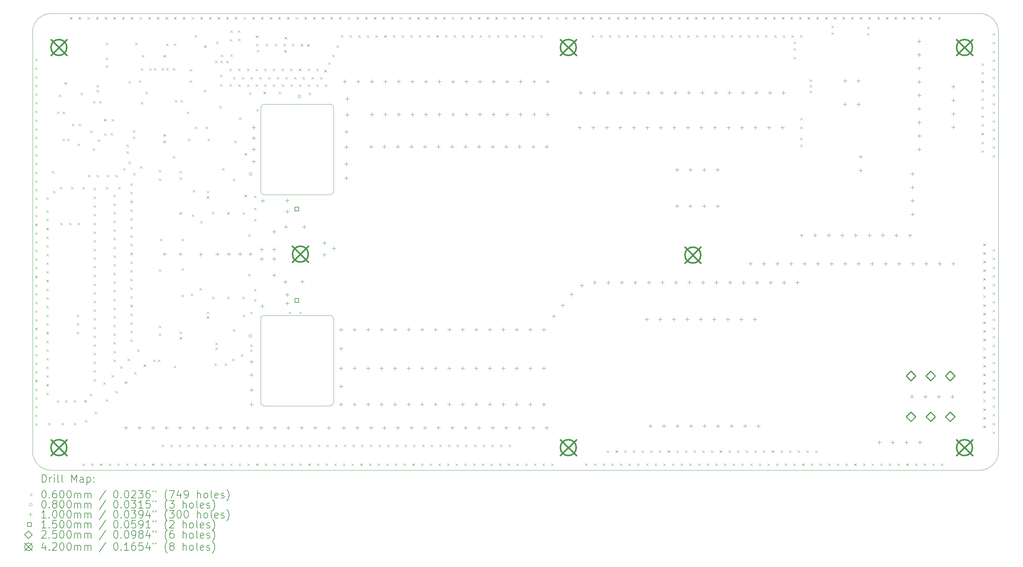
<source format=gbr>
%TF.GenerationSoftware,KiCad,Pcbnew,8.0.4-8.0.4-0~ubuntu22.04.1*%
%TF.CreationDate,2024-09-01T09:55:47+02:00*%
%TF.ProjectId,Forte_PA_Deck,466f7274-655f-4504-915f-4465636b2e6b,1.0*%
%TF.SameCoordinates,Original*%
%TF.FileFunction,Drillmap*%
%TF.FilePolarity,Positive*%
%FSLAX45Y45*%
G04 Gerber Fmt 4.5, Leading zero omitted, Abs format (unit mm)*
G04 Created by KiCad (PCBNEW 8.0.4-8.0.4-0~ubuntu22.04.1) date 2024-09-01 09:55:47*
%MOMM*%
%LPD*%
G01*
G04 APERTURE LIST*
%ADD10C,0.100000*%
%ADD11C,0.200000*%
%ADD12C,0.150000*%
%ADD13C,0.250000*%
%ADD14C,0.420000*%
G04 APERTURE END LIST*
D10*
X10379289Y-7900000D02*
G75*
G02*
X10279289Y-7999999I-99999J0D01*
G01*
X2400000Y-3700000D02*
G75*
G02*
X2900000Y-3200000I500000J0D01*
G01*
X8547855Y-13595000D02*
G75*
G02*
X8447860Y-13495000I5J100000D01*
G01*
X27500000Y-3200000D02*
G75*
G02*
X28000000Y-3700000I0J-500000D01*
G01*
X10279289Y-5600000D02*
G75*
G02*
X10379290Y-5700000I1J-100000D01*
G01*
X8547855Y-11195000D02*
X10277145Y-11195000D01*
X10279289Y-8000000D02*
X8550000Y-8000000D01*
X8450000Y-7900000D02*
X8450000Y-5700000D01*
X10377145Y-11295000D02*
X10377145Y-13495000D01*
X8450000Y-5700000D02*
G75*
G02*
X8550000Y-5600000I100000J0D01*
G01*
X10379289Y-5700000D02*
X10379289Y-7900000D01*
X27500000Y-15300000D02*
X2900000Y-15300000D01*
X2400000Y-14800000D02*
X2400000Y-3700000D01*
X10377145Y-13495000D02*
G75*
G02*
X10277145Y-13595005I-100005J0D01*
G01*
X2900000Y-3200000D02*
X27500000Y-3200000D01*
X8550000Y-8000000D02*
G75*
G02*
X8450000Y-7900000I0J100000D01*
G01*
X8550000Y-5600000D02*
X10279289Y-5600000D01*
X10277145Y-13595000D02*
X8547855Y-13595000D01*
X8447855Y-13495000D02*
X8447855Y-11295000D01*
X28000000Y-3700000D02*
X28000000Y-14800000D01*
X8447855Y-11295000D02*
G75*
G02*
X8547855Y-11194995I100005J0D01*
G01*
X10277145Y-11195000D02*
G75*
G02*
X10377150Y-11295000I5J-100000D01*
G01*
X28000000Y-14800000D02*
G75*
G02*
X27500000Y-15300000I-500000J0D01*
G01*
X2900000Y-15300000D02*
G75*
G02*
X2400000Y-14800000I0J500000D01*
G01*
D11*
D10*
X2470000Y-4395000D02*
X2530000Y-4455000D01*
X2530000Y-4395000D02*
X2470000Y-4455000D01*
X2470000Y-4625000D02*
X2530000Y-4685000D01*
X2530000Y-4625000D02*
X2470000Y-4685000D01*
X2470000Y-4855000D02*
X2530000Y-4915000D01*
X2530000Y-4855000D02*
X2470000Y-4915000D01*
X2470000Y-5085000D02*
X2530000Y-5145000D01*
X2530000Y-5085000D02*
X2470000Y-5145000D01*
X2470000Y-5315000D02*
X2530000Y-5375000D01*
X2530000Y-5315000D02*
X2470000Y-5375000D01*
X2470000Y-5545000D02*
X2530000Y-5605000D01*
X2530000Y-5545000D02*
X2470000Y-5605000D01*
X2470000Y-5775000D02*
X2530000Y-5835000D01*
X2530000Y-5775000D02*
X2470000Y-5835000D01*
X2470000Y-6005000D02*
X2530000Y-6065000D01*
X2530000Y-6005000D02*
X2470000Y-6065000D01*
X2470000Y-6235000D02*
X2530000Y-6295000D01*
X2530000Y-6235000D02*
X2470000Y-6295000D01*
X2470000Y-6465000D02*
X2530000Y-6525000D01*
X2530000Y-6465000D02*
X2470000Y-6525000D01*
X2470000Y-6695000D02*
X2530000Y-6755000D01*
X2530000Y-6695000D02*
X2470000Y-6755000D01*
X2470000Y-6925000D02*
X2530000Y-6985000D01*
X2530000Y-6925000D02*
X2470000Y-6985000D01*
X2470000Y-7155000D02*
X2530000Y-7215000D01*
X2530000Y-7155000D02*
X2470000Y-7215000D01*
X2470000Y-7385000D02*
X2530000Y-7445000D01*
X2530000Y-7385000D02*
X2470000Y-7445000D01*
X2470000Y-7615000D02*
X2530000Y-7675000D01*
X2530000Y-7615000D02*
X2470000Y-7675000D01*
X2470000Y-7845000D02*
X2530000Y-7905000D01*
X2530000Y-7845000D02*
X2470000Y-7905000D01*
X2470000Y-8075000D02*
X2530000Y-8135000D01*
X2530000Y-8075000D02*
X2470000Y-8135000D01*
X2470000Y-8305000D02*
X2530000Y-8365000D01*
X2530000Y-8305000D02*
X2470000Y-8365000D01*
X2470000Y-8535000D02*
X2530000Y-8595000D01*
X2530000Y-8535000D02*
X2470000Y-8595000D01*
X2470000Y-8765000D02*
X2530000Y-8825000D01*
X2530000Y-8765000D02*
X2470000Y-8825000D01*
X2470000Y-8995000D02*
X2530000Y-9055000D01*
X2530000Y-8995000D02*
X2470000Y-9055000D01*
X2470000Y-9225000D02*
X2530000Y-9285000D01*
X2530000Y-9225000D02*
X2470000Y-9285000D01*
X2470000Y-9455000D02*
X2530000Y-9515000D01*
X2530000Y-9455000D02*
X2470000Y-9515000D01*
X2470000Y-9685000D02*
X2530000Y-9745000D01*
X2530000Y-9685000D02*
X2470000Y-9745000D01*
X2470000Y-9915000D02*
X2530000Y-9975000D01*
X2530000Y-9915000D02*
X2470000Y-9975000D01*
X2470000Y-10145000D02*
X2530000Y-10205000D01*
X2530000Y-10145000D02*
X2470000Y-10205000D01*
X2470000Y-10375000D02*
X2530000Y-10435000D01*
X2530000Y-10375000D02*
X2470000Y-10435000D01*
X2470000Y-10605000D02*
X2530000Y-10665000D01*
X2530000Y-10605000D02*
X2470000Y-10665000D01*
X2470000Y-10835000D02*
X2530000Y-10895000D01*
X2530000Y-10835000D02*
X2470000Y-10895000D01*
X2470000Y-11065000D02*
X2530000Y-11125000D01*
X2530000Y-11065000D02*
X2470000Y-11125000D01*
X2470000Y-11295000D02*
X2530000Y-11355000D01*
X2530000Y-11295000D02*
X2470000Y-11355000D01*
X2470000Y-11525000D02*
X2530000Y-11585000D01*
X2530000Y-11525000D02*
X2470000Y-11585000D01*
X2470000Y-11755000D02*
X2530000Y-11815000D01*
X2530000Y-11755000D02*
X2470000Y-11815000D01*
X2470000Y-11985000D02*
X2530000Y-12045000D01*
X2530000Y-11985000D02*
X2470000Y-12045000D01*
X2470000Y-12215000D02*
X2530000Y-12275000D01*
X2530000Y-12215000D02*
X2470000Y-12275000D01*
X2470000Y-12445000D02*
X2530000Y-12505000D01*
X2530000Y-12445000D02*
X2470000Y-12505000D01*
X2470000Y-12675000D02*
X2530000Y-12735000D01*
X2530000Y-12675000D02*
X2470000Y-12735000D01*
X2470000Y-12905000D02*
X2530000Y-12965000D01*
X2530000Y-12905000D02*
X2470000Y-12965000D01*
X2470000Y-13135000D02*
X2530000Y-13195000D01*
X2530000Y-13135000D02*
X2470000Y-13195000D01*
X2470000Y-13365000D02*
X2530000Y-13425000D01*
X2530000Y-13365000D02*
X2470000Y-13425000D01*
X2470000Y-13595000D02*
X2530000Y-13655000D01*
X2530000Y-13595000D02*
X2470000Y-13655000D01*
X2470000Y-13825000D02*
X2530000Y-13885000D01*
X2530000Y-13825000D02*
X2470000Y-13885000D01*
X2470000Y-14055000D02*
X2530000Y-14115000D01*
X2530000Y-14055000D02*
X2470000Y-14115000D01*
X2770000Y-8070000D02*
X2830000Y-8130000D01*
X2830000Y-8070000D02*
X2770000Y-8130000D01*
X2770000Y-8415000D02*
X2830000Y-8475000D01*
X2830000Y-8415000D02*
X2770000Y-8475000D01*
X2770000Y-8645000D02*
X2830000Y-8705000D01*
X2830000Y-8645000D02*
X2770000Y-8705000D01*
X2770000Y-8875000D02*
X2830000Y-8935000D01*
X2830000Y-8875000D02*
X2770000Y-8935000D01*
X2770000Y-9105000D02*
X2830000Y-9165000D01*
X2830000Y-9105000D02*
X2770000Y-9165000D01*
X2770000Y-9335000D02*
X2830000Y-9395000D01*
X2830000Y-9335000D02*
X2770000Y-9395000D01*
X2770000Y-9565000D02*
X2830000Y-9625000D01*
X2830000Y-9565000D02*
X2770000Y-9625000D01*
X2770000Y-9795000D02*
X2830000Y-9855000D01*
X2830000Y-9795000D02*
X2770000Y-9855000D01*
X2770000Y-10025000D02*
X2830000Y-10085000D01*
X2830000Y-10025000D02*
X2770000Y-10085000D01*
X2770000Y-10255000D02*
X2830000Y-10315000D01*
X2830000Y-10255000D02*
X2770000Y-10315000D01*
X2770000Y-10485000D02*
X2830000Y-10545000D01*
X2830000Y-10485000D02*
X2770000Y-10545000D01*
X2770000Y-10715000D02*
X2830000Y-10775000D01*
X2830000Y-10715000D02*
X2770000Y-10775000D01*
X2770000Y-10945000D02*
X2830000Y-11005000D01*
X2830000Y-10945000D02*
X2770000Y-11005000D01*
X2770000Y-11175000D02*
X2830000Y-11235000D01*
X2830000Y-11175000D02*
X2770000Y-11235000D01*
X2770000Y-11405000D02*
X2830000Y-11465000D01*
X2830000Y-11405000D02*
X2770000Y-11465000D01*
X2770000Y-11635000D02*
X2830000Y-11695000D01*
X2830000Y-11635000D02*
X2770000Y-11695000D01*
X2770000Y-11865000D02*
X2830000Y-11925000D01*
X2830000Y-11865000D02*
X2770000Y-11925000D01*
X2770000Y-12095000D02*
X2830000Y-12155000D01*
X2830000Y-12095000D02*
X2770000Y-12155000D01*
X2770000Y-12325000D02*
X2830000Y-12385000D01*
X2830000Y-12325000D02*
X2770000Y-12385000D01*
X2770000Y-12555000D02*
X2830000Y-12615000D01*
X2830000Y-12555000D02*
X2770000Y-12615000D01*
X2770000Y-12785000D02*
X2830000Y-12845000D01*
X2830000Y-12785000D02*
X2770000Y-12845000D01*
X2770000Y-13015000D02*
X2830000Y-13075000D01*
X2830000Y-13015000D02*
X2770000Y-13075000D01*
X2770000Y-13245000D02*
X2830000Y-13305000D01*
X2830000Y-13245000D02*
X2770000Y-13305000D01*
X2820000Y-14045000D02*
X2880000Y-14105000D01*
X2880000Y-14045000D02*
X2820000Y-14105000D01*
X2910000Y-7370000D02*
X2970000Y-7430000D01*
X2970000Y-7370000D02*
X2910000Y-7430000D01*
X2945000Y-7895000D02*
X3005000Y-7955000D01*
X3005000Y-7895000D02*
X2945000Y-7955000D01*
X3045000Y-5795000D02*
X3105000Y-5855000D01*
X3105000Y-5795000D02*
X3045000Y-5855000D01*
X3045000Y-13445000D02*
X3105000Y-13505000D01*
X3105000Y-13445000D02*
X3045000Y-13505000D01*
X3095000Y-5345000D02*
X3155000Y-5405000D01*
X3155000Y-5345000D02*
X3095000Y-5405000D01*
X3120000Y-7795000D02*
X3180000Y-7855000D01*
X3180000Y-7795000D02*
X3120000Y-7855000D01*
X3140000Y-8745000D02*
X3200000Y-8805000D01*
X3200000Y-8745000D02*
X3140000Y-8805000D01*
X3170000Y-14045000D02*
X3230000Y-14105000D01*
X3230000Y-14045000D02*
X3170000Y-14105000D01*
X3195000Y-5795000D02*
X3255000Y-5855000D01*
X3255000Y-5795000D02*
X3195000Y-5855000D01*
X3195000Y-6520000D02*
X3255000Y-6580000D01*
X3255000Y-6520000D02*
X3195000Y-6580000D01*
X3245000Y-5020000D02*
X3305000Y-5080000D01*
X3305000Y-5020000D02*
X3245000Y-5080000D01*
X3270000Y-13445000D02*
X3330000Y-13505000D01*
X3330000Y-13445000D02*
X3270000Y-13505000D01*
X3320000Y-6520000D02*
X3380000Y-6580000D01*
X3380000Y-6520000D02*
X3320000Y-6580000D01*
X3370000Y-8745000D02*
X3430000Y-8805000D01*
X3430000Y-8745000D02*
X3370000Y-8805000D01*
X3395000Y-3295000D02*
X3455000Y-3355000D01*
X3455000Y-3295000D02*
X3395000Y-3355000D01*
X3420000Y-7795000D02*
X3480000Y-7855000D01*
X3480000Y-7795000D02*
X3420000Y-7855000D01*
X3445000Y-6120000D02*
X3505000Y-6180000D01*
X3505000Y-6120000D02*
X3445000Y-6180000D01*
X3495000Y-13445000D02*
X3555000Y-13505000D01*
X3555000Y-13445000D02*
X3495000Y-13505000D01*
X3495000Y-14045000D02*
X3555000Y-14105000D01*
X3555000Y-14045000D02*
X3495000Y-14105000D01*
X3570000Y-11170000D02*
X3630000Y-11230000D01*
X3630000Y-11170000D02*
X3570000Y-11230000D01*
X3570000Y-11400000D02*
X3630000Y-11460000D01*
X3630000Y-11400000D02*
X3570000Y-11460000D01*
X3570000Y-11630000D02*
X3630000Y-11690000D01*
X3630000Y-11630000D02*
X3570000Y-11690000D01*
X3595000Y-6645000D02*
X3655000Y-6705000D01*
X3655000Y-6645000D02*
X3595000Y-6705000D01*
X3600000Y-8745000D02*
X3660000Y-8805000D01*
X3660000Y-8745000D02*
X3600000Y-8805000D01*
X3620000Y-6120000D02*
X3680000Y-6180000D01*
X3680000Y-6120000D02*
X3620000Y-6180000D01*
X3625000Y-3295000D02*
X3685000Y-3355000D01*
X3685000Y-3295000D02*
X3625000Y-3355000D01*
X3670000Y-5295000D02*
X3730000Y-5355000D01*
X3730000Y-5295000D02*
X3670000Y-5355000D01*
X3720000Y-7795000D02*
X3780000Y-7855000D01*
X3780000Y-7795000D02*
X3720000Y-7855000D01*
X3725000Y-15120000D02*
X3785000Y-15180000D01*
X3785000Y-15120000D02*
X3725000Y-15180000D01*
X3770000Y-13445000D02*
X3830000Y-13505000D01*
X3830000Y-13445000D02*
X3770000Y-13505000D01*
X3795000Y-13970000D02*
X3855000Y-14030000D01*
X3855000Y-13970000D02*
X3795000Y-14030000D01*
X3855000Y-3295000D02*
X3915000Y-3355000D01*
X3915000Y-3295000D02*
X3855000Y-3355000D01*
X3870000Y-7470000D02*
X3930000Y-7530000D01*
X3930000Y-7470000D02*
X3870000Y-7530000D01*
X3920000Y-13270000D02*
X3980000Y-13330000D01*
X3980000Y-13270000D02*
X3920000Y-13330000D01*
X3930000Y-6300000D02*
X3990000Y-6360000D01*
X3990000Y-6300000D02*
X3930000Y-6360000D01*
X3955000Y-15120000D02*
X4015000Y-15180000D01*
X4015000Y-15120000D02*
X3955000Y-15180000D01*
X3995000Y-6770000D02*
X4055000Y-6830000D01*
X4055000Y-6770000D02*
X3995000Y-6830000D01*
X4000000Y-5520000D02*
X4060000Y-5580000D01*
X4060000Y-5520000D02*
X4000000Y-5580000D01*
X4020000Y-7820000D02*
X4080000Y-7880000D01*
X4080000Y-7820000D02*
X4020000Y-7880000D01*
X4020000Y-8050000D02*
X4080000Y-8110000D01*
X4080000Y-8050000D02*
X4020000Y-8110000D01*
X4020000Y-8280000D02*
X4080000Y-8340000D01*
X4080000Y-8280000D02*
X4020000Y-8340000D01*
X4020000Y-8510000D02*
X4080000Y-8570000D01*
X4080000Y-8510000D02*
X4020000Y-8570000D01*
X4020000Y-8740000D02*
X4080000Y-8800000D01*
X4080000Y-8740000D02*
X4020000Y-8800000D01*
X4020000Y-8970000D02*
X4080000Y-9030000D01*
X4080000Y-8970000D02*
X4020000Y-9030000D01*
X4020000Y-9200000D02*
X4080000Y-9260000D01*
X4080000Y-9200000D02*
X4020000Y-9260000D01*
X4020000Y-9430000D02*
X4080000Y-9490000D01*
X4080000Y-9430000D02*
X4020000Y-9490000D01*
X4020000Y-9660000D02*
X4080000Y-9720000D01*
X4080000Y-9660000D02*
X4020000Y-9720000D01*
X4020000Y-9890000D02*
X4080000Y-9950000D01*
X4080000Y-9890000D02*
X4020000Y-9950000D01*
X4020000Y-10120000D02*
X4080000Y-10180000D01*
X4080000Y-10120000D02*
X4020000Y-10180000D01*
X4020000Y-10350000D02*
X4080000Y-10410000D01*
X4080000Y-10350000D02*
X4020000Y-10410000D01*
X4020000Y-10580000D02*
X4080000Y-10640000D01*
X4080000Y-10580000D02*
X4020000Y-10640000D01*
X4020000Y-10810000D02*
X4080000Y-10870000D01*
X4080000Y-10810000D02*
X4020000Y-10870000D01*
X4020000Y-11040000D02*
X4080000Y-11100000D01*
X4080000Y-11040000D02*
X4020000Y-11100000D01*
X4020000Y-11270000D02*
X4080000Y-11330000D01*
X4080000Y-11270000D02*
X4020000Y-11330000D01*
X4020000Y-11500000D02*
X4080000Y-11560000D01*
X4080000Y-11500000D02*
X4020000Y-11560000D01*
X4020000Y-11730000D02*
X4080000Y-11790000D01*
X4080000Y-11730000D02*
X4020000Y-11790000D01*
X4020000Y-11960000D02*
X4080000Y-12020000D01*
X4080000Y-11960000D02*
X4020000Y-12020000D01*
X4020000Y-12190000D02*
X4080000Y-12250000D01*
X4080000Y-12190000D02*
X4020000Y-12250000D01*
X4020000Y-12420000D02*
X4080000Y-12480000D01*
X4080000Y-12420000D02*
X4020000Y-12480000D01*
X4020000Y-12650000D02*
X4080000Y-12710000D01*
X4080000Y-12650000D02*
X4020000Y-12710000D01*
X4020000Y-12880000D02*
X4080000Y-12940000D01*
X4080000Y-12880000D02*
X4020000Y-12940000D01*
X4045000Y-13745000D02*
X4105000Y-13805000D01*
X4105000Y-13745000D02*
X4045000Y-13805000D01*
X4085000Y-3295000D02*
X4145000Y-3355000D01*
X4145000Y-3295000D02*
X4085000Y-3355000D01*
X4095000Y-5095000D02*
X4155000Y-5155000D01*
X4155000Y-5095000D02*
X4095000Y-5155000D01*
X4095000Y-5220000D02*
X4155000Y-5280000D01*
X4155000Y-5220000D02*
X4095000Y-5280000D01*
X4095000Y-7470000D02*
X4155000Y-7530000D01*
X4155000Y-7470000D02*
X4095000Y-7530000D01*
X4130000Y-6530000D02*
X4190000Y-6590000D01*
X4190000Y-6530000D02*
X4130000Y-6590000D01*
X4175000Y-5520000D02*
X4235000Y-5580000D01*
X4235000Y-5520000D02*
X4175000Y-5580000D01*
X4185000Y-15120000D02*
X4245000Y-15180000D01*
X4245000Y-15120000D02*
X4185000Y-15180000D01*
X4270000Y-12970000D02*
X4330000Y-13030000D01*
X4330000Y-12970000D02*
X4270000Y-13030000D01*
X4295000Y-5990000D02*
X4355000Y-6050000D01*
X4355000Y-5990000D02*
X4295000Y-6050000D01*
X4300000Y-6370000D02*
X4360000Y-6430000D01*
X4360000Y-6370000D02*
X4300000Y-6430000D01*
X4315000Y-3295000D02*
X4375000Y-3355000D01*
X4375000Y-3295000D02*
X4315000Y-3355000D01*
X4345000Y-3970000D02*
X4405000Y-4030000D01*
X4405000Y-3970000D02*
X4345000Y-4030000D01*
X4345000Y-4370000D02*
X4405000Y-4430000D01*
X4405000Y-4370000D02*
X4345000Y-4430000D01*
X4345000Y-4570000D02*
X4405000Y-4630000D01*
X4405000Y-4570000D02*
X4345000Y-4630000D01*
X4345000Y-7795000D02*
X4405000Y-7855000D01*
X4405000Y-7795000D02*
X4345000Y-7855000D01*
X4345000Y-13420000D02*
X4405000Y-13480000D01*
X4405000Y-13420000D02*
X4345000Y-13480000D01*
X4370000Y-7470000D02*
X4430000Y-7530000D01*
X4430000Y-7470000D02*
X4370000Y-7530000D01*
X4415000Y-15120000D02*
X4475000Y-15180000D01*
X4475000Y-15120000D02*
X4415000Y-15180000D01*
X4470000Y-6365000D02*
X4530000Y-6425000D01*
X4530000Y-6365000D02*
X4470000Y-6425000D01*
X4495000Y-5990000D02*
X4555000Y-6050000D01*
X4555000Y-5990000D02*
X4495000Y-6050000D01*
X4495000Y-12770000D02*
X4555000Y-12830000D01*
X4555000Y-12770000D02*
X4495000Y-12830000D01*
X4545000Y-3295000D02*
X4605000Y-3355000D01*
X4605000Y-3295000D02*
X4545000Y-3355000D01*
X4545000Y-7995000D02*
X4605000Y-8055000D01*
X4605000Y-7995000D02*
X4545000Y-8055000D01*
X4545000Y-8225000D02*
X4605000Y-8285000D01*
X4605000Y-8225000D02*
X4545000Y-8285000D01*
X4545000Y-8455000D02*
X4605000Y-8515000D01*
X4605000Y-8455000D02*
X4545000Y-8515000D01*
X4545000Y-8685000D02*
X4605000Y-8745000D01*
X4605000Y-8685000D02*
X4545000Y-8745000D01*
X4545000Y-8915000D02*
X4605000Y-8975000D01*
X4605000Y-8915000D02*
X4545000Y-8975000D01*
X4545000Y-9145000D02*
X4605000Y-9205000D01*
X4605000Y-9145000D02*
X4545000Y-9205000D01*
X4545000Y-9375000D02*
X4605000Y-9435000D01*
X4605000Y-9375000D02*
X4545000Y-9435000D01*
X4545000Y-9605000D02*
X4605000Y-9665000D01*
X4605000Y-9605000D02*
X4545000Y-9665000D01*
X4545000Y-9835000D02*
X4605000Y-9895000D01*
X4605000Y-9835000D02*
X4545000Y-9895000D01*
X4545000Y-10065000D02*
X4605000Y-10125000D01*
X4605000Y-10065000D02*
X4545000Y-10125000D01*
X4545000Y-10295000D02*
X4605000Y-10355000D01*
X4605000Y-10295000D02*
X4545000Y-10355000D01*
X4545000Y-10525000D02*
X4605000Y-10585000D01*
X4605000Y-10525000D02*
X4545000Y-10585000D01*
X4545000Y-10755000D02*
X4605000Y-10815000D01*
X4605000Y-10755000D02*
X4545000Y-10815000D01*
X4545000Y-10985000D02*
X4605000Y-11045000D01*
X4605000Y-10985000D02*
X4545000Y-11045000D01*
X4545000Y-11215000D02*
X4605000Y-11275000D01*
X4605000Y-11215000D02*
X4545000Y-11275000D01*
X4545000Y-11445000D02*
X4605000Y-11505000D01*
X4605000Y-11445000D02*
X4545000Y-11505000D01*
X4545000Y-11675000D02*
X4605000Y-11735000D01*
X4605000Y-11675000D02*
X4545000Y-11735000D01*
X4545000Y-11905000D02*
X4605000Y-11965000D01*
X4605000Y-11905000D02*
X4545000Y-11965000D01*
X4545000Y-12135000D02*
X4605000Y-12195000D01*
X4605000Y-12135000D02*
X4545000Y-12195000D01*
X4545000Y-12365000D02*
X4605000Y-12425000D01*
X4605000Y-12365000D02*
X4545000Y-12425000D01*
X4595000Y-7470000D02*
X4655000Y-7530000D01*
X4655000Y-7470000D02*
X4595000Y-7530000D01*
X4595000Y-13195000D02*
X4655000Y-13255000D01*
X4655000Y-13195000D02*
X4595000Y-13255000D01*
X4645000Y-15120000D02*
X4705000Y-15180000D01*
X4705000Y-15120000D02*
X4645000Y-15180000D01*
X4670000Y-7795000D02*
X4730000Y-7855000D01*
X4730000Y-7795000D02*
X4670000Y-7855000D01*
X4720000Y-12545000D02*
X4780000Y-12605000D01*
X4780000Y-12545000D02*
X4720000Y-12605000D01*
X4775000Y-3295000D02*
X4835000Y-3355000D01*
X4835000Y-3295000D02*
X4775000Y-3355000D01*
X4795000Y-7295000D02*
X4855000Y-7355000D01*
X4855000Y-7295000D02*
X4795000Y-7355000D01*
X4845000Y-12945000D02*
X4905000Y-13005000D01*
X4905000Y-12945000D02*
X4845000Y-13005000D01*
X4875000Y-15120000D02*
X4935000Y-15180000D01*
X4935000Y-15120000D02*
X4875000Y-15180000D01*
X4895000Y-6670000D02*
X4955000Y-6730000D01*
X4955000Y-6670000D02*
X4895000Y-6730000D01*
X4895000Y-6845000D02*
X4955000Y-6905000D01*
X4955000Y-6845000D02*
X4895000Y-6905000D01*
X4920000Y-12345000D02*
X4980000Y-12405000D01*
X4980000Y-12345000D02*
X4920000Y-12405000D01*
X4945000Y-4995000D02*
X5005000Y-5055000D01*
X5005000Y-4995000D02*
X4945000Y-5055000D01*
X4945000Y-7120000D02*
X5005000Y-7180000D01*
X5005000Y-7120000D02*
X4945000Y-7180000D01*
X4995000Y-7695000D02*
X5055000Y-7755000D01*
X5055000Y-7695000D02*
X4995000Y-7755000D01*
X4995000Y-7925000D02*
X5055000Y-7985000D01*
X5055000Y-7925000D02*
X4995000Y-7985000D01*
X4995000Y-8155000D02*
X5055000Y-8215000D01*
X5055000Y-8155000D02*
X4995000Y-8215000D01*
X4995000Y-8385000D02*
X5055000Y-8445000D01*
X5055000Y-8385000D02*
X4995000Y-8445000D01*
X4995000Y-8615000D02*
X5055000Y-8675000D01*
X5055000Y-8615000D02*
X4995000Y-8675000D01*
X4995000Y-8845000D02*
X5055000Y-8905000D01*
X5055000Y-8845000D02*
X4995000Y-8905000D01*
X4995000Y-9075000D02*
X5055000Y-9135000D01*
X5055000Y-9075000D02*
X4995000Y-9135000D01*
X4995000Y-9305000D02*
X5055000Y-9365000D01*
X5055000Y-9305000D02*
X4995000Y-9365000D01*
X4995000Y-9535000D02*
X5055000Y-9595000D01*
X5055000Y-9535000D02*
X4995000Y-9595000D01*
X4995000Y-9765000D02*
X5055000Y-9825000D01*
X5055000Y-9765000D02*
X4995000Y-9825000D01*
X4995000Y-9995000D02*
X5055000Y-10055000D01*
X5055000Y-9995000D02*
X4995000Y-10055000D01*
X4995000Y-10225000D02*
X5055000Y-10285000D01*
X5055000Y-10225000D02*
X4995000Y-10285000D01*
X4995000Y-10455000D02*
X5055000Y-10515000D01*
X5055000Y-10455000D02*
X4995000Y-10515000D01*
X4995000Y-10685000D02*
X5055000Y-10745000D01*
X5055000Y-10685000D02*
X4995000Y-10745000D01*
X4995000Y-10915000D02*
X5055000Y-10975000D01*
X5055000Y-10915000D02*
X4995000Y-10975000D01*
X4995000Y-11145000D02*
X5055000Y-11205000D01*
X5055000Y-11145000D02*
X4995000Y-11205000D01*
X4995000Y-11375000D02*
X5055000Y-11435000D01*
X5055000Y-11375000D02*
X4995000Y-11435000D01*
X4995000Y-11605000D02*
X5055000Y-11665000D01*
X5055000Y-11605000D02*
X4995000Y-11665000D01*
X4995000Y-11835000D02*
X5055000Y-11895000D01*
X5055000Y-11835000D02*
X4995000Y-11895000D01*
X5005000Y-3295000D02*
X5065000Y-3355000D01*
X5065000Y-3295000D02*
X5005000Y-3355000D01*
X5060000Y-6290000D02*
X5120000Y-6350000D01*
X5120000Y-6290000D02*
X5060000Y-6350000D01*
X5060000Y-6460000D02*
X5120000Y-6520000D01*
X5120000Y-6460000D02*
X5060000Y-6520000D01*
X5070000Y-7420000D02*
X5130000Y-7480000D01*
X5130000Y-7420000D02*
X5070000Y-7480000D01*
X5095000Y-12695000D02*
X5155000Y-12755000D01*
X5155000Y-12695000D02*
X5095000Y-12755000D01*
X5105000Y-15120000D02*
X5165000Y-15180000D01*
X5165000Y-15120000D02*
X5105000Y-15180000D01*
X5120000Y-3970000D02*
X5180000Y-4030000D01*
X5180000Y-3970000D02*
X5120000Y-4030000D01*
X5170000Y-12095000D02*
X5230000Y-12155000D01*
X5230000Y-12095000D02*
X5170000Y-12155000D01*
X5220000Y-4970000D02*
X5280000Y-5030000D01*
X5280000Y-4970000D02*
X5220000Y-5030000D01*
X5235000Y-3295000D02*
X5295000Y-3355000D01*
X5295000Y-3295000D02*
X5235000Y-3355000D01*
X5245000Y-7245000D02*
X5305000Y-7305000D01*
X5305000Y-7245000D02*
X5245000Y-7305000D01*
X5270000Y-4645000D02*
X5330000Y-4705000D01*
X5330000Y-4645000D02*
X5270000Y-4705000D01*
X5270000Y-5545000D02*
X5330000Y-5605000D01*
X5330000Y-5545000D02*
X5270000Y-5605000D01*
X5295000Y-4295000D02*
X5355000Y-4355000D01*
X5355000Y-4295000D02*
X5295000Y-4355000D01*
X5335000Y-15120000D02*
X5395000Y-15180000D01*
X5395000Y-15120000D02*
X5335000Y-15180000D01*
X5345000Y-12495000D02*
X5405000Y-12555000D01*
X5405000Y-12495000D02*
X5345000Y-12555000D01*
X5395000Y-5270000D02*
X5455000Y-5330000D01*
X5455000Y-5270000D02*
X5395000Y-5330000D01*
X5465000Y-3295000D02*
X5525000Y-3355000D01*
X5525000Y-3295000D02*
X5465000Y-3355000D01*
X5495000Y-4645000D02*
X5555000Y-4705000D01*
X5555000Y-4645000D02*
X5495000Y-4705000D01*
X5565000Y-15120000D02*
X5625000Y-15180000D01*
X5625000Y-15120000D02*
X5565000Y-15180000D01*
X5595000Y-12370000D02*
X5655000Y-12430000D01*
X5655000Y-12370000D02*
X5595000Y-12430000D01*
X5620000Y-4645000D02*
X5680000Y-4705000D01*
X5680000Y-4645000D02*
X5620000Y-4705000D01*
X5695000Y-3295000D02*
X5755000Y-3355000D01*
X5755000Y-3295000D02*
X5695000Y-3355000D01*
X5720000Y-12370000D02*
X5780000Y-12430000D01*
X5780000Y-12370000D02*
X5720000Y-12430000D01*
X5745000Y-7345000D02*
X5805000Y-7405000D01*
X5805000Y-7345000D02*
X5745000Y-7405000D01*
X5745000Y-7570000D02*
X5805000Y-7630000D01*
X5805000Y-7570000D02*
X5745000Y-7630000D01*
X5745000Y-9970000D02*
X5805000Y-10030000D01*
X5805000Y-9970000D02*
X5745000Y-10030000D01*
X5745000Y-11470000D02*
X5805000Y-11530000D01*
X5805000Y-11470000D02*
X5745000Y-11530000D01*
X5745000Y-11670000D02*
X5805000Y-11730000D01*
X5805000Y-11670000D02*
X5745000Y-11730000D01*
X5770000Y-9170000D02*
X5830000Y-9230000D01*
X5830000Y-9170000D02*
X5770000Y-9230000D01*
X5795000Y-15120000D02*
X5855000Y-15180000D01*
X5855000Y-15120000D02*
X5795000Y-15180000D01*
X5820000Y-4645000D02*
X5880000Y-4705000D01*
X5880000Y-4645000D02*
X5820000Y-4705000D01*
X5820000Y-14620000D02*
X5880000Y-14680000D01*
X5880000Y-14620000D02*
X5820000Y-14680000D01*
X5870000Y-4295000D02*
X5930000Y-4355000D01*
X5930000Y-4295000D02*
X5870000Y-4355000D01*
X5870000Y-6395000D02*
X5930000Y-6455000D01*
X5930000Y-6395000D02*
X5870000Y-6455000D01*
X5870000Y-6570000D02*
X5930000Y-6630000D01*
X5930000Y-6570000D02*
X5870000Y-6630000D01*
X5925000Y-3295000D02*
X5985000Y-3355000D01*
X5985000Y-3295000D02*
X5925000Y-3355000D01*
X5945000Y-3995000D02*
X6005000Y-4055000D01*
X6005000Y-3995000D02*
X5945000Y-4055000D01*
X5945000Y-4645000D02*
X6005000Y-4705000D01*
X6005000Y-4645000D02*
X5945000Y-4705000D01*
X6025000Y-15120000D02*
X6085000Y-15180000D01*
X6085000Y-15120000D02*
X6025000Y-15180000D01*
X6050000Y-14620000D02*
X6110000Y-14680000D01*
X6110000Y-14620000D02*
X6050000Y-14680000D01*
X6120000Y-4645000D02*
X6180000Y-4705000D01*
X6180000Y-4645000D02*
X6120000Y-4705000D01*
X6121500Y-6976000D02*
X6181500Y-7036000D01*
X6181500Y-6976000D02*
X6121500Y-7036000D01*
X6145000Y-3995000D02*
X6205000Y-4055000D01*
X6205000Y-3995000D02*
X6145000Y-4055000D01*
X6148500Y-12525000D02*
X6208500Y-12585000D01*
X6208500Y-12525000D02*
X6148500Y-12585000D01*
X6155000Y-3295000D02*
X6215000Y-3355000D01*
X6215000Y-3295000D02*
X6155000Y-3355000D01*
X6170000Y-5495000D02*
X6230000Y-5555000D01*
X6230000Y-5495000D02*
X6170000Y-5555000D01*
X6255000Y-15120000D02*
X6315000Y-15180000D01*
X6315000Y-15120000D02*
X6255000Y-15180000D01*
X6280000Y-14620000D02*
X6340000Y-14680000D01*
X6340000Y-14620000D02*
X6280000Y-14680000D01*
X6293130Y-8467479D02*
X6353130Y-8527479D01*
X6353130Y-8467479D02*
X6293130Y-8527479D01*
X6295000Y-7370000D02*
X6355000Y-7430000D01*
X6355000Y-7370000D02*
X6295000Y-7430000D01*
X6295000Y-7545000D02*
X6355000Y-7605000D01*
X6355000Y-7545000D02*
X6295000Y-7605000D01*
X6295000Y-11620000D02*
X6355000Y-11680000D01*
X6355000Y-11620000D02*
X6295000Y-11680000D01*
X6295000Y-11770000D02*
X6355000Y-11830000D01*
X6355000Y-11770000D02*
X6295000Y-11830000D01*
X6320000Y-5495000D02*
X6380000Y-5555000D01*
X6380000Y-5495000D02*
X6320000Y-5555000D01*
X6345000Y-9170000D02*
X6405000Y-9230000D01*
X6405000Y-9170000D02*
X6345000Y-9230000D01*
X6345000Y-9945000D02*
X6405000Y-10005000D01*
X6405000Y-9945000D02*
X6345000Y-10005000D01*
X6345000Y-10645000D02*
X6405000Y-10705000D01*
X6405000Y-10645000D02*
X6345000Y-10705000D01*
X6385000Y-3295000D02*
X6445000Y-3355000D01*
X6445000Y-3295000D02*
X6385000Y-3355000D01*
X6485000Y-15120000D02*
X6545000Y-15180000D01*
X6545000Y-15120000D02*
X6485000Y-15180000D01*
X6495000Y-5795000D02*
X6555000Y-5855000D01*
X6555000Y-5795000D02*
X6495000Y-5855000D01*
X6510000Y-14620000D02*
X6570000Y-14680000D01*
X6570000Y-14620000D02*
X6510000Y-14680000D01*
X6520000Y-6520000D02*
X6580000Y-6580000D01*
X6580000Y-6520000D02*
X6520000Y-6580000D01*
X6570000Y-4670000D02*
X6630000Y-4730000D01*
X6630000Y-4670000D02*
X6570000Y-4730000D01*
X6570000Y-4970000D02*
X6630000Y-5030000D01*
X6630000Y-4970000D02*
X6570000Y-5030000D01*
X6595000Y-10620000D02*
X6655000Y-10680000D01*
X6655000Y-10620000D02*
X6595000Y-10680000D01*
X6615000Y-3295000D02*
X6675000Y-3355000D01*
X6675000Y-3295000D02*
X6615000Y-3355000D01*
X6620000Y-8520000D02*
X6680000Y-8580000D01*
X6680000Y-8520000D02*
X6620000Y-8580000D01*
X6645000Y-7870000D02*
X6705000Y-7930000D01*
X6705000Y-7870000D02*
X6645000Y-7930000D01*
X6695000Y-3770000D02*
X6755000Y-3830000D01*
X6755000Y-3770000D02*
X6695000Y-3830000D01*
X6695000Y-6195000D02*
X6755000Y-6255000D01*
X6755000Y-6195000D02*
X6695000Y-6255000D01*
X6715000Y-15120000D02*
X6775000Y-15180000D01*
X6775000Y-15120000D02*
X6715000Y-15180000D01*
X6740000Y-14620000D02*
X6800000Y-14680000D01*
X6800000Y-14620000D02*
X6740000Y-14680000D01*
X6820000Y-10470000D02*
X6880000Y-10530000D01*
X6880000Y-10470000D02*
X6820000Y-10530000D01*
X6845000Y-3295000D02*
X6905000Y-3355000D01*
X6905000Y-3295000D02*
X6845000Y-3355000D01*
X6845000Y-8695000D02*
X6905000Y-8755000D01*
X6905000Y-8695000D02*
X6845000Y-8755000D01*
X6940000Y-5220000D02*
X7000000Y-5280000D01*
X7000000Y-5220000D02*
X6940000Y-5280000D01*
X6945000Y-4045000D02*
X7005000Y-4105000D01*
X7005000Y-4045000D02*
X6945000Y-4105000D01*
X6945000Y-15120000D02*
X7005000Y-15180000D01*
X7005000Y-15120000D02*
X6945000Y-15180000D01*
X6970000Y-14620000D02*
X7030000Y-14680000D01*
X7030000Y-14620000D02*
X6970000Y-14680000D01*
X6995000Y-6195000D02*
X7055000Y-6255000D01*
X7055000Y-6195000D02*
X6995000Y-6255000D01*
X7020000Y-7895000D02*
X7080000Y-7955000D01*
X7080000Y-7895000D02*
X7020000Y-7955000D01*
X7020000Y-8045000D02*
X7080000Y-8105000D01*
X7080000Y-8045000D02*
X7020000Y-8105000D01*
X7020000Y-11095000D02*
X7080000Y-11155000D01*
X7080000Y-11095000D02*
X7020000Y-11155000D01*
X7020000Y-11220000D02*
X7080000Y-11280000D01*
X7080000Y-11220000D02*
X7020000Y-11280000D01*
X7045000Y-6520000D02*
X7105000Y-6580000D01*
X7105000Y-6520000D02*
X7045000Y-6580000D01*
X7075000Y-3295000D02*
X7135000Y-3355000D01*
X7135000Y-3295000D02*
X7075000Y-3355000D01*
X7155000Y-8457500D02*
X7215000Y-8517500D01*
X7215000Y-8457500D02*
X7155000Y-8517500D01*
X7160000Y-10700000D02*
X7220000Y-10760000D01*
X7220000Y-10700000D02*
X7160000Y-10760000D01*
X7175000Y-15120000D02*
X7235000Y-15180000D01*
X7235000Y-15120000D02*
X7175000Y-15180000D01*
X7200000Y-14620000D02*
X7260000Y-14680000D01*
X7260000Y-14620000D02*
X7200000Y-14680000D01*
X7220000Y-12470000D02*
X7280000Y-12530000D01*
X7280000Y-12470000D02*
X7220000Y-12530000D01*
X7240000Y-4450000D02*
X7300000Y-4510000D01*
X7300000Y-4450000D02*
X7240000Y-4510000D01*
X7245000Y-11920000D02*
X7305000Y-11980000D01*
X7305000Y-11920000D02*
X7245000Y-11980000D01*
X7245000Y-12045000D02*
X7305000Y-12105000D01*
X7305000Y-12045000D02*
X7245000Y-12105000D01*
X7270000Y-3945000D02*
X7330000Y-4005000D01*
X7330000Y-3945000D02*
X7270000Y-4005000D01*
X7305000Y-3295000D02*
X7365000Y-3355000D01*
X7365000Y-3295000D02*
X7305000Y-3355000D01*
X7345000Y-5645000D02*
X7405000Y-5705000D01*
X7405000Y-5645000D02*
X7345000Y-5705000D01*
X7370000Y-4820000D02*
X7430000Y-4880000D01*
X7430000Y-4820000D02*
X7370000Y-4880000D01*
X7370000Y-5070000D02*
X7430000Y-5130000D01*
X7430000Y-5070000D02*
X7370000Y-5130000D01*
X7380000Y-4450000D02*
X7440000Y-4510000D01*
X7440000Y-4450000D02*
X7380000Y-4510000D01*
X7390000Y-4290000D02*
X7450000Y-4350000D01*
X7450000Y-4290000D02*
X7390000Y-4350000D01*
X7405000Y-15120000D02*
X7465000Y-15180000D01*
X7465000Y-15120000D02*
X7405000Y-15180000D01*
X7420000Y-7295000D02*
X7480000Y-7355000D01*
X7480000Y-7295000D02*
X7420000Y-7355000D01*
X7430000Y-14620000D02*
X7490000Y-14680000D01*
X7490000Y-14620000D02*
X7430000Y-14680000D01*
X7495000Y-12470000D02*
X7555000Y-12530000D01*
X7555000Y-12470000D02*
X7495000Y-12530000D01*
X7530000Y-4450000D02*
X7590000Y-4510000D01*
X7590000Y-4450000D02*
X7530000Y-4510000D01*
X7535000Y-3295000D02*
X7595000Y-3355000D01*
X7595000Y-3295000D02*
X7535000Y-3355000D01*
X7560000Y-8460000D02*
X7620000Y-8520000D01*
X7620000Y-8460000D02*
X7560000Y-8520000D01*
X7560000Y-10700000D02*
X7620000Y-10760000D01*
X7620000Y-10700000D02*
X7560000Y-10760000D01*
X7620000Y-4660000D02*
X7680000Y-4720000D01*
X7680000Y-4660000D02*
X7620000Y-4720000D01*
X7620000Y-5070000D02*
X7680000Y-5130000D01*
X7680000Y-5070000D02*
X7620000Y-5130000D01*
X7628100Y-3871440D02*
X7688100Y-3931440D01*
X7688100Y-3871440D02*
X7628100Y-3931440D01*
X7635000Y-15120000D02*
X7695000Y-15180000D01*
X7695000Y-15120000D02*
X7635000Y-15180000D01*
X7640000Y-4280000D02*
X7700000Y-4340000D01*
X7700000Y-4280000D02*
X7640000Y-4340000D01*
X7645000Y-3645000D02*
X7705000Y-3705000D01*
X7705000Y-3645000D02*
X7645000Y-3705000D01*
X7660000Y-14620000D02*
X7720000Y-14680000D01*
X7720000Y-14620000D02*
X7660000Y-14680000D01*
X7695000Y-12345000D02*
X7755000Y-12405000D01*
X7755000Y-12345000D02*
X7695000Y-12405000D01*
X7710000Y-11565000D02*
X7770000Y-11625000D01*
X7770000Y-11565000D02*
X7710000Y-11625000D01*
X7715000Y-7575000D02*
X7775000Y-7635000D01*
X7775000Y-7575000D02*
X7715000Y-7635000D01*
X7720780Y-4884900D02*
X7780780Y-4944900D01*
X7780780Y-4884900D02*
X7720780Y-4944900D01*
X7745000Y-6570000D02*
X7805000Y-6630000D01*
X7805000Y-6570000D02*
X7745000Y-6630000D01*
X7765000Y-3295000D02*
X7825000Y-3355000D01*
X7825000Y-3295000D02*
X7765000Y-3355000D01*
X7844000Y-3866360D02*
X7904000Y-3926360D01*
X7904000Y-3866360D02*
X7844000Y-3926360D01*
X7846540Y-3645000D02*
X7906540Y-3705000D01*
X7906540Y-3645000D02*
X7846540Y-3705000D01*
X7850000Y-4660000D02*
X7910000Y-4720000D01*
X7910000Y-4660000D02*
X7850000Y-4720000D01*
X7852860Y-5075400D02*
X7912860Y-5135400D01*
X7912860Y-5075400D02*
X7852860Y-5135400D01*
X7865000Y-15120000D02*
X7925000Y-15180000D01*
X7925000Y-15120000D02*
X7865000Y-15180000D01*
X7870000Y-5950000D02*
X7930000Y-6010000D01*
X7930000Y-5950000D02*
X7870000Y-6010000D01*
X7890000Y-14620000D02*
X7950000Y-14680000D01*
X7950000Y-14620000D02*
X7890000Y-14680000D01*
X7920000Y-12220000D02*
X7980000Y-12280000D01*
X7980000Y-12220000D02*
X7920000Y-12280000D01*
X7950780Y-4884900D02*
X8010780Y-4944900D01*
X8010780Y-4884900D02*
X7950780Y-4944900D01*
X7960000Y-10700000D02*
X8020000Y-10760000D01*
X8020000Y-10700000D02*
X7960000Y-10760000D01*
X7965000Y-8462500D02*
X8025000Y-8522500D01*
X8025000Y-8462500D02*
X7965000Y-8522500D01*
X7970000Y-11170000D02*
X8030000Y-11230000D01*
X8030000Y-11170000D02*
X7970000Y-11230000D01*
X7995000Y-3295000D02*
X8055000Y-3355000D01*
X8055000Y-3295000D02*
X7995000Y-3355000D01*
X8020000Y-6895000D02*
X8080000Y-6955000D01*
X8080000Y-6895000D02*
X8020000Y-6955000D01*
X8020000Y-7995000D02*
X8080000Y-8055000D01*
X8080000Y-7995000D02*
X8020000Y-8055000D01*
X8080000Y-4660000D02*
X8140000Y-4720000D01*
X8140000Y-4660000D02*
X8080000Y-4720000D01*
X8082860Y-5075400D02*
X8142860Y-5135400D01*
X8142860Y-5075400D02*
X8082860Y-5135400D01*
X8095000Y-15120000D02*
X8155000Y-15180000D01*
X8155000Y-15120000D02*
X8095000Y-15180000D01*
X8120000Y-9045000D02*
X8180000Y-9105000D01*
X8180000Y-9045000D02*
X8120000Y-9105000D01*
X8120000Y-10095000D02*
X8180000Y-10155000D01*
X8180000Y-10095000D02*
X8120000Y-10155000D01*
X8120000Y-14620000D02*
X8180000Y-14680000D01*
X8180000Y-14620000D02*
X8120000Y-14680000D01*
X8140099Y-5290000D02*
X8200099Y-5350000D01*
X8200099Y-5290000D02*
X8140099Y-5350000D01*
X8170000Y-11095000D02*
X8230000Y-11155000D01*
X8230000Y-11095000D02*
X8170000Y-11155000D01*
X8170000Y-11970000D02*
X8230000Y-12030000D01*
X8230000Y-11970000D02*
X8170000Y-12030000D01*
X8170000Y-12095000D02*
X8230000Y-12155000D01*
X8230000Y-12095000D02*
X8170000Y-12155000D01*
X8180780Y-4884900D02*
X8240780Y-4944900D01*
X8240780Y-4884900D02*
X8180780Y-4944900D01*
X8225000Y-3295000D02*
X8285000Y-3355000D01*
X8285000Y-3295000D02*
X8225000Y-3355000D01*
X8270000Y-8020000D02*
X8330000Y-8080000D01*
X8330000Y-8020000D02*
X8270000Y-8080000D01*
X8270000Y-8345000D02*
X8330000Y-8405000D01*
X8330000Y-8345000D02*
X8270000Y-8405000D01*
X8270000Y-8645000D02*
X8330000Y-8705000D01*
X8330000Y-8645000D02*
X8270000Y-8705000D01*
X8270000Y-10495000D02*
X8330000Y-10555000D01*
X8330000Y-10495000D02*
X8270000Y-10555000D01*
X8270000Y-10770000D02*
X8330000Y-10830000D01*
X8330000Y-10770000D02*
X8270000Y-10830000D01*
X8310000Y-4660000D02*
X8370000Y-4720000D01*
X8370000Y-4660000D02*
X8310000Y-4720000D01*
X8312860Y-5075400D02*
X8372860Y-5135400D01*
X8372860Y-5075400D02*
X8312860Y-5135400D01*
X8316440Y-3782540D02*
X8376440Y-3842540D01*
X8376440Y-3782540D02*
X8316440Y-3842540D01*
X8320000Y-4000000D02*
X8380000Y-4060000D01*
X8380000Y-4000000D02*
X8320000Y-4060000D01*
X8325000Y-15120000D02*
X8385000Y-15180000D01*
X8385000Y-15120000D02*
X8325000Y-15180000D01*
X8330000Y-5730000D02*
X8390000Y-5790000D01*
X8390000Y-5730000D02*
X8330000Y-5790000D01*
X8350000Y-4160000D02*
X8410000Y-4220000D01*
X8410000Y-4160000D02*
X8350000Y-4220000D01*
X8350000Y-14620000D02*
X8410000Y-14680000D01*
X8410000Y-14620000D02*
X8350000Y-14680000D01*
X8410780Y-4884900D02*
X8470780Y-4944900D01*
X8470780Y-4884900D02*
X8410780Y-4944900D01*
X8455000Y-3295000D02*
X8515000Y-3355000D01*
X8515000Y-3295000D02*
X8455000Y-3355000D01*
X8520000Y-5270000D02*
X8580000Y-5330000D01*
X8580000Y-5270000D02*
X8520000Y-5330000D01*
X8540000Y-4660000D02*
X8600000Y-4720000D01*
X8600000Y-4660000D02*
X8540000Y-4720000D01*
X8542860Y-5075400D02*
X8602860Y-5135400D01*
X8602860Y-5075400D02*
X8542860Y-5135400D01*
X8555000Y-15120000D02*
X8615000Y-15180000D01*
X8615000Y-15120000D02*
X8555000Y-15180000D01*
X8580000Y-14620000D02*
X8640000Y-14680000D01*
X8640000Y-14620000D02*
X8580000Y-14680000D01*
X8586560Y-4003520D02*
X8646560Y-4063520D01*
X8646560Y-4003520D02*
X8586560Y-4063520D01*
X8640780Y-4884900D02*
X8700780Y-4944900D01*
X8700780Y-4884900D02*
X8640780Y-4944900D01*
X8685000Y-3295000D02*
X8745000Y-3355000D01*
X8745000Y-3295000D02*
X8685000Y-3355000D01*
X8770000Y-4660000D02*
X8830000Y-4720000D01*
X8830000Y-4660000D02*
X8770000Y-4720000D01*
X8772860Y-5075400D02*
X8832860Y-5135400D01*
X8832860Y-5075400D02*
X8772860Y-5135400D01*
X8785000Y-15120000D02*
X8845000Y-15180000D01*
X8845000Y-15120000D02*
X8785000Y-15180000D01*
X8810000Y-14620000D02*
X8870000Y-14680000D01*
X8870000Y-14620000D02*
X8810000Y-14680000D01*
X8816560Y-4003520D02*
X8876560Y-4063520D01*
X8876560Y-4003520D02*
X8816560Y-4063520D01*
X8870780Y-4884900D02*
X8930780Y-4944900D01*
X8930780Y-4884900D02*
X8870780Y-4944900D01*
X8915000Y-3295000D02*
X8975000Y-3355000D01*
X8975000Y-3295000D02*
X8915000Y-3355000D01*
X8920000Y-5270000D02*
X8980000Y-5330000D01*
X8980000Y-5270000D02*
X8920000Y-5330000D01*
X9000000Y-4660000D02*
X9060000Y-4720000D01*
X9060000Y-4660000D02*
X9000000Y-4720000D01*
X9002860Y-5075400D02*
X9062860Y-5135400D01*
X9062860Y-5075400D02*
X9002860Y-5135400D01*
X9015000Y-15120000D02*
X9075000Y-15180000D01*
X9075000Y-15120000D02*
X9015000Y-15180000D01*
X9040000Y-14620000D02*
X9100000Y-14680000D01*
X9100000Y-14620000D02*
X9040000Y-14680000D01*
X9046560Y-4003520D02*
X9106560Y-4063520D01*
X9106560Y-4003520D02*
X9046560Y-4063520D01*
X9070000Y-4170000D02*
X9130000Y-4230000D01*
X9130000Y-4170000D02*
X9070000Y-4230000D01*
X9080000Y-3820000D02*
X9140000Y-3880000D01*
X9140000Y-3820000D02*
X9080000Y-3880000D01*
X9100780Y-4884900D02*
X9160780Y-4944900D01*
X9160780Y-4884900D02*
X9100780Y-4944900D01*
X9145000Y-3295000D02*
X9205000Y-3355000D01*
X9205000Y-3295000D02*
X9145000Y-3355000D01*
X9195000Y-11095000D02*
X9255000Y-11155000D01*
X9255000Y-11095000D02*
X9195000Y-11155000D01*
X9230000Y-4660000D02*
X9290000Y-4720000D01*
X9290000Y-4660000D02*
X9230000Y-4720000D01*
X9232860Y-5075400D02*
X9292860Y-5135400D01*
X9292860Y-5075400D02*
X9232860Y-5135400D01*
X9245000Y-15120000D02*
X9305000Y-15180000D01*
X9305000Y-15120000D02*
X9245000Y-15180000D01*
X9270000Y-14620000D02*
X9330000Y-14680000D01*
X9330000Y-14620000D02*
X9270000Y-14680000D01*
X9276560Y-4003520D02*
X9336560Y-4063520D01*
X9336560Y-4003520D02*
X9276560Y-4063520D01*
X9330780Y-4884900D02*
X9390780Y-4944900D01*
X9390780Y-4884900D02*
X9330780Y-4944900D01*
X9375000Y-3295000D02*
X9435000Y-3355000D01*
X9435000Y-3295000D02*
X9375000Y-3355000D01*
X9460000Y-4660000D02*
X9520000Y-4720000D01*
X9520000Y-4660000D02*
X9460000Y-4720000D01*
X9462860Y-5075400D02*
X9522860Y-5135400D01*
X9522860Y-5075400D02*
X9462860Y-5135400D01*
X9470000Y-11095000D02*
X9530000Y-11155000D01*
X9530000Y-11095000D02*
X9470000Y-11155000D01*
X9475000Y-15120000D02*
X9535000Y-15180000D01*
X9535000Y-15120000D02*
X9475000Y-15180000D01*
X9500000Y-14620000D02*
X9560000Y-14680000D01*
X9560000Y-14620000D02*
X9500000Y-14680000D01*
X9502620Y-4006060D02*
X9562620Y-4066060D01*
X9562620Y-4006060D02*
X9502620Y-4066060D01*
X9560780Y-4884900D02*
X9620780Y-4944900D01*
X9620780Y-4884900D02*
X9560780Y-4944900D01*
X9605000Y-3295000D02*
X9665000Y-3355000D01*
X9665000Y-3295000D02*
X9605000Y-3355000D01*
X9680000Y-4010000D02*
X9740000Y-4070000D01*
X9740000Y-4010000D02*
X9680000Y-4070000D01*
X9690000Y-4660000D02*
X9750000Y-4720000D01*
X9750000Y-4660000D02*
X9690000Y-4720000D01*
X9692860Y-5075400D02*
X9752860Y-5135400D01*
X9752860Y-5075400D02*
X9692860Y-5135400D01*
X9705000Y-15120000D02*
X9765000Y-15180000D01*
X9765000Y-15120000D02*
X9705000Y-15180000D01*
X9720000Y-5295000D02*
X9780000Y-5355000D01*
X9780000Y-5295000D02*
X9720000Y-5355000D01*
X9730000Y-14620000D02*
X9790000Y-14680000D01*
X9790000Y-14620000D02*
X9730000Y-14680000D01*
X9790780Y-4884900D02*
X9850780Y-4944900D01*
X9850780Y-4884900D02*
X9790780Y-4944900D01*
X9835000Y-3295000D02*
X9895000Y-3355000D01*
X9895000Y-3295000D02*
X9835000Y-3355000D01*
X9920000Y-4660000D02*
X9980000Y-4720000D01*
X9980000Y-4660000D02*
X9920000Y-4720000D01*
X9922860Y-5075400D02*
X9982860Y-5135400D01*
X9982860Y-5075400D02*
X9922860Y-5135400D01*
X9935000Y-15120000D02*
X9995000Y-15180000D01*
X9995000Y-15120000D02*
X9935000Y-15180000D01*
X9960000Y-14620000D02*
X10020000Y-14680000D01*
X10020000Y-14620000D02*
X9960000Y-14680000D01*
X10020780Y-4884900D02*
X10080780Y-4944900D01*
X10080780Y-4884900D02*
X10020780Y-4944900D01*
X10065000Y-3295000D02*
X10125000Y-3355000D01*
X10125000Y-3295000D02*
X10065000Y-3355000D01*
X10132540Y-4691860D02*
X10192540Y-4751860D01*
X10192540Y-4691860D02*
X10132540Y-4751860D01*
X10152860Y-5075400D02*
X10212860Y-5135400D01*
X10212860Y-5075400D02*
X10152860Y-5135400D01*
X10165000Y-15120000D02*
X10225000Y-15180000D01*
X10225000Y-15120000D02*
X10165000Y-15180000D01*
X10190000Y-14620000D02*
X10250000Y-14680000D01*
X10250000Y-14620000D02*
X10190000Y-14680000D01*
X10236680Y-4493740D02*
X10296680Y-4553740D01*
X10296680Y-4493740D02*
X10236680Y-4553740D01*
X10295000Y-3295000D02*
X10355000Y-3355000D01*
X10355000Y-3295000D02*
X10295000Y-3355000D01*
X10345900Y-4290540D02*
X10405900Y-4350540D01*
X10405900Y-4290540D02*
X10345900Y-4350540D01*
X10395000Y-15120000D02*
X10455000Y-15180000D01*
X10455000Y-15120000D02*
X10395000Y-15180000D01*
X10420000Y-14620000D02*
X10480000Y-14680000D01*
X10480000Y-14620000D02*
X10420000Y-14680000D01*
X10455120Y-4044160D02*
X10515120Y-4104160D01*
X10515120Y-4044160D02*
X10455120Y-4104160D01*
X10525000Y-3295000D02*
X10585000Y-3355000D01*
X10585000Y-3295000D02*
X10525000Y-3355000D01*
X10570000Y-3770000D02*
X10630000Y-3830000D01*
X10630000Y-3770000D02*
X10570000Y-3830000D01*
X10625000Y-15120000D02*
X10685000Y-15180000D01*
X10685000Y-15120000D02*
X10625000Y-15180000D01*
X10650000Y-14620000D02*
X10710000Y-14680000D01*
X10710000Y-14620000D02*
X10650000Y-14680000D01*
X10755000Y-3295000D02*
X10815000Y-3355000D01*
X10815000Y-3295000D02*
X10755000Y-3355000D01*
X10800000Y-3770000D02*
X10860000Y-3830000D01*
X10860000Y-3770000D02*
X10800000Y-3830000D01*
X10855000Y-15120000D02*
X10915000Y-15180000D01*
X10915000Y-15120000D02*
X10855000Y-15180000D01*
X10880000Y-14620000D02*
X10940000Y-14680000D01*
X10940000Y-14620000D02*
X10880000Y-14680000D01*
X10985000Y-3295000D02*
X11045000Y-3355000D01*
X11045000Y-3295000D02*
X10985000Y-3355000D01*
X11030000Y-3770000D02*
X11090000Y-3830000D01*
X11090000Y-3770000D02*
X11030000Y-3830000D01*
X11085000Y-15120000D02*
X11145000Y-15180000D01*
X11145000Y-15120000D02*
X11085000Y-15180000D01*
X11110000Y-14620000D02*
X11170000Y-14680000D01*
X11170000Y-14620000D02*
X11110000Y-14680000D01*
X11215000Y-3295000D02*
X11275000Y-3355000D01*
X11275000Y-3295000D02*
X11215000Y-3355000D01*
X11260000Y-3770000D02*
X11320000Y-3830000D01*
X11320000Y-3770000D02*
X11260000Y-3830000D01*
X11315000Y-15120000D02*
X11375000Y-15180000D01*
X11375000Y-15120000D02*
X11315000Y-15180000D01*
X11340000Y-14620000D02*
X11400000Y-14680000D01*
X11400000Y-14620000D02*
X11340000Y-14680000D01*
X11445000Y-3295000D02*
X11505000Y-3355000D01*
X11505000Y-3295000D02*
X11445000Y-3355000D01*
X11490000Y-3770000D02*
X11550000Y-3830000D01*
X11550000Y-3770000D02*
X11490000Y-3830000D01*
X11545000Y-15120000D02*
X11605000Y-15180000D01*
X11605000Y-15120000D02*
X11545000Y-15180000D01*
X11570000Y-14620000D02*
X11630000Y-14680000D01*
X11630000Y-14620000D02*
X11570000Y-14680000D01*
X11675000Y-3295000D02*
X11735000Y-3355000D01*
X11735000Y-3295000D02*
X11675000Y-3355000D01*
X11720000Y-3770000D02*
X11780000Y-3830000D01*
X11780000Y-3770000D02*
X11720000Y-3830000D01*
X11775000Y-15120000D02*
X11835000Y-15180000D01*
X11835000Y-15120000D02*
X11775000Y-15180000D01*
X11800000Y-14620000D02*
X11860000Y-14680000D01*
X11860000Y-14620000D02*
X11800000Y-14680000D01*
X11905000Y-3295000D02*
X11965000Y-3355000D01*
X11965000Y-3295000D02*
X11905000Y-3355000D01*
X11950000Y-3770000D02*
X12010000Y-3830000D01*
X12010000Y-3770000D02*
X11950000Y-3830000D01*
X12005000Y-15120000D02*
X12065000Y-15180000D01*
X12065000Y-15120000D02*
X12005000Y-15180000D01*
X12030000Y-14620000D02*
X12090000Y-14680000D01*
X12090000Y-14620000D02*
X12030000Y-14680000D01*
X12135000Y-3295000D02*
X12195000Y-3355000D01*
X12195000Y-3295000D02*
X12135000Y-3355000D01*
X12180000Y-3770000D02*
X12240000Y-3830000D01*
X12240000Y-3770000D02*
X12180000Y-3830000D01*
X12235000Y-15120000D02*
X12295000Y-15180000D01*
X12295000Y-15120000D02*
X12235000Y-15180000D01*
X12260000Y-14620000D02*
X12320000Y-14680000D01*
X12320000Y-14620000D02*
X12260000Y-14680000D01*
X12365000Y-3295000D02*
X12425000Y-3355000D01*
X12425000Y-3295000D02*
X12365000Y-3355000D01*
X12410000Y-3770000D02*
X12470000Y-3830000D01*
X12470000Y-3770000D02*
X12410000Y-3830000D01*
X12465000Y-15120000D02*
X12525000Y-15180000D01*
X12525000Y-15120000D02*
X12465000Y-15180000D01*
X12490000Y-14620000D02*
X12550000Y-14680000D01*
X12550000Y-14620000D02*
X12490000Y-14680000D01*
X12595000Y-3295000D02*
X12655000Y-3355000D01*
X12655000Y-3295000D02*
X12595000Y-3355000D01*
X12640000Y-3770000D02*
X12700000Y-3830000D01*
X12700000Y-3770000D02*
X12640000Y-3830000D01*
X12695000Y-15120000D02*
X12755000Y-15180000D01*
X12755000Y-15120000D02*
X12695000Y-15180000D01*
X12720000Y-14620000D02*
X12780000Y-14680000D01*
X12780000Y-14620000D02*
X12720000Y-14680000D01*
X12825000Y-3295000D02*
X12885000Y-3355000D01*
X12885000Y-3295000D02*
X12825000Y-3355000D01*
X12870000Y-3770000D02*
X12930000Y-3830000D01*
X12930000Y-3770000D02*
X12870000Y-3830000D01*
X12925000Y-15120000D02*
X12985000Y-15180000D01*
X12985000Y-15120000D02*
X12925000Y-15180000D01*
X12950000Y-14620000D02*
X13010000Y-14680000D01*
X13010000Y-14620000D02*
X12950000Y-14680000D01*
X13055000Y-3295000D02*
X13115000Y-3355000D01*
X13115000Y-3295000D02*
X13055000Y-3355000D01*
X13100000Y-3770000D02*
X13160000Y-3830000D01*
X13160000Y-3770000D02*
X13100000Y-3830000D01*
X13155000Y-15120000D02*
X13215000Y-15180000D01*
X13215000Y-15120000D02*
X13155000Y-15180000D01*
X13180000Y-14620000D02*
X13240000Y-14680000D01*
X13240000Y-14620000D02*
X13180000Y-14680000D01*
X13285000Y-3295000D02*
X13345000Y-3355000D01*
X13345000Y-3295000D02*
X13285000Y-3355000D01*
X13330000Y-3770000D02*
X13390000Y-3830000D01*
X13390000Y-3770000D02*
X13330000Y-3830000D01*
X13385000Y-15120000D02*
X13445000Y-15180000D01*
X13445000Y-15120000D02*
X13385000Y-15180000D01*
X13410000Y-14620000D02*
X13470000Y-14680000D01*
X13470000Y-14620000D02*
X13410000Y-14680000D01*
X13515000Y-3295000D02*
X13575000Y-3355000D01*
X13575000Y-3295000D02*
X13515000Y-3355000D01*
X13560000Y-3770000D02*
X13620000Y-3830000D01*
X13620000Y-3770000D02*
X13560000Y-3830000D01*
X13615000Y-15120000D02*
X13675000Y-15180000D01*
X13675000Y-15120000D02*
X13615000Y-15180000D01*
X13640000Y-14620000D02*
X13700000Y-14680000D01*
X13700000Y-14620000D02*
X13640000Y-14680000D01*
X13745000Y-3295000D02*
X13805000Y-3355000D01*
X13805000Y-3295000D02*
X13745000Y-3355000D01*
X13790000Y-3770000D02*
X13850000Y-3830000D01*
X13850000Y-3770000D02*
X13790000Y-3830000D01*
X13845000Y-15120000D02*
X13905000Y-15180000D01*
X13905000Y-15120000D02*
X13845000Y-15180000D01*
X13870000Y-14620000D02*
X13930000Y-14680000D01*
X13930000Y-14620000D02*
X13870000Y-14680000D01*
X13975000Y-3295000D02*
X14035000Y-3355000D01*
X14035000Y-3295000D02*
X13975000Y-3355000D01*
X14020000Y-3770000D02*
X14080000Y-3830000D01*
X14080000Y-3770000D02*
X14020000Y-3830000D01*
X14075000Y-15120000D02*
X14135000Y-15180000D01*
X14135000Y-15120000D02*
X14075000Y-15180000D01*
X14100000Y-14620000D02*
X14160000Y-14680000D01*
X14160000Y-14620000D02*
X14100000Y-14680000D01*
X14205000Y-3295000D02*
X14265000Y-3355000D01*
X14265000Y-3295000D02*
X14205000Y-3355000D01*
X14250000Y-3770000D02*
X14310000Y-3830000D01*
X14310000Y-3770000D02*
X14250000Y-3830000D01*
X14305000Y-15120000D02*
X14365000Y-15180000D01*
X14365000Y-15120000D02*
X14305000Y-15180000D01*
X14330000Y-14620000D02*
X14390000Y-14680000D01*
X14390000Y-14620000D02*
X14330000Y-14680000D01*
X14435000Y-3295000D02*
X14495000Y-3355000D01*
X14495000Y-3295000D02*
X14435000Y-3355000D01*
X14480000Y-3770000D02*
X14540000Y-3830000D01*
X14540000Y-3770000D02*
X14480000Y-3830000D01*
X14535000Y-15120000D02*
X14595000Y-15180000D01*
X14595000Y-15120000D02*
X14535000Y-15180000D01*
X14560000Y-14620000D02*
X14620000Y-14680000D01*
X14620000Y-14620000D02*
X14560000Y-14680000D01*
X14665000Y-3295000D02*
X14725000Y-3355000D01*
X14725000Y-3295000D02*
X14665000Y-3355000D01*
X14710000Y-3770000D02*
X14770000Y-3830000D01*
X14770000Y-3770000D02*
X14710000Y-3830000D01*
X14765000Y-15120000D02*
X14825000Y-15180000D01*
X14825000Y-15120000D02*
X14765000Y-15180000D01*
X14790000Y-14620000D02*
X14850000Y-14680000D01*
X14850000Y-14620000D02*
X14790000Y-14680000D01*
X14895000Y-3295000D02*
X14955000Y-3355000D01*
X14955000Y-3295000D02*
X14895000Y-3355000D01*
X14940000Y-3770000D02*
X15000000Y-3830000D01*
X15000000Y-3770000D02*
X14940000Y-3830000D01*
X14995000Y-15120000D02*
X15055000Y-15180000D01*
X15055000Y-15120000D02*
X14995000Y-15180000D01*
X15020000Y-14620000D02*
X15080000Y-14680000D01*
X15080000Y-14620000D02*
X15020000Y-14680000D01*
X15125000Y-3295000D02*
X15185000Y-3355000D01*
X15185000Y-3295000D02*
X15125000Y-3355000D01*
X15170000Y-3770000D02*
X15230000Y-3830000D01*
X15230000Y-3770000D02*
X15170000Y-3830000D01*
X15225000Y-15120000D02*
X15285000Y-15180000D01*
X15285000Y-15120000D02*
X15225000Y-15180000D01*
X15355000Y-3295000D02*
X15415000Y-3355000D01*
X15415000Y-3295000D02*
X15355000Y-3355000D01*
X15400000Y-3770000D02*
X15460000Y-3830000D01*
X15460000Y-3770000D02*
X15400000Y-3830000D01*
X15455000Y-15120000D02*
X15515000Y-15180000D01*
X15515000Y-15120000D02*
X15455000Y-15180000D01*
X15585000Y-3295000D02*
X15645000Y-3355000D01*
X15645000Y-3295000D02*
X15585000Y-3355000D01*
X15630000Y-3770000D02*
X15690000Y-3830000D01*
X15690000Y-3770000D02*
X15630000Y-3830000D01*
X15685000Y-15120000D02*
X15745000Y-15180000D01*
X15745000Y-15120000D02*
X15685000Y-15180000D01*
X15815000Y-3295000D02*
X15875000Y-3355000D01*
X15875000Y-3295000D02*
X15815000Y-3355000D01*
X15860000Y-3770000D02*
X15920000Y-3830000D01*
X15920000Y-3770000D02*
X15860000Y-3830000D01*
X15915000Y-15120000D02*
X15975000Y-15180000D01*
X15975000Y-15120000D02*
X15915000Y-15180000D01*
X16045000Y-3295000D02*
X16105000Y-3355000D01*
X16105000Y-3295000D02*
X16045000Y-3355000D01*
X16145000Y-15120000D02*
X16205000Y-15180000D01*
X16205000Y-15120000D02*
X16145000Y-15180000D01*
X16275000Y-3295000D02*
X16335000Y-3355000D01*
X16335000Y-3295000D02*
X16275000Y-3355000D01*
X16505000Y-3295000D02*
X16565000Y-3355000D01*
X16565000Y-3295000D02*
X16505000Y-3355000D01*
X16735000Y-3295000D02*
X16795000Y-3355000D01*
X16795000Y-3295000D02*
X16735000Y-3355000D01*
X16965000Y-3295000D02*
X17025000Y-3355000D01*
X17025000Y-3295000D02*
X16965000Y-3355000D01*
X17045000Y-15120000D02*
X17105000Y-15180000D01*
X17105000Y-15120000D02*
X17045000Y-15180000D01*
X17195000Y-3295000D02*
X17255000Y-3355000D01*
X17255000Y-3295000D02*
X17195000Y-3355000D01*
X17220000Y-3770000D02*
X17280000Y-3830000D01*
X17280000Y-3770000D02*
X17220000Y-3830000D01*
X17275000Y-15120000D02*
X17335000Y-15180000D01*
X17335000Y-15120000D02*
X17275000Y-15180000D01*
X17425000Y-3295000D02*
X17485000Y-3355000D01*
X17485000Y-3295000D02*
X17425000Y-3355000D01*
X17450000Y-3770000D02*
X17510000Y-3830000D01*
X17510000Y-3770000D02*
X17450000Y-3830000D01*
X17505000Y-15120000D02*
X17565000Y-15180000D01*
X17565000Y-15120000D02*
X17505000Y-15180000D01*
X17620000Y-14770000D02*
X17680000Y-14830000D01*
X17680000Y-14770000D02*
X17620000Y-14830000D01*
X17655000Y-3295000D02*
X17715000Y-3355000D01*
X17715000Y-3295000D02*
X17655000Y-3355000D01*
X17680000Y-3770000D02*
X17740000Y-3830000D01*
X17740000Y-3770000D02*
X17680000Y-3830000D01*
X17735000Y-15120000D02*
X17795000Y-15180000D01*
X17795000Y-15120000D02*
X17735000Y-15180000D01*
X17850000Y-14770000D02*
X17910000Y-14830000D01*
X17910000Y-14770000D02*
X17850000Y-14830000D01*
X17885000Y-3295000D02*
X17945000Y-3355000D01*
X17945000Y-3295000D02*
X17885000Y-3355000D01*
X17910000Y-3770000D02*
X17970000Y-3830000D01*
X17970000Y-3770000D02*
X17910000Y-3830000D01*
X17965000Y-15120000D02*
X18025000Y-15180000D01*
X18025000Y-15120000D02*
X17965000Y-15180000D01*
X18080000Y-14770000D02*
X18140000Y-14830000D01*
X18140000Y-14770000D02*
X18080000Y-14830000D01*
X18115000Y-3295000D02*
X18175000Y-3355000D01*
X18175000Y-3295000D02*
X18115000Y-3355000D01*
X18140000Y-3770000D02*
X18200000Y-3830000D01*
X18200000Y-3770000D02*
X18140000Y-3830000D01*
X18195000Y-15120000D02*
X18255000Y-15180000D01*
X18255000Y-15120000D02*
X18195000Y-15180000D01*
X18310000Y-14770000D02*
X18370000Y-14830000D01*
X18370000Y-14770000D02*
X18310000Y-14830000D01*
X18345000Y-3295000D02*
X18405000Y-3355000D01*
X18405000Y-3295000D02*
X18345000Y-3355000D01*
X18370000Y-3770000D02*
X18430000Y-3830000D01*
X18430000Y-3770000D02*
X18370000Y-3830000D01*
X18425000Y-15120000D02*
X18485000Y-15180000D01*
X18485000Y-15120000D02*
X18425000Y-15180000D01*
X18540000Y-14770000D02*
X18600000Y-14830000D01*
X18600000Y-14770000D02*
X18540000Y-14830000D01*
X18575000Y-3295000D02*
X18635000Y-3355000D01*
X18635000Y-3295000D02*
X18575000Y-3355000D01*
X18600000Y-3770000D02*
X18660000Y-3830000D01*
X18660000Y-3770000D02*
X18600000Y-3830000D01*
X18655000Y-15120000D02*
X18715000Y-15180000D01*
X18715000Y-15120000D02*
X18655000Y-15180000D01*
X18770000Y-14770000D02*
X18830000Y-14830000D01*
X18830000Y-14770000D02*
X18770000Y-14830000D01*
X18805000Y-3295000D02*
X18865000Y-3355000D01*
X18865000Y-3295000D02*
X18805000Y-3355000D01*
X18830000Y-3770000D02*
X18890000Y-3830000D01*
X18890000Y-3770000D02*
X18830000Y-3830000D01*
X18885000Y-15120000D02*
X18945000Y-15180000D01*
X18945000Y-15120000D02*
X18885000Y-15180000D01*
X19000000Y-14770000D02*
X19060000Y-14830000D01*
X19060000Y-14770000D02*
X19000000Y-14830000D01*
X19035000Y-3295000D02*
X19095000Y-3355000D01*
X19095000Y-3295000D02*
X19035000Y-3355000D01*
X19060000Y-3770000D02*
X19120000Y-3830000D01*
X19120000Y-3770000D02*
X19060000Y-3830000D01*
X19115000Y-15120000D02*
X19175000Y-15180000D01*
X19175000Y-15120000D02*
X19115000Y-15180000D01*
X19230000Y-14770000D02*
X19290000Y-14830000D01*
X19290000Y-14770000D02*
X19230000Y-14830000D01*
X19265000Y-3295000D02*
X19325000Y-3355000D01*
X19325000Y-3295000D02*
X19265000Y-3355000D01*
X19290000Y-3770000D02*
X19350000Y-3830000D01*
X19350000Y-3770000D02*
X19290000Y-3830000D01*
X19345000Y-15120000D02*
X19405000Y-15180000D01*
X19405000Y-15120000D02*
X19345000Y-15180000D01*
X19460000Y-14770000D02*
X19520000Y-14830000D01*
X19520000Y-14770000D02*
X19460000Y-14830000D01*
X19495000Y-3295000D02*
X19555000Y-3355000D01*
X19555000Y-3295000D02*
X19495000Y-3355000D01*
X19520000Y-3770000D02*
X19580000Y-3830000D01*
X19580000Y-3770000D02*
X19520000Y-3830000D01*
X19575000Y-15120000D02*
X19635000Y-15180000D01*
X19635000Y-15120000D02*
X19575000Y-15180000D01*
X19690000Y-14770000D02*
X19750000Y-14830000D01*
X19750000Y-14770000D02*
X19690000Y-14830000D01*
X19725000Y-3295000D02*
X19785000Y-3355000D01*
X19785000Y-3295000D02*
X19725000Y-3355000D01*
X19750000Y-3770000D02*
X19810000Y-3830000D01*
X19810000Y-3770000D02*
X19750000Y-3830000D01*
X19805000Y-15120000D02*
X19865000Y-15180000D01*
X19865000Y-15120000D02*
X19805000Y-15180000D01*
X19920000Y-14770000D02*
X19980000Y-14830000D01*
X19980000Y-14770000D02*
X19920000Y-14830000D01*
X19955000Y-3295000D02*
X20015000Y-3355000D01*
X20015000Y-3295000D02*
X19955000Y-3355000D01*
X19980000Y-3770000D02*
X20040000Y-3830000D01*
X20040000Y-3770000D02*
X19980000Y-3830000D01*
X20035000Y-15120000D02*
X20095000Y-15180000D01*
X20095000Y-15120000D02*
X20035000Y-15180000D01*
X20150000Y-14770000D02*
X20210000Y-14830000D01*
X20210000Y-14770000D02*
X20150000Y-14830000D01*
X20185000Y-3295000D02*
X20245000Y-3355000D01*
X20245000Y-3295000D02*
X20185000Y-3355000D01*
X20210000Y-3770000D02*
X20270000Y-3830000D01*
X20270000Y-3770000D02*
X20210000Y-3830000D01*
X20265000Y-15120000D02*
X20325000Y-15180000D01*
X20325000Y-15120000D02*
X20265000Y-15180000D01*
X20380000Y-14770000D02*
X20440000Y-14830000D01*
X20440000Y-14770000D02*
X20380000Y-14830000D01*
X20415000Y-3295000D02*
X20475000Y-3355000D01*
X20475000Y-3295000D02*
X20415000Y-3355000D01*
X20440000Y-3770000D02*
X20500000Y-3830000D01*
X20500000Y-3770000D02*
X20440000Y-3830000D01*
X20495000Y-15120000D02*
X20555000Y-15180000D01*
X20555000Y-15120000D02*
X20495000Y-15180000D01*
X20610000Y-14770000D02*
X20670000Y-14830000D01*
X20670000Y-14770000D02*
X20610000Y-14830000D01*
X20645000Y-3295000D02*
X20705000Y-3355000D01*
X20705000Y-3295000D02*
X20645000Y-3355000D01*
X20670000Y-3770000D02*
X20730000Y-3830000D01*
X20730000Y-3770000D02*
X20670000Y-3830000D01*
X20725000Y-15120000D02*
X20785000Y-15180000D01*
X20785000Y-15120000D02*
X20725000Y-15180000D01*
X20840000Y-14770000D02*
X20900000Y-14830000D01*
X20900000Y-14770000D02*
X20840000Y-14830000D01*
X20875000Y-3295000D02*
X20935000Y-3355000D01*
X20935000Y-3295000D02*
X20875000Y-3355000D01*
X20900000Y-3770000D02*
X20960000Y-3830000D01*
X20960000Y-3770000D02*
X20900000Y-3830000D01*
X20955000Y-15120000D02*
X21015000Y-15180000D01*
X21015000Y-15120000D02*
X20955000Y-15180000D01*
X21070000Y-14770000D02*
X21130000Y-14830000D01*
X21130000Y-14770000D02*
X21070000Y-14830000D01*
X21105000Y-3295000D02*
X21165000Y-3355000D01*
X21165000Y-3295000D02*
X21105000Y-3355000D01*
X21130000Y-3770000D02*
X21190000Y-3830000D01*
X21190000Y-3770000D02*
X21130000Y-3830000D01*
X21185000Y-15120000D02*
X21245000Y-15180000D01*
X21245000Y-15120000D02*
X21185000Y-15180000D01*
X21300000Y-14770000D02*
X21360000Y-14830000D01*
X21360000Y-14770000D02*
X21300000Y-14830000D01*
X21335000Y-3295000D02*
X21395000Y-3355000D01*
X21395000Y-3295000D02*
X21335000Y-3355000D01*
X21360000Y-3770000D02*
X21420000Y-3830000D01*
X21420000Y-3770000D02*
X21360000Y-3830000D01*
X21415000Y-15120000D02*
X21475000Y-15180000D01*
X21475000Y-15120000D02*
X21415000Y-15180000D01*
X21530000Y-14770000D02*
X21590000Y-14830000D01*
X21590000Y-14770000D02*
X21530000Y-14830000D01*
X21565000Y-3295000D02*
X21625000Y-3355000D01*
X21625000Y-3295000D02*
X21565000Y-3355000D01*
X21590000Y-3770000D02*
X21650000Y-3830000D01*
X21650000Y-3770000D02*
X21590000Y-3830000D01*
X21645000Y-15120000D02*
X21705000Y-15180000D01*
X21705000Y-15120000D02*
X21645000Y-15180000D01*
X21760000Y-14770000D02*
X21820000Y-14830000D01*
X21820000Y-14770000D02*
X21760000Y-14830000D01*
X21795000Y-3295000D02*
X21855000Y-3355000D01*
X21855000Y-3295000D02*
X21795000Y-3355000D01*
X21820000Y-3770000D02*
X21880000Y-3830000D01*
X21880000Y-3770000D02*
X21820000Y-3830000D01*
X21875000Y-15120000D02*
X21935000Y-15180000D01*
X21935000Y-15120000D02*
X21875000Y-15180000D01*
X21990000Y-14770000D02*
X22050000Y-14830000D01*
X22050000Y-14770000D02*
X21990000Y-14830000D01*
X22025000Y-3295000D02*
X22085000Y-3355000D01*
X22085000Y-3295000D02*
X22025000Y-3355000D01*
X22050000Y-3770000D02*
X22110000Y-3830000D01*
X22110000Y-3770000D02*
X22050000Y-3830000D01*
X22105000Y-15120000D02*
X22165000Y-15180000D01*
X22165000Y-15120000D02*
X22105000Y-15180000D01*
X22220000Y-14770000D02*
X22280000Y-14830000D01*
X22280000Y-14770000D02*
X22220000Y-14830000D01*
X22255000Y-3295000D02*
X22315000Y-3355000D01*
X22315000Y-3295000D02*
X22255000Y-3355000D01*
X22280000Y-3770000D02*
X22340000Y-3830000D01*
X22340000Y-3770000D02*
X22280000Y-3830000D01*
X22335000Y-15120000D02*
X22395000Y-15180000D01*
X22395000Y-15120000D02*
X22335000Y-15180000D01*
X22450000Y-14770000D02*
X22510000Y-14830000D01*
X22510000Y-14770000D02*
X22450000Y-14830000D01*
X22485000Y-3295000D02*
X22545000Y-3355000D01*
X22545000Y-3295000D02*
X22485000Y-3355000D01*
X22510000Y-3770000D02*
X22570000Y-3830000D01*
X22570000Y-3770000D02*
X22510000Y-3830000D01*
X22565000Y-15120000D02*
X22625000Y-15180000D01*
X22625000Y-15120000D02*
X22565000Y-15180000D01*
X22570000Y-3945000D02*
X22630000Y-4005000D01*
X22630000Y-3945000D02*
X22570000Y-4005000D01*
X22570000Y-4120000D02*
X22630000Y-4180000D01*
X22630000Y-4120000D02*
X22570000Y-4180000D01*
X22570000Y-4349950D02*
X22630000Y-4409950D01*
X22630000Y-4349950D02*
X22570000Y-4409950D01*
X22680000Y-14770000D02*
X22740000Y-14830000D01*
X22740000Y-14770000D02*
X22680000Y-14830000D01*
X22715000Y-3295000D02*
X22775000Y-3355000D01*
X22775000Y-3295000D02*
X22715000Y-3355000D01*
X22740000Y-3770000D02*
X22800000Y-3830000D01*
X22800000Y-3770000D02*
X22740000Y-3830000D01*
X22745000Y-5970000D02*
X22805000Y-6030000D01*
X22805000Y-5970000D02*
X22745000Y-6030000D01*
X22745000Y-6195000D02*
X22805000Y-6255000D01*
X22805000Y-6195000D02*
X22745000Y-6255000D01*
X22745000Y-6495000D02*
X22805000Y-6555000D01*
X22805000Y-6495000D02*
X22745000Y-6555000D01*
X22745000Y-6670000D02*
X22805000Y-6730000D01*
X22805000Y-6670000D02*
X22745000Y-6730000D01*
X22795000Y-15120000D02*
X22855000Y-15180000D01*
X22855000Y-15120000D02*
X22795000Y-15180000D01*
X22910000Y-14770000D02*
X22970000Y-14830000D01*
X22970000Y-14770000D02*
X22910000Y-14830000D01*
X22945000Y-3295000D02*
X23005000Y-3355000D01*
X23005000Y-3295000D02*
X22945000Y-3355000D01*
X22995000Y-4945000D02*
X23055000Y-5005000D01*
X23055000Y-4945000D02*
X22995000Y-5005000D01*
X22995000Y-5095000D02*
X23055000Y-5155000D01*
X23055000Y-5095000D02*
X22995000Y-5155000D01*
X22995000Y-5245000D02*
X23055000Y-5305000D01*
X23055000Y-5245000D02*
X22995000Y-5305000D01*
X23025000Y-15120000D02*
X23085000Y-15180000D01*
X23085000Y-15120000D02*
X23025000Y-15180000D01*
X23140000Y-14770000D02*
X23200000Y-14830000D01*
X23200000Y-14770000D02*
X23140000Y-14830000D01*
X23175000Y-3295000D02*
X23235000Y-3355000D01*
X23235000Y-3295000D02*
X23175000Y-3355000D01*
X23255000Y-15120000D02*
X23315000Y-15180000D01*
X23315000Y-15120000D02*
X23255000Y-15180000D01*
X23405000Y-3295000D02*
X23465000Y-3355000D01*
X23465000Y-3295000D02*
X23405000Y-3355000D01*
X23485000Y-15120000D02*
X23545000Y-15180000D01*
X23545000Y-15120000D02*
X23485000Y-15180000D01*
X23570000Y-3520000D02*
X23630000Y-3580000D01*
X23630000Y-3520000D02*
X23570000Y-3580000D01*
X23570000Y-3695000D02*
X23630000Y-3755000D01*
X23630000Y-3695000D02*
X23570000Y-3755000D01*
X23635000Y-3295000D02*
X23695000Y-3355000D01*
X23695000Y-3295000D02*
X23635000Y-3355000D01*
X23715000Y-15120000D02*
X23775000Y-15180000D01*
X23775000Y-15120000D02*
X23715000Y-15180000D01*
X23865000Y-3295000D02*
X23925000Y-3355000D01*
X23925000Y-3295000D02*
X23865000Y-3355000D01*
X23945000Y-15120000D02*
X24005000Y-15180000D01*
X24005000Y-15120000D02*
X23945000Y-15180000D01*
X24095000Y-3295000D02*
X24155000Y-3355000D01*
X24155000Y-3295000D02*
X24095000Y-3355000D01*
X24175000Y-15120000D02*
X24235000Y-15180000D01*
X24235000Y-15120000D02*
X24175000Y-15180000D01*
X24325000Y-3295000D02*
X24385000Y-3355000D01*
X24385000Y-3295000D02*
X24325000Y-3355000D01*
X24405000Y-15120000D02*
X24465000Y-15180000D01*
X24465000Y-15120000D02*
X24405000Y-15180000D01*
X24520000Y-3545000D02*
X24580000Y-3605000D01*
X24580000Y-3545000D02*
X24520000Y-3605000D01*
X24520000Y-3720000D02*
X24580000Y-3780000D01*
X24580000Y-3720000D02*
X24520000Y-3780000D01*
X24555000Y-3295000D02*
X24615000Y-3355000D01*
X24615000Y-3295000D02*
X24555000Y-3355000D01*
X24635000Y-15120000D02*
X24695000Y-15180000D01*
X24695000Y-15120000D02*
X24635000Y-15180000D01*
X24785000Y-3295000D02*
X24845000Y-3355000D01*
X24845000Y-3295000D02*
X24785000Y-3355000D01*
X24865000Y-15120000D02*
X24925000Y-15180000D01*
X24925000Y-15120000D02*
X24865000Y-15180000D01*
X25015000Y-3295000D02*
X25075000Y-3355000D01*
X25075000Y-3295000D02*
X25015000Y-3355000D01*
X25095000Y-15120000D02*
X25155000Y-15180000D01*
X25155000Y-15120000D02*
X25095000Y-15180000D01*
X25245000Y-3295000D02*
X25305000Y-3355000D01*
X25305000Y-3295000D02*
X25245000Y-3355000D01*
X25325000Y-15120000D02*
X25385000Y-15180000D01*
X25385000Y-15120000D02*
X25325000Y-15180000D01*
X25475000Y-3295000D02*
X25535000Y-3355000D01*
X25535000Y-3295000D02*
X25475000Y-3355000D01*
X25555000Y-15120000D02*
X25615000Y-15180000D01*
X25615000Y-15120000D02*
X25555000Y-15180000D01*
X25705000Y-3295000D02*
X25765000Y-3355000D01*
X25765000Y-3295000D02*
X25705000Y-3355000D01*
X25785000Y-15120000D02*
X25845000Y-15180000D01*
X25845000Y-15120000D02*
X25785000Y-15180000D01*
X25935000Y-3295000D02*
X25995000Y-3355000D01*
X25995000Y-3295000D02*
X25935000Y-3355000D01*
X26015000Y-15120000D02*
X26075000Y-15180000D01*
X26075000Y-15120000D02*
X26015000Y-15180000D01*
X26165000Y-3295000D02*
X26225000Y-3355000D01*
X26225000Y-3295000D02*
X26165000Y-3355000D01*
X26245000Y-15120000D02*
X26305000Y-15180000D01*
X26305000Y-15120000D02*
X26245000Y-15180000D01*
X26395000Y-3295000D02*
X26455000Y-3355000D01*
X26455000Y-3295000D02*
X26395000Y-3355000D01*
X26475000Y-15120000D02*
X26535000Y-15180000D01*
X26535000Y-15120000D02*
X26475000Y-15180000D01*
X27545000Y-4520000D02*
X27605000Y-4580000D01*
X27605000Y-4520000D02*
X27545000Y-4580000D01*
X27545000Y-4750000D02*
X27605000Y-4810000D01*
X27605000Y-4750000D02*
X27545000Y-4810000D01*
X27545000Y-4980000D02*
X27605000Y-5040000D01*
X27605000Y-4980000D02*
X27545000Y-5040000D01*
X27545000Y-5210000D02*
X27605000Y-5270000D01*
X27605000Y-5210000D02*
X27545000Y-5270000D01*
X27545000Y-5440000D02*
X27605000Y-5500000D01*
X27605000Y-5440000D02*
X27545000Y-5500000D01*
X27545000Y-5670000D02*
X27605000Y-5730000D01*
X27605000Y-5670000D02*
X27545000Y-5730000D01*
X27545000Y-5900000D02*
X27605000Y-5960000D01*
X27605000Y-5900000D02*
X27545000Y-5960000D01*
X27545000Y-6130000D02*
X27605000Y-6190000D01*
X27605000Y-6130000D02*
X27545000Y-6190000D01*
X27545000Y-6360000D02*
X27605000Y-6420000D01*
X27605000Y-6360000D02*
X27545000Y-6420000D01*
X27545000Y-6590000D02*
X27605000Y-6650000D01*
X27605000Y-6590000D02*
X27545000Y-6650000D01*
X27545000Y-6820000D02*
X27605000Y-6880000D01*
X27605000Y-6820000D02*
X27545000Y-6880000D01*
X27595000Y-9290000D02*
X27655000Y-9350000D01*
X27655000Y-9290000D02*
X27595000Y-9350000D01*
X27595000Y-9520000D02*
X27655000Y-9580000D01*
X27655000Y-9520000D02*
X27595000Y-9580000D01*
X27595000Y-9750000D02*
X27655000Y-9810000D01*
X27655000Y-9750000D02*
X27595000Y-9810000D01*
X27595000Y-9980000D02*
X27655000Y-10040000D01*
X27655000Y-9980000D02*
X27595000Y-10040000D01*
X27595000Y-10210000D02*
X27655000Y-10270000D01*
X27655000Y-10210000D02*
X27595000Y-10270000D01*
X27595000Y-10440000D02*
X27655000Y-10500000D01*
X27655000Y-10440000D02*
X27595000Y-10500000D01*
X27595000Y-10670000D02*
X27655000Y-10730000D01*
X27655000Y-10670000D02*
X27595000Y-10730000D01*
X27595000Y-10900000D02*
X27655000Y-10960000D01*
X27655000Y-10900000D02*
X27595000Y-10960000D01*
X27595000Y-11130000D02*
X27655000Y-11190000D01*
X27655000Y-11130000D02*
X27595000Y-11190000D01*
X27595000Y-11360000D02*
X27655000Y-11420000D01*
X27655000Y-11360000D02*
X27595000Y-11420000D01*
X27595000Y-11590000D02*
X27655000Y-11650000D01*
X27655000Y-11590000D02*
X27595000Y-11650000D01*
X27595000Y-11820000D02*
X27655000Y-11880000D01*
X27655000Y-11820000D02*
X27595000Y-11880000D01*
X27595000Y-12050000D02*
X27655000Y-12110000D01*
X27655000Y-12050000D02*
X27595000Y-12110000D01*
X27595000Y-12280000D02*
X27655000Y-12340000D01*
X27655000Y-12280000D02*
X27595000Y-12340000D01*
X27595000Y-12510000D02*
X27655000Y-12570000D01*
X27655000Y-12510000D02*
X27595000Y-12570000D01*
X27595000Y-12740000D02*
X27655000Y-12800000D01*
X27655000Y-12740000D02*
X27595000Y-12800000D01*
X27595000Y-12970000D02*
X27655000Y-13030000D01*
X27655000Y-12970000D02*
X27595000Y-13030000D01*
X27595000Y-13200000D02*
X27655000Y-13260000D01*
X27655000Y-13200000D02*
X27595000Y-13260000D01*
X27595000Y-13430000D02*
X27655000Y-13490000D01*
X27655000Y-13430000D02*
X27595000Y-13490000D01*
X27595000Y-13660000D02*
X27655000Y-13720000D01*
X27655000Y-13660000D02*
X27595000Y-13720000D01*
X27595000Y-13890000D02*
X27655000Y-13950000D01*
X27655000Y-13890000D02*
X27595000Y-13950000D01*
X27595000Y-14120000D02*
X27655000Y-14180000D01*
X27655000Y-14120000D02*
X27595000Y-14180000D01*
X27845000Y-3725000D02*
X27905000Y-3785000D01*
X27905000Y-3725000D02*
X27845000Y-3785000D01*
X27845000Y-3955000D02*
X27905000Y-4015000D01*
X27905000Y-3955000D02*
X27845000Y-4015000D01*
X27845000Y-4185000D02*
X27905000Y-4245000D01*
X27905000Y-4185000D02*
X27845000Y-4245000D01*
X27845000Y-4415000D02*
X27905000Y-4475000D01*
X27905000Y-4415000D02*
X27845000Y-4475000D01*
X27845000Y-4645000D02*
X27905000Y-4705000D01*
X27905000Y-4645000D02*
X27845000Y-4705000D01*
X27845000Y-4875000D02*
X27905000Y-4935000D01*
X27905000Y-4875000D02*
X27845000Y-4935000D01*
X27845000Y-5105000D02*
X27905000Y-5165000D01*
X27905000Y-5105000D02*
X27845000Y-5165000D01*
X27845000Y-5335000D02*
X27905000Y-5395000D01*
X27905000Y-5335000D02*
X27845000Y-5395000D01*
X27845000Y-5565000D02*
X27905000Y-5625000D01*
X27905000Y-5565000D02*
X27845000Y-5625000D01*
X27845000Y-5795000D02*
X27905000Y-5855000D01*
X27905000Y-5795000D02*
X27845000Y-5855000D01*
X27845000Y-6025000D02*
X27905000Y-6085000D01*
X27905000Y-6025000D02*
X27845000Y-6085000D01*
X27845000Y-6255000D02*
X27905000Y-6315000D01*
X27905000Y-6255000D02*
X27845000Y-6315000D01*
X27845000Y-6485000D02*
X27905000Y-6545000D01*
X27905000Y-6485000D02*
X27845000Y-6545000D01*
X27845000Y-6715000D02*
X27905000Y-6775000D01*
X27905000Y-6715000D02*
X27845000Y-6775000D01*
X27845000Y-6945000D02*
X27905000Y-7005000D01*
X27905000Y-6945000D02*
X27845000Y-7005000D01*
X27845000Y-9440000D02*
X27905000Y-9500000D01*
X27905000Y-9440000D02*
X27845000Y-9500000D01*
X27845000Y-9670000D02*
X27905000Y-9730000D01*
X27905000Y-9670000D02*
X27845000Y-9730000D01*
X27845000Y-9900000D02*
X27905000Y-9960000D01*
X27905000Y-9900000D02*
X27845000Y-9960000D01*
X27845000Y-10130000D02*
X27905000Y-10190000D01*
X27905000Y-10130000D02*
X27845000Y-10190000D01*
X27845000Y-10360000D02*
X27905000Y-10420000D01*
X27905000Y-10360000D02*
X27845000Y-10420000D01*
X27845000Y-10590000D02*
X27905000Y-10650000D01*
X27905000Y-10590000D02*
X27845000Y-10650000D01*
X27845000Y-10820000D02*
X27905000Y-10880000D01*
X27905000Y-10820000D02*
X27845000Y-10880000D01*
X27845000Y-11050000D02*
X27905000Y-11110000D01*
X27905000Y-11050000D02*
X27845000Y-11110000D01*
X27845000Y-11280000D02*
X27905000Y-11340000D01*
X27905000Y-11280000D02*
X27845000Y-11340000D01*
X27845000Y-11510000D02*
X27905000Y-11570000D01*
X27905000Y-11510000D02*
X27845000Y-11570000D01*
X27845000Y-11740000D02*
X27905000Y-11800000D01*
X27905000Y-11740000D02*
X27845000Y-11800000D01*
X27845000Y-11970000D02*
X27905000Y-12030000D01*
X27905000Y-11970000D02*
X27845000Y-12030000D01*
X27845000Y-12200000D02*
X27905000Y-12260000D01*
X27905000Y-12200000D02*
X27845000Y-12260000D01*
X27845000Y-12430000D02*
X27905000Y-12490000D01*
X27905000Y-12430000D02*
X27845000Y-12490000D01*
X27845000Y-12660000D02*
X27905000Y-12720000D01*
X27905000Y-12660000D02*
X27845000Y-12720000D01*
X27845000Y-12890000D02*
X27905000Y-12950000D01*
X27905000Y-12890000D02*
X27845000Y-12950000D01*
X27845000Y-13120000D02*
X27905000Y-13180000D01*
X27905000Y-13120000D02*
X27845000Y-13180000D01*
X27845000Y-13350000D02*
X27905000Y-13410000D01*
X27905000Y-13350000D02*
X27845000Y-13410000D01*
X27845000Y-13580000D02*
X27905000Y-13640000D01*
X27905000Y-13580000D02*
X27845000Y-13640000D01*
X27845000Y-13810000D02*
X27905000Y-13870000D01*
X27905000Y-13810000D02*
X27845000Y-13870000D01*
X27845000Y-14040000D02*
X27905000Y-14100000D01*
X27905000Y-14040000D02*
X27845000Y-14100000D01*
X27845000Y-14270000D02*
X27905000Y-14330000D01*
X27905000Y-14270000D02*
X27845000Y-14330000D01*
X8215000Y-11744000D02*
G75*
G02*
X8135000Y-11744000I-40000J0D01*
G01*
X8135000Y-11744000D02*
G75*
G02*
X8215000Y-11744000I40000J0D01*
G01*
X8220000Y-7456000D02*
G75*
G02*
X8140000Y-7456000I-40000J0D01*
G01*
X8140000Y-7456000D02*
G75*
G02*
X8220000Y-7456000I40000J0D01*
G01*
X9515000Y-5400000D02*
G75*
G02*
X9435000Y-5400000I-40000J0D01*
G01*
X9435000Y-5400000D02*
G75*
G02*
X9515000Y-5400000I40000J0D01*
G01*
X4875000Y-14125000D02*
X4875000Y-14225000D01*
X4825000Y-14175000D02*
X4925000Y-14175000D01*
X5233333Y-14125000D02*
X5233333Y-14225000D01*
X5183333Y-14175000D02*
X5283333Y-14175000D01*
X5591667Y-14125000D02*
X5591667Y-14225000D01*
X5541667Y-14175000D02*
X5641667Y-14175000D01*
X5900000Y-9525000D02*
X5900000Y-9625000D01*
X5850000Y-9575000D02*
X5950000Y-9575000D01*
X5950000Y-14125000D02*
X5950000Y-14225000D01*
X5900000Y-14175000D02*
X6000000Y-14175000D01*
X6308333Y-14125000D02*
X6308333Y-14225000D01*
X6258333Y-14175000D02*
X6358333Y-14175000D01*
X6325000Y-9525000D02*
X6325000Y-9625000D01*
X6275000Y-9575000D02*
X6375000Y-9575000D01*
X6666666Y-14125000D02*
X6666666Y-14225000D01*
X6616666Y-14175000D02*
X6716666Y-14175000D01*
X6860000Y-9530000D02*
X6860000Y-9630000D01*
X6810000Y-9580000D02*
X6910000Y-9580000D01*
X7025000Y-14125000D02*
X7025000Y-14225000D01*
X6975000Y-14175000D02*
X7075000Y-14175000D01*
X7300000Y-9525000D02*
X7300000Y-9625000D01*
X7250000Y-9575000D02*
X7350000Y-9575000D01*
X7383333Y-14125000D02*
X7383333Y-14225000D01*
X7333333Y-14175000D02*
X7433333Y-14175000D01*
X7600000Y-9525000D02*
X7600000Y-9625000D01*
X7550000Y-9575000D02*
X7650000Y-9575000D01*
X7741666Y-14125000D02*
X7741666Y-14225000D01*
X7691666Y-14175000D02*
X7791666Y-14175000D01*
X7900000Y-9525000D02*
X7900000Y-9625000D01*
X7850000Y-9575000D02*
X7950000Y-9575000D01*
X8100000Y-14125000D02*
X8100000Y-14225000D01*
X8050000Y-14175000D02*
X8150000Y-14175000D01*
X8175000Y-9525000D02*
X8175000Y-9625000D01*
X8125000Y-9575000D02*
X8225000Y-9575000D01*
X8200000Y-12375000D02*
X8200000Y-12475000D01*
X8150000Y-12425000D02*
X8250000Y-12425000D01*
X8200000Y-12725000D02*
X8200000Y-12825000D01*
X8150000Y-12775000D02*
X8250000Y-12775000D01*
X8200000Y-13125000D02*
X8200000Y-13225000D01*
X8150000Y-13175000D02*
X8250000Y-13175000D01*
X8200000Y-13500000D02*
X8200000Y-13600000D01*
X8150000Y-13550000D02*
X8250000Y-13550000D01*
X8260000Y-6170000D02*
X8260000Y-6270000D01*
X8210000Y-6220000D02*
X8310000Y-6220000D01*
X8260000Y-6450000D02*
X8260000Y-6550000D01*
X8210000Y-6500000D02*
X8310000Y-6500000D01*
X8260000Y-6750000D02*
X8260000Y-6850000D01*
X8210000Y-6800000D02*
X8310000Y-6800000D01*
X8260000Y-7070000D02*
X8260000Y-7170000D01*
X8210000Y-7120000D02*
X8310000Y-7120000D01*
X8458333Y-14125000D02*
X8458333Y-14225000D01*
X8408333Y-14175000D02*
X8508333Y-14175000D01*
X8475000Y-9400000D02*
X8475000Y-9500000D01*
X8425000Y-9450000D02*
X8525000Y-9450000D01*
X8475000Y-9650000D02*
X8475000Y-9750000D01*
X8425000Y-9700000D02*
X8525000Y-9700000D01*
X8490000Y-10900000D02*
X8490000Y-11000000D01*
X8440000Y-10950000D02*
X8540000Y-10950000D01*
X8500000Y-8110000D02*
X8500000Y-8210000D01*
X8450000Y-8160000D02*
X8550000Y-8160000D01*
X8800000Y-8930000D02*
X8800000Y-9030000D01*
X8750000Y-8980000D02*
X8850000Y-8980000D01*
X8800000Y-9400000D02*
X8800000Y-9500000D01*
X8750000Y-9450000D02*
X8850000Y-9450000D01*
X8800000Y-9650000D02*
X8800000Y-9750000D01*
X8750000Y-9700000D02*
X8850000Y-9700000D01*
X8800000Y-10080000D02*
X8800000Y-10180000D01*
X8750000Y-10130000D02*
X8850000Y-10130000D01*
X8816666Y-14125000D02*
X8816666Y-14225000D01*
X8766666Y-14175000D02*
X8866666Y-14175000D01*
X9100000Y-10260000D02*
X9100000Y-10360000D01*
X9050000Y-10310000D02*
X9150000Y-10310000D01*
X9120000Y-8800000D02*
X9120000Y-8900000D01*
X9070000Y-8850000D02*
X9170000Y-8850000D01*
X9150000Y-8100000D02*
X9150000Y-8200000D01*
X9100000Y-8150000D02*
X9200000Y-8150000D01*
X9150000Y-8400000D02*
X9150000Y-8500000D01*
X9100000Y-8450000D02*
X9200000Y-8450000D01*
X9150000Y-10600000D02*
X9150000Y-10700000D01*
X9100000Y-10650000D02*
X9200000Y-10650000D01*
X9150000Y-10825000D02*
X9150000Y-10925000D01*
X9100000Y-10875000D02*
X9200000Y-10875000D01*
X9175000Y-14125000D02*
X9175000Y-14225000D01*
X9125000Y-14175000D02*
X9225000Y-14175000D01*
X9533333Y-14125000D02*
X9533333Y-14225000D01*
X9483333Y-14175000D02*
X9583333Y-14175000D01*
X9550000Y-10250000D02*
X9550000Y-10350000D01*
X9500000Y-10300000D02*
X9600000Y-10300000D01*
X9600000Y-8800000D02*
X9600000Y-8900000D01*
X9550000Y-8850000D02*
X9650000Y-8850000D01*
X9891666Y-14125000D02*
X9891666Y-14225000D01*
X9841666Y-14175000D02*
X9941666Y-14175000D01*
X10130000Y-9230000D02*
X10130000Y-9330000D01*
X10080000Y-9280000D02*
X10180000Y-9280000D01*
X10130000Y-9540000D02*
X10130000Y-9640000D01*
X10080000Y-9590000D02*
X10180000Y-9590000D01*
X10250000Y-14125000D02*
X10250000Y-14225000D01*
X10200000Y-14175000D02*
X10300000Y-14175000D01*
X10390000Y-9370000D02*
X10390000Y-9470000D01*
X10340000Y-9420000D02*
X10440000Y-9420000D01*
X10575000Y-11525000D02*
X10575000Y-11625000D01*
X10525000Y-11575000D02*
X10625000Y-11575000D01*
X10575000Y-12025000D02*
X10575000Y-12125000D01*
X10525000Y-12075000D02*
X10625000Y-12075000D01*
X10575000Y-12550000D02*
X10575000Y-12650000D01*
X10525000Y-12600000D02*
X10625000Y-12600000D01*
X10575000Y-13025000D02*
X10575000Y-13125000D01*
X10525000Y-13075000D02*
X10625000Y-13075000D01*
X10575000Y-13500000D02*
X10575000Y-13600000D01*
X10525000Y-13550000D02*
X10625000Y-13550000D01*
X10650000Y-14125000D02*
X10650000Y-14225000D01*
X10600000Y-14175000D02*
X10700000Y-14175000D01*
X10675000Y-4950000D02*
X10675000Y-5050000D01*
X10625000Y-5000000D02*
X10725000Y-5000000D01*
X10715000Y-6285000D02*
X10715000Y-6385000D01*
X10665000Y-6335000D02*
X10765000Y-6335000D01*
X10715000Y-6685000D02*
X10715000Y-6785000D01*
X10665000Y-6735000D02*
X10765000Y-6735000D01*
X10715000Y-7135000D02*
X10715000Y-7235000D01*
X10665000Y-7185000D02*
X10765000Y-7185000D01*
X10715000Y-7510000D02*
X10715000Y-7610000D01*
X10665000Y-7560000D02*
X10765000Y-7560000D01*
X10740000Y-5410000D02*
X10740000Y-5510000D01*
X10690000Y-5460000D02*
X10790000Y-5460000D01*
X10740000Y-5835000D02*
X10740000Y-5935000D01*
X10690000Y-5885000D02*
X10790000Y-5885000D01*
X10933333Y-11525000D02*
X10933333Y-11625000D01*
X10883333Y-11575000D02*
X10983333Y-11575000D01*
X10933333Y-12550000D02*
X10933333Y-12650000D01*
X10883333Y-12600000D02*
X10983333Y-12600000D01*
X10933333Y-13500000D02*
X10933333Y-13600000D01*
X10883333Y-13550000D02*
X10983333Y-13550000D01*
X11008333Y-14125000D02*
X11008333Y-14225000D01*
X10958333Y-14175000D02*
X11058333Y-14175000D01*
X11033333Y-4950000D02*
X11033333Y-5050000D01*
X10983333Y-5000000D02*
X11083333Y-5000000D01*
X11291667Y-11525000D02*
X11291667Y-11625000D01*
X11241667Y-11575000D02*
X11341667Y-11575000D01*
X11291667Y-12550000D02*
X11291667Y-12650000D01*
X11241667Y-12600000D02*
X11341667Y-12600000D01*
X11291667Y-13500000D02*
X11291667Y-13600000D01*
X11241667Y-13550000D02*
X11341667Y-13550000D01*
X11366667Y-6675000D02*
X11366667Y-6775000D01*
X11316667Y-6725000D02*
X11416667Y-6725000D01*
X11366667Y-14125000D02*
X11366667Y-14225000D01*
X11316667Y-14175000D02*
X11416667Y-14175000D01*
X11391667Y-4950000D02*
X11391667Y-5050000D01*
X11341667Y-5000000D02*
X11441667Y-5000000D01*
X11391667Y-5825000D02*
X11391667Y-5925000D01*
X11341667Y-5875000D02*
X11441667Y-5875000D01*
X11650000Y-11525000D02*
X11650000Y-11625000D01*
X11600000Y-11575000D02*
X11700000Y-11575000D01*
X11650000Y-12550000D02*
X11650000Y-12650000D01*
X11600000Y-12600000D02*
X11700000Y-12600000D01*
X11650000Y-13500000D02*
X11650000Y-13600000D01*
X11600000Y-13550000D02*
X11700000Y-13550000D01*
X11725000Y-6675000D02*
X11725000Y-6775000D01*
X11675000Y-6725000D02*
X11775000Y-6725000D01*
X11725000Y-14125000D02*
X11725000Y-14225000D01*
X11675000Y-14175000D02*
X11775000Y-14175000D01*
X11750000Y-4950000D02*
X11750000Y-5050000D01*
X11700000Y-5000000D02*
X11800000Y-5000000D01*
X11750000Y-5825000D02*
X11750000Y-5925000D01*
X11700000Y-5875000D02*
X11800000Y-5875000D01*
X12008333Y-11525000D02*
X12008333Y-11625000D01*
X11958333Y-11575000D02*
X12058333Y-11575000D01*
X12008333Y-12550000D02*
X12008333Y-12650000D01*
X11958333Y-12600000D02*
X12058333Y-12600000D01*
X12008333Y-13500000D02*
X12008333Y-13600000D01*
X11958333Y-13550000D02*
X12058333Y-13550000D01*
X12083333Y-6675000D02*
X12083333Y-6775000D01*
X12033333Y-6725000D02*
X12133333Y-6725000D01*
X12083333Y-14125000D02*
X12083333Y-14225000D01*
X12033333Y-14175000D02*
X12133333Y-14175000D01*
X12108333Y-4950000D02*
X12108333Y-5050000D01*
X12058333Y-5000000D02*
X12158333Y-5000000D01*
X12108333Y-5825000D02*
X12108333Y-5925000D01*
X12058333Y-5875000D02*
X12158333Y-5875000D01*
X12366666Y-11525000D02*
X12366666Y-11625000D01*
X12316666Y-11575000D02*
X12416666Y-11575000D01*
X12366666Y-12550000D02*
X12366666Y-12650000D01*
X12316666Y-12600000D02*
X12416666Y-12600000D01*
X12366666Y-13500000D02*
X12366666Y-13600000D01*
X12316666Y-13550000D02*
X12416666Y-13550000D01*
X12441666Y-6675000D02*
X12441666Y-6775000D01*
X12391666Y-6725000D02*
X12491666Y-6725000D01*
X12441666Y-14125000D02*
X12441666Y-14225000D01*
X12391666Y-14175000D02*
X12491666Y-14175000D01*
X12466666Y-4950000D02*
X12466666Y-5050000D01*
X12416666Y-5000000D02*
X12516666Y-5000000D01*
X12466666Y-5825000D02*
X12466666Y-5925000D01*
X12416666Y-5875000D02*
X12516666Y-5875000D01*
X12725000Y-11525000D02*
X12725000Y-11625000D01*
X12675000Y-11575000D02*
X12775000Y-11575000D01*
X12725000Y-12550000D02*
X12725000Y-12650000D01*
X12675000Y-12600000D02*
X12775000Y-12600000D01*
X12725000Y-13500000D02*
X12725000Y-13600000D01*
X12675000Y-13550000D02*
X12775000Y-13550000D01*
X12800000Y-6675000D02*
X12800000Y-6775000D01*
X12750000Y-6725000D02*
X12850000Y-6725000D01*
X12800000Y-14125000D02*
X12800000Y-14225000D01*
X12750000Y-14175000D02*
X12850000Y-14175000D01*
X12825000Y-4950000D02*
X12825000Y-5050000D01*
X12775000Y-5000000D02*
X12875000Y-5000000D01*
X12825000Y-5825000D02*
X12825000Y-5925000D01*
X12775000Y-5875000D02*
X12875000Y-5875000D01*
X13083333Y-11525000D02*
X13083333Y-11625000D01*
X13033333Y-11575000D02*
X13133333Y-11575000D01*
X13083333Y-12550000D02*
X13083333Y-12650000D01*
X13033333Y-12600000D02*
X13133333Y-12600000D01*
X13083333Y-13500000D02*
X13083333Y-13600000D01*
X13033333Y-13550000D02*
X13133333Y-13550000D01*
X13158333Y-6675000D02*
X13158333Y-6775000D01*
X13108333Y-6725000D02*
X13208333Y-6725000D01*
X13158333Y-14125000D02*
X13158333Y-14225000D01*
X13108333Y-14175000D02*
X13208333Y-14175000D01*
X13183333Y-4950000D02*
X13183333Y-5050000D01*
X13133333Y-5000000D02*
X13233333Y-5000000D01*
X13183333Y-5825000D02*
X13183333Y-5925000D01*
X13133333Y-5875000D02*
X13233333Y-5875000D01*
X13441666Y-11525000D02*
X13441666Y-11625000D01*
X13391666Y-11575000D02*
X13491666Y-11575000D01*
X13441666Y-12550000D02*
X13441666Y-12650000D01*
X13391666Y-12600000D02*
X13491666Y-12600000D01*
X13441666Y-13500000D02*
X13441666Y-13600000D01*
X13391666Y-13550000D02*
X13491666Y-13550000D01*
X13516666Y-6675000D02*
X13516666Y-6775000D01*
X13466666Y-6725000D02*
X13566666Y-6725000D01*
X13516666Y-14125000D02*
X13516666Y-14225000D01*
X13466666Y-14175000D02*
X13566666Y-14175000D01*
X13541666Y-4950000D02*
X13541666Y-5050000D01*
X13491666Y-5000000D02*
X13591666Y-5000000D01*
X13541666Y-5825000D02*
X13541666Y-5925000D01*
X13491666Y-5875000D02*
X13591666Y-5875000D01*
X13800000Y-11525000D02*
X13800000Y-11625000D01*
X13750000Y-11575000D02*
X13850000Y-11575000D01*
X13800000Y-12550000D02*
X13800000Y-12650000D01*
X13750000Y-12600000D02*
X13850000Y-12600000D01*
X13800000Y-13500000D02*
X13800000Y-13600000D01*
X13750000Y-13550000D02*
X13850000Y-13550000D01*
X13875000Y-6675000D02*
X13875000Y-6775000D01*
X13825000Y-6725000D02*
X13925000Y-6725000D01*
X13875000Y-14125000D02*
X13875000Y-14225000D01*
X13825000Y-14175000D02*
X13925000Y-14175000D01*
X13900000Y-4950000D02*
X13900000Y-5050000D01*
X13850000Y-5000000D02*
X13950000Y-5000000D01*
X13900000Y-5825000D02*
X13900000Y-5925000D01*
X13850000Y-5875000D02*
X13950000Y-5875000D01*
X14158333Y-11525000D02*
X14158333Y-11625000D01*
X14108333Y-11575000D02*
X14208333Y-11575000D01*
X14158333Y-12550000D02*
X14158333Y-12650000D01*
X14108333Y-12600000D02*
X14208333Y-12600000D01*
X14158333Y-13500000D02*
X14158333Y-13600000D01*
X14108333Y-13550000D02*
X14208333Y-13550000D01*
X14233333Y-6675000D02*
X14233333Y-6775000D01*
X14183333Y-6725000D02*
X14283333Y-6725000D01*
X14233333Y-14125000D02*
X14233333Y-14225000D01*
X14183333Y-14175000D02*
X14283333Y-14175000D01*
X14258333Y-4950000D02*
X14258333Y-5050000D01*
X14208333Y-5000000D02*
X14308333Y-5000000D01*
X14258333Y-5825000D02*
X14258333Y-5925000D01*
X14208333Y-5875000D02*
X14308333Y-5875000D01*
X14516666Y-11525000D02*
X14516666Y-11625000D01*
X14466666Y-11575000D02*
X14566666Y-11575000D01*
X14516666Y-12550000D02*
X14516666Y-12650000D01*
X14466666Y-12600000D02*
X14566666Y-12600000D01*
X14516666Y-13500000D02*
X14516666Y-13600000D01*
X14466666Y-13550000D02*
X14566666Y-13550000D01*
X14591666Y-6675000D02*
X14591666Y-6775000D01*
X14541666Y-6725000D02*
X14641666Y-6725000D01*
X14591666Y-14125000D02*
X14591666Y-14225000D01*
X14541666Y-14175000D02*
X14641666Y-14175000D01*
X14616666Y-4950000D02*
X14616666Y-5050000D01*
X14566666Y-5000000D02*
X14666666Y-5000000D01*
X14616666Y-5825000D02*
X14616666Y-5925000D01*
X14566666Y-5875000D02*
X14666666Y-5875000D01*
X14875000Y-11525000D02*
X14875000Y-11625000D01*
X14825000Y-11575000D02*
X14925000Y-11575000D01*
X14875000Y-12550000D02*
X14875000Y-12650000D01*
X14825000Y-12600000D02*
X14925000Y-12600000D01*
X14875000Y-13500000D02*
X14875000Y-13600000D01*
X14825000Y-13550000D02*
X14925000Y-13550000D01*
X14950000Y-6675000D02*
X14950000Y-6775000D01*
X14900000Y-6725000D02*
X15000000Y-6725000D01*
X14950000Y-14125000D02*
X14950000Y-14225000D01*
X14900000Y-14175000D02*
X15000000Y-14175000D01*
X14975000Y-4950000D02*
X14975000Y-5050000D01*
X14925000Y-5000000D02*
X15025000Y-5000000D01*
X14975000Y-5825000D02*
X14975000Y-5925000D01*
X14925000Y-5875000D02*
X15025000Y-5875000D01*
X15233333Y-11525000D02*
X15233333Y-11625000D01*
X15183333Y-11575000D02*
X15283333Y-11575000D01*
X15233333Y-12550000D02*
X15233333Y-12650000D01*
X15183333Y-12600000D02*
X15283333Y-12600000D01*
X15233333Y-13500000D02*
X15233333Y-13600000D01*
X15183333Y-13550000D02*
X15283333Y-13550000D01*
X15308333Y-6675000D02*
X15308333Y-6775000D01*
X15258333Y-6725000D02*
X15358333Y-6725000D01*
X15308333Y-14125000D02*
X15308333Y-14225000D01*
X15258333Y-14175000D02*
X15358333Y-14175000D01*
X15333333Y-4950000D02*
X15333333Y-5050000D01*
X15283333Y-5000000D02*
X15383333Y-5000000D01*
X15333333Y-5825000D02*
X15333333Y-5925000D01*
X15283333Y-5875000D02*
X15383333Y-5875000D01*
X15591666Y-11525000D02*
X15591666Y-11625000D01*
X15541666Y-11575000D02*
X15641666Y-11575000D01*
X15591666Y-12550000D02*
X15591666Y-12650000D01*
X15541666Y-12600000D02*
X15641666Y-12600000D01*
X15591666Y-13500000D02*
X15591666Y-13600000D01*
X15541666Y-13550000D02*
X15641666Y-13550000D01*
X15666666Y-6675000D02*
X15666666Y-6775000D01*
X15616666Y-6725000D02*
X15716666Y-6725000D01*
X15666666Y-14125000D02*
X15666666Y-14225000D01*
X15616666Y-14175000D02*
X15716666Y-14175000D01*
X15691666Y-4950000D02*
X15691666Y-5050000D01*
X15641666Y-5000000D02*
X15741666Y-5000000D01*
X15691666Y-5825000D02*
X15691666Y-5925000D01*
X15641666Y-5875000D02*
X15741666Y-5875000D01*
X15950000Y-11525000D02*
X15950000Y-11625000D01*
X15900000Y-11575000D02*
X16000000Y-11575000D01*
X15950000Y-12550000D02*
X15950000Y-12650000D01*
X15900000Y-12600000D02*
X16000000Y-12600000D01*
X15950000Y-13500000D02*
X15950000Y-13600000D01*
X15900000Y-13550000D02*
X16000000Y-13550000D01*
X16025000Y-6675000D02*
X16025000Y-6775000D01*
X15975000Y-6725000D02*
X16075000Y-6725000D01*
X16025000Y-14125000D02*
X16025000Y-14225000D01*
X15975000Y-14175000D02*
X16075000Y-14175000D01*
X16050000Y-4950000D02*
X16050000Y-5050000D01*
X16000000Y-5000000D02*
X16100000Y-5000000D01*
X16050000Y-5825000D02*
X16050000Y-5925000D01*
X16000000Y-5875000D02*
X16100000Y-5875000D01*
X16210000Y-11170000D02*
X16210000Y-11270000D01*
X16160000Y-11220000D02*
X16260000Y-11220000D01*
X16450000Y-10880000D02*
X16450000Y-10980000D01*
X16400000Y-10930000D02*
X16500000Y-10930000D01*
X16690000Y-10590000D02*
X16690000Y-10690000D01*
X16640000Y-10640000D02*
X16740000Y-10640000D01*
X16900000Y-6175000D02*
X16900000Y-6275000D01*
X16850000Y-6225000D02*
X16950000Y-6225000D01*
X16925000Y-5250000D02*
X16925000Y-5350000D01*
X16875000Y-5300000D02*
X16975000Y-5300000D01*
X16960000Y-10350000D02*
X16960000Y-10450000D01*
X16910000Y-10400000D02*
X17010000Y-10400000D01*
X17258333Y-6175000D02*
X17258333Y-6275000D01*
X17208333Y-6225000D02*
X17308333Y-6225000D01*
X17283333Y-5250000D02*
X17283333Y-5350000D01*
X17233333Y-5300000D02*
X17333333Y-5300000D01*
X17300000Y-10275000D02*
X17300000Y-10375000D01*
X17250000Y-10325000D02*
X17350000Y-10325000D01*
X17616667Y-6175000D02*
X17616667Y-6275000D01*
X17566667Y-6225000D02*
X17666667Y-6225000D01*
X17641667Y-5250000D02*
X17641667Y-5350000D01*
X17591667Y-5300000D02*
X17691667Y-5300000D01*
X17658333Y-10275000D02*
X17658333Y-10375000D01*
X17608333Y-10325000D02*
X17708333Y-10325000D01*
X17975000Y-6175000D02*
X17975000Y-6275000D01*
X17925000Y-6225000D02*
X18025000Y-6225000D01*
X18000000Y-5250000D02*
X18000000Y-5350000D01*
X17950000Y-5300000D02*
X18050000Y-5300000D01*
X18016667Y-10275000D02*
X18016667Y-10375000D01*
X17966667Y-10325000D02*
X18066667Y-10325000D01*
X18333333Y-6175000D02*
X18333333Y-6275000D01*
X18283333Y-6225000D02*
X18383333Y-6225000D01*
X18358333Y-5250000D02*
X18358333Y-5350000D01*
X18308333Y-5300000D02*
X18408333Y-5300000D01*
X18375000Y-10275000D02*
X18375000Y-10375000D01*
X18325000Y-10325000D02*
X18425000Y-10325000D01*
X18675000Y-11250000D02*
X18675000Y-11350000D01*
X18625000Y-11300000D02*
X18725000Y-11300000D01*
X18691667Y-6175000D02*
X18691667Y-6275000D01*
X18641667Y-6225000D02*
X18741667Y-6225000D01*
X18716667Y-5250000D02*
X18716667Y-5350000D01*
X18666667Y-5300000D02*
X18766667Y-5300000D01*
X18733333Y-10275000D02*
X18733333Y-10375000D01*
X18683333Y-10325000D02*
X18783333Y-10325000D01*
X18775000Y-14075000D02*
X18775000Y-14175000D01*
X18725000Y-14125000D02*
X18825000Y-14125000D01*
X19033333Y-11250000D02*
X19033333Y-11350000D01*
X18983333Y-11300000D02*
X19083333Y-11300000D01*
X19050000Y-6175000D02*
X19050000Y-6275000D01*
X19000000Y-6225000D02*
X19100000Y-6225000D01*
X19075000Y-5250000D02*
X19075000Y-5350000D01*
X19025000Y-5300000D02*
X19125000Y-5300000D01*
X19091667Y-10275000D02*
X19091667Y-10375000D01*
X19041667Y-10325000D02*
X19141667Y-10325000D01*
X19133333Y-14075000D02*
X19133333Y-14175000D01*
X19083333Y-14125000D02*
X19183333Y-14125000D01*
X19391667Y-11250000D02*
X19391667Y-11350000D01*
X19341667Y-11300000D02*
X19441667Y-11300000D01*
X19408333Y-6175000D02*
X19408333Y-6275000D01*
X19358333Y-6225000D02*
X19458333Y-6225000D01*
X19433333Y-5250000D02*
X19433333Y-5350000D01*
X19383333Y-5300000D02*
X19483333Y-5300000D01*
X19450000Y-10275000D02*
X19450000Y-10375000D01*
X19400000Y-10325000D02*
X19500000Y-10325000D01*
X19480000Y-7290000D02*
X19480000Y-7390000D01*
X19430000Y-7340000D02*
X19530000Y-7340000D01*
X19480000Y-8250000D02*
X19480000Y-8350000D01*
X19430000Y-8300000D02*
X19530000Y-8300000D01*
X19491667Y-14075000D02*
X19491667Y-14175000D01*
X19441667Y-14125000D02*
X19541667Y-14125000D01*
X19750000Y-11250000D02*
X19750000Y-11350000D01*
X19700000Y-11300000D02*
X19800000Y-11300000D01*
X19766666Y-6175000D02*
X19766666Y-6275000D01*
X19716666Y-6225000D02*
X19816666Y-6225000D01*
X19791666Y-5250000D02*
X19791666Y-5350000D01*
X19741666Y-5300000D02*
X19841666Y-5300000D01*
X19808333Y-10275000D02*
X19808333Y-10375000D01*
X19758333Y-10325000D02*
X19858333Y-10325000D01*
X19838333Y-7290000D02*
X19838333Y-7390000D01*
X19788333Y-7340000D02*
X19888333Y-7340000D01*
X19838333Y-8250000D02*
X19838333Y-8350000D01*
X19788333Y-8300000D02*
X19888333Y-8300000D01*
X19850000Y-14075000D02*
X19850000Y-14175000D01*
X19800000Y-14125000D02*
X19900000Y-14125000D01*
X20108333Y-11250000D02*
X20108333Y-11350000D01*
X20058333Y-11300000D02*
X20158333Y-11300000D01*
X20125000Y-6175000D02*
X20125000Y-6275000D01*
X20075000Y-6225000D02*
X20175000Y-6225000D01*
X20150000Y-5250000D02*
X20150000Y-5350000D01*
X20100000Y-5300000D02*
X20200000Y-5300000D01*
X20166666Y-10275000D02*
X20166666Y-10375000D01*
X20116666Y-10325000D02*
X20216666Y-10325000D01*
X20196667Y-7290000D02*
X20196667Y-7390000D01*
X20146667Y-7340000D02*
X20246667Y-7340000D01*
X20196667Y-8250000D02*
X20196667Y-8350000D01*
X20146667Y-8300000D02*
X20246667Y-8300000D01*
X20208333Y-14075000D02*
X20208333Y-14175000D01*
X20158333Y-14125000D02*
X20258333Y-14125000D01*
X20466667Y-11250000D02*
X20466667Y-11350000D01*
X20416667Y-11300000D02*
X20516667Y-11300000D01*
X20483333Y-6175000D02*
X20483333Y-6275000D01*
X20433333Y-6225000D02*
X20533333Y-6225000D01*
X20508333Y-5250000D02*
X20508333Y-5350000D01*
X20458333Y-5300000D02*
X20558333Y-5300000D01*
X20525000Y-10275000D02*
X20525000Y-10375000D01*
X20475000Y-10325000D02*
X20575000Y-10325000D01*
X20555000Y-7290000D02*
X20555000Y-7390000D01*
X20505000Y-7340000D02*
X20605000Y-7340000D01*
X20555000Y-8250000D02*
X20555000Y-8350000D01*
X20505000Y-8300000D02*
X20605000Y-8300000D01*
X20566667Y-14075000D02*
X20566667Y-14175000D01*
X20516667Y-14125000D02*
X20616667Y-14125000D01*
X20825000Y-11250000D02*
X20825000Y-11350000D01*
X20775000Y-11300000D02*
X20875000Y-11300000D01*
X20841666Y-6175000D02*
X20841666Y-6275000D01*
X20791666Y-6225000D02*
X20891666Y-6225000D01*
X20866666Y-5250000D02*
X20866666Y-5350000D01*
X20816666Y-5300000D02*
X20916666Y-5300000D01*
X20883333Y-10275000D02*
X20883333Y-10375000D01*
X20833333Y-10325000D02*
X20933333Y-10325000D01*
X20925000Y-14075000D02*
X20925000Y-14175000D01*
X20875000Y-14125000D02*
X20975000Y-14125000D01*
X21183333Y-11250000D02*
X21183333Y-11350000D01*
X21133333Y-11300000D02*
X21233333Y-11300000D01*
X21200000Y-6175000D02*
X21200000Y-6275000D01*
X21150000Y-6225000D02*
X21250000Y-6225000D01*
X21225000Y-5250000D02*
X21225000Y-5350000D01*
X21175000Y-5300000D02*
X21275000Y-5300000D01*
X21241666Y-10275000D02*
X21241666Y-10375000D01*
X21191666Y-10325000D02*
X21291666Y-10325000D01*
X21283333Y-14075000D02*
X21283333Y-14175000D01*
X21233333Y-14125000D02*
X21333333Y-14125000D01*
X21425000Y-9775000D02*
X21425000Y-9875000D01*
X21375000Y-9825000D02*
X21475000Y-9825000D01*
X21541667Y-11250000D02*
X21541667Y-11350000D01*
X21491667Y-11300000D02*
X21591667Y-11300000D01*
X21558333Y-6175000D02*
X21558333Y-6275000D01*
X21508333Y-6225000D02*
X21608333Y-6225000D01*
X21583333Y-5250000D02*
X21583333Y-5350000D01*
X21533333Y-5300000D02*
X21633333Y-5300000D01*
X21600000Y-10275000D02*
X21600000Y-10375000D01*
X21550000Y-10325000D02*
X21650000Y-10325000D01*
X21641667Y-14075000D02*
X21641667Y-14175000D01*
X21591667Y-14125000D02*
X21691667Y-14125000D01*
X21783333Y-9775000D02*
X21783333Y-9875000D01*
X21733333Y-9825000D02*
X21833333Y-9825000D01*
X21916666Y-6175000D02*
X21916666Y-6275000D01*
X21866666Y-6225000D02*
X21966666Y-6225000D01*
X21941666Y-5250000D02*
X21941666Y-5350000D01*
X21891666Y-5300000D02*
X21991666Y-5300000D01*
X21958333Y-10275000D02*
X21958333Y-10375000D01*
X21908333Y-10325000D02*
X22008333Y-10325000D01*
X22141667Y-9775000D02*
X22141667Y-9875000D01*
X22091667Y-9825000D02*
X22191667Y-9825000D01*
X22275000Y-6175000D02*
X22275000Y-6275000D01*
X22225000Y-6225000D02*
X22325000Y-6225000D01*
X22300000Y-5250000D02*
X22300000Y-5350000D01*
X22250000Y-5300000D02*
X22350000Y-5300000D01*
X22316666Y-10275000D02*
X22316666Y-10375000D01*
X22266666Y-10325000D02*
X22366666Y-10325000D01*
X22500000Y-9775000D02*
X22500000Y-9875000D01*
X22450000Y-9825000D02*
X22550000Y-9825000D01*
X22675000Y-10275000D02*
X22675000Y-10375000D01*
X22625000Y-10325000D02*
X22725000Y-10325000D01*
X22783333Y-9025000D02*
X22783333Y-9125000D01*
X22733333Y-9075000D02*
X22833333Y-9075000D01*
X22858333Y-9775000D02*
X22858333Y-9875000D01*
X22808333Y-9825000D02*
X22908333Y-9825000D01*
X23141667Y-9025000D02*
X23141667Y-9125000D01*
X23091667Y-9075000D02*
X23191667Y-9075000D01*
X23216666Y-9775000D02*
X23216666Y-9875000D01*
X23166666Y-9825000D02*
X23266666Y-9825000D01*
X23500000Y-9025000D02*
X23500000Y-9125000D01*
X23450000Y-9075000D02*
X23550000Y-9075000D01*
X23575000Y-9775000D02*
X23575000Y-9875000D01*
X23525000Y-9825000D02*
X23625000Y-9825000D01*
X23858333Y-9025000D02*
X23858333Y-9125000D01*
X23808333Y-9075000D02*
X23908333Y-9075000D01*
X23930000Y-5555000D02*
X23930000Y-5655000D01*
X23880000Y-5605000D02*
X23980000Y-5605000D01*
X23931667Y-4935000D02*
X23931667Y-5035000D01*
X23881667Y-4985000D02*
X23981667Y-4985000D01*
X23933333Y-9775000D02*
X23933333Y-9875000D01*
X23883333Y-9825000D02*
X23983333Y-9825000D01*
X24216667Y-9025000D02*
X24216667Y-9125000D01*
X24166667Y-9075000D02*
X24266667Y-9075000D01*
X24288333Y-5555000D02*
X24288333Y-5655000D01*
X24238333Y-5605000D02*
X24338333Y-5605000D01*
X24290000Y-4935000D02*
X24290000Y-5035000D01*
X24240000Y-4985000D02*
X24340000Y-4985000D01*
X24291666Y-9775000D02*
X24291666Y-9875000D01*
X24241666Y-9825000D02*
X24341666Y-9825000D01*
X24345000Y-6945000D02*
X24345000Y-7045000D01*
X24295000Y-6995000D02*
X24395000Y-6995000D01*
X24345000Y-7303333D02*
X24345000Y-7403333D01*
X24295000Y-7353333D02*
X24395000Y-7353333D01*
X24575000Y-9025000D02*
X24575000Y-9125000D01*
X24525000Y-9075000D02*
X24625000Y-9075000D01*
X24650000Y-9775000D02*
X24650000Y-9875000D01*
X24600000Y-9825000D02*
X24700000Y-9825000D01*
X24840000Y-14510000D02*
X24840000Y-14610000D01*
X24790000Y-14560000D02*
X24890000Y-14560000D01*
X24933333Y-9025000D02*
X24933333Y-9125000D01*
X24883333Y-9075000D02*
X24983333Y-9075000D01*
X25008333Y-9775000D02*
X25008333Y-9875000D01*
X24958333Y-9825000D02*
X25058333Y-9825000D01*
X25198333Y-14510000D02*
X25198333Y-14610000D01*
X25148333Y-14560000D02*
X25248333Y-14560000D01*
X25291667Y-9025000D02*
X25291667Y-9125000D01*
X25241667Y-9075000D02*
X25341667Y-9075000D01*
X25366666Y-9775000D02*
X25366666Y-9875000D01*
X25316666Y-9825000D02*
X25416666Y-9825000D01*
X25556667Y-14510000D02*
X25556667Y-14610000D01*
X25506667Y-14560000D02*
X25606667Y-14560000D01*
X25650000Y-9025000D02*
X25650000Y-9125000D01*
X25600000Y-9075000D02*
X25700000Y-9075000D01*
X25700000Y-13300000D02*
X25700000Y-13400000D01*
X25650000Y-13350000D02*
X25750000Y-13350000D01*
X25720000Y-7395000D02*
X25720000Y-7495000D01*
X25670000Y-7445000D02*
X25770000Y-7445000D01*
X25720000Y-7753333D02*
X25720000Y-7853333D01*
X25670000Y-7803333D02*
X25770000Y-7803333D01*
X25720000Y-8111667D02*
X25720000Y-8211667D01*
X25670000Y-8161667D02*
X25770000Y-8161667D01*
X25720000Y-8470000D02*
X25720000Y-8570000D01*
X25670000Y-8520000D02*
X25770000Y-8520000D01*
X25725000Y-9775000D02*
X25725000Y-9875000D01*
X25675000Y-9825000D02*
X25775000Y-9825000D01*
X25900000Y-3883333D02*
X25900000Y-3983333D01*
X25850000Y-3933333D02*
X25950000Y-3933333D01*
X25900000Y-4241667D02*
X25900000Y-4341667D01*
X25850000Y-4291667D02*
X25950000Y-4291667D01*
X25900000Y-4600000D02*
X25900000Y-4700000D01*
X25850000Y-4650000D02*
X25950000Y-4650000D01*
X25900000Y-4958334D02*
X25900000Y-5058334D01*
X25850000Y-5008334D02*
X25950000Y-5008334D01*
X25900000Y-5316667D02*
X25900000Y-5416667D01*
X25850000Y-5366667D02*
X25950000Y-5366667D01*
X25900000Y-5675000D02*
X25900000Y-5775000D01*
X25850000Y-5725000D02*
X25950000Y-5725000D01*
X25900000Y-6033333D02*
X25900000Y-6133333D01*
X25850000Y-6083333D02*
X25950000Y-6083333D01*
X25900000Y-6391667D02*
X25900000Y-6491667D01*
X25850000Y-6441667D02*
X25950000Y-6441667D01*
X25900000Y-6750000D02*
X25900000Y-6850000D01*
X25850000Y-6800000D02*
X25950000Y-6800000D01*
X25915000Y-14510000D02*
X25915000Y-14610000D01*
X25865000Y-14560000D02*
X25965000Y-14560000D01*
X26058333Y-13300000D02*
X26058333Y-13400000D01*
X26008333Y-13350000D02*
X26108333Y-13350000D01*
X26083333Y-9775000D02*
X26083333Y-9875000D01*
X26033333Y-9825000D02*
X26133333Y-9825000D01*
X26416667Y-13300000D02*
X26416667Y-13400000D01*
X26366667Y-13350000D02*
X26466667Y-13350000D01*
X26441666Y-9775000D02*
X26441666Y-9875000D01*
X26391666Y-9825000D02*
X26491666Y-9825000D01*
X26775000Y-13300000D02*
X26775000Y-13400000D01*
X26725000Y-13350000D02*
X26825000Y-13350000D01*
X26800000Y-5090000D02*
X26800000Y-5190000D01*
X26750000Y-5140000D02*
X26850000Y-5140000D01*
X26800000Y-5448333D02*
X26800000Y-5548333D01*
X26750000Y-5498333D02*
X26850000Y-5498333D01*
X26800000Y-5806667D02*
X26800000Y-5906667D01*
X26750000Y-5856667D02*
X26850000Y-5856667D01*
X26800000Y-6165000D02*
X26800000Y-6265000D01*
X26750000Y-6215000D02*
X26850000Y-6215000D01*
X26800000Y-9775000D02*
X26800000Y-9875000D01*
X26750000Y-9825000D02*
X26850000Y-9825000D01*
D12*
X9458034Y-8433034D02*
X9458034Y-8326966D01*
X9351967Y-8326966D01*
X9351967Y-8433034D01*
X9458034Y-8433034D01*
X9458034Y-10853034D02*
X9458034Y-10746967D01*
X9351967Y-10746967D01*
X9351967Y-10853034D01*
X9458034Y-10853034D01*
D13*
X25679000Y-12925000D02*
X25804000Y-12800000D01*
X25679000Y-12675000D01*
X25554000Y-12800000D01*
X25679000Y-12925000D01*
X25679000Y-14005000D02*
X25804000Y-13880000D01*
X25679000Y-13755000D01*
X25554000Y-13880000D01*
X25679000Y-14005000D01*
X26200000Y-12925000D02*
X26325000Y-12800000D01*
X26200000Y-12675000D01*
X26075000Y-12800000D01*
X26200000Y-12925000D01*
X26200000Y-14005000D02*
X26325000Y-13880000D01*
X26200000Y-13755000D01*
X26075000Y-13880000D01*
X26200000Y-14005000D01*
X26721000Y-12925000D02*
X26846000Y-12800000D01*
X26721000Y-12675000D01*
X26596000Y-12800000D01*
X26721000Y-12925000D01*
X26721000Y-14005000D02*
X26846000Y-13880000D01*
X26721000Y-13755000D01*
X26596000Y-13880000D01*
X26721000Y-14005000D01*
D14*
X2890000Y-3890000D02*
X3310000Y-4310000D01*
X3310000Y-3890000D02*
X2890000Y-4310000D01*
X3310000Y-4100000D02*
G75*
G02*
X2890000Y-4100000I-210000J0D01*
G01*
X2890000Y-4100000D02*
G75*
G02*
X3310000Y-4100000I210000J0D01*
G01*
X2890000Y-14490000D02*
X3310000Y-14910000D01*
X3310000Y-14490000D02*
X2890000Y-14910000D01*
X3310000Y-14700000D02*
G75*
G02*
X2890000Y-14700000I-210000J0D01*
G01*
X2890000Y-14700000D02*
G75*
G02*
X3310000Y-14700000I210000J0D01*
G01*
X9290000Y-9365000D02*
X9710000Y-9785000D01*
X9710000Y-9365000D02*
X9290000Y-9785000D01*
X9710000Y-9575000D02*
G75*
G02*
X9290000Y-9575000I-210000J0D01*
G01*
X9290000Y-9575000D02*
G75*
G02*
X9710000Y-9575000I210000J0D01*
G01*
X16390000Y-3890000D02*
X16810000Y-4310000D01*
X16810000Y-3890000D02*
X16390000Y-4310000D01*
X16810000Y-4100000D02*
G75*
G02*
X16390000Y-4100000I-210000J0D01*
G01*
X16390000Y-4100000D02*
G75*
G02*
X16810000Y-4100000I210000J0D01*
G01*
X16390000Y-14490000D02*
X16810000Y-14910000D01*
X16810000Y-14490000D02*
X16390000Y-14910000D01*
X16810000Y-14700000D02*
G75*
G02*
X16390000Y-14700000I-210000J0D01*
G01*
X16390000Y-14700000D02*
G75*
G02*
X16810000Y-14700000I210000J0D01*
G01*
X19690000Y-9390000D02*
X20110000Y-9810000D01*
X20110000Y-9390000D02*
X19690000Y-9810000D01*
X20110000Y-9600000D02*
G75*
G02*
X19690000Y-9600000I-210000J0D01*
G01*
X19690000Y-9600000D02*
G75*
G02*
X20110000Y-9600000I210000J0D01*
G01*
X26890000Y-3890000D02*
X27310000Y-4310000D01*
X27310000Y-3890000D02*
X26890000Y-4310000D01*
X27310000Y-4100000D02*
G75*
G02*
X26890000Y-4100000I-210000J0D01*
G01*
X26890000Y-4100000D02*
G75*
G02*
X27310000Y-4100000I210000J0D01*
G01*
X26890000Y-14490000D02*
X27310000Y-14910000D01*
X27310000Y-14490000D02*
X26890000Y-14910000D01*
X27310000Y-14700000D02*
G75*
G02*
X26890000Y-14700000I-210000J0D01*
G01*
X26890000Y-14700000D02*
G75*
G02*
X27310000Y-14700000I210000J0D01*
G01*
D11*
X2655777Y-15616484D02*
X2655777Y-15416484D01*
X2655777Y-15416484D02*
X2703396Y-15416484D01*
X2703396Y-15416484D02*
X2731967Y-15426008D01*
X2731967Y-15426008D02*
X2751015Y-15445055D01*
X2751015Y-15445055D02*
X2760539Y-15464103D01*
X2760539Y-15464103D02*
X2770063Y-15502198D01*
X2770063Y-15502198D02*
X2770063Y-15530769D01*
X2770063Y-15530769D02*
X2760539Y-15568865D01*
X2760539Y-15568865D02*
X2751015Y-15587912D01*
X2751015Y-15587912D02*
X2731967Y-15606960D01*
X2731967Y-15606960D02*
X2703396Y-15616484D01*
X2703396Y-15616484D02*
X2655777Y-15616484D01*
X2855777Y-15616484D02*
X2855777Y-15483150D01*
X2855777Y-15521246D02*
X2865301Y-15502198D01*
X2865301Y-15502198D02*
X2874824Y-15492674D01*
X2874824Y-15492674D02*
X2893872Y-15483150D01*
X2893872Y-15483150D02*
X2912920Y-15483150D01*
X2979586Y-15616484D02*
X2979586Y-15483150D01*
X2979586Y-15416484D02*
X2970062Y-15426008D01*
X2970062Y-15426008D02*
X2979586Y-15435531D01*
X2979586Y-15435531D02*
X2989110Y-15426008D01*
X2989110Y-15426008D02*
X2979586Y-15416484D01*
X2979586Y-15416484D02*
X2979586Y-15435531D01*
X3103396Y-15616484D02*
X3084348Y-15606960D01*
X3084348Y-15606960D02*
X3074824Y-15587912D01*
X3074824Y-15587912D02*
X3074824Y-15416484D01*
X3208158Y-15616484D02*
X3189110Y-15606960D01*
X3189110Y-15606960D02*
X3179586Y-15587912D01*
X3179586Y-15587912D02*
X3179586Y-15416484D01*
X3436729Y-15616484D02*
X3436729Y-15416484D01*
X3436729Y-15416484D02*
X3503396Y-15559341D01*
X3503396Y-15559341D02*
X3570062Y-15416484D01*
X3570062Y-15416484D02*
X3570062Y-15616484D01*
X3751015Y-15616484D02*
X3751015Y-15511722D01*
X3751015Y-15511722D02*
X3741491Y-15492674D01*
X3741491Y-15492674D02*
X3722443Y-15483150D01*
X3722443Y-15483150D02*
X3684348Y-15483150D01*
X3684348Y-15483150D02*
X3665301Y-15492674D01*
X3751015Y-15606960D02*
X3731967Y-15616484D01*
X3731967Y-15616484D02*
X3684348Y-15616484D01*
X3684348Y-15616484D02*
X3665301Y-15606960D01*
X3665301Y-15606960D02*
X3655777Y-15587912D01*
X3655777Y-15587912D02*
X3655777Y-15568865D01*
X3655777Y-15568865D02*
X3665301Y-15549817D01*
X3665301Y-15549817D02*
X3684348Y-15540293D01*
X3684348Y-15540293D02*
X3731967Y-15540293D01*
X3731967Y-15540293D02*
X3751015Y-15530769D01*
X3846253Y-15483150D02*
X3846253Y-15683150D01*
X3846253Y-15492674D02*
X3865301Y-15483150D01*
X3865301Y-15483150D02*
X3903396Y-15483150D01*
X3903396Y-15483150D02*
X3922443Y-15492674D01*
X3922443Y-15492674D02*
X3931967Y-15502198D01*
X3931967Y-15502198D02*
X3941491Y-15521246D01*
X3941491Y-15521246D02*
X3941491Y-15578388D01*
X3941491Y-15578388D02*
X3931967Y-15597436D01*
X3931967Y-15597436D02*
X3922443Y-15606960D01*
X3922443Y-15606960D02*
X3903396Y-15616484D01*
X3903396Y-15616484D02*
X3865301Y-15616484D01*
X3865301Y-15616484D02*
X3846253Y-15606960D01*
X4027205Y-15597436D02*
X4036729Y-15606960D01*
X4036729Y-15606960D02*
X4027205Y-15616484D01*
X4027205Y-15616484D02*
X4017682Y-15606960D01*
X4017682Y-15606960D02*
X4027205Y-15597436D01*
X4027205Y-15597436D02*
X4027205Y-15616484D01*
X4027205Y-15492674D02*
X4036729Y-15502198D01*
X4036729Y-15502198D02*
X4027205Y-15511722D01*
X4027205Y-15511722D02*
X4017682Y-15502198D01*
X4017682Y-15502198D02*
X4027205Y-15492674D01*
X4027205Y-15492674D02*
X4027205Y-15511722D01*
D10*
X2335000Y-15915000D02*
X2395000Y-15975000D01*
X2395000Y-15915000D02*
X2335000Y-15975000D01*
D11*
X2693872Y-15836484D02*
X2712920Y-15836484D01*
X2712920Y-15836484D02*
X2731967Y-15846008D01*
X2731967Y-15846008D02*
X2741491Y-15855531D01*
X2741491Y-15855531D02*
X2751015Y-15874579D01*
X2751015Y-15874579D02*
X2760539Y-15912674D01*
X2760539Y-15912674D02*
X2760539Y-15960293D01*
X2760539Y-15960293D02*
X2751015Y-15998388D01*
X2751015Y-15998388D02*
X2741491Y-16017436D01*
X2741491Y-16017436D02*
X2731967Y-16026960D01*
X2731967Y-16026960D02*
X2712920Y-16036484D01*
X2712920Y-16036484D02*
X2693872Y-16036484D01*
X2693872Y-16036484D02*
X2674824Y-16026960D01*
X2674824Y-16026960D02*
X2665301Y-16017436D01*
X2665301Y-16017436D02*
X2655777Y-15998388D01*
X2655777Y-15998388D02*
X2646253Y-15960293D01*
X2646253Y-15960293D02*
X2646253Y-15912674D01*
X2646253Y-15912674D02*
X2655777Y-15874579D01*
X2655777Y-15874579D02*
X2665301Y-15855531D01*
X2665301Y-15855531D02*
X2674824Y-15846008D01*
X2674824Y-15846008D02*
X2693872Y-15836484D01*
X2846253Y-16017436D02*
X2855777Y-16026960D01*
X2855777Y-16026960D02*
X2846253Y-16036484D01*
X2846253Y-16036484D02*
X2836729Y-16026960D01*
X2836729Y-16026960D02*
X2846253Y-16017436D01*
X2846253Y-16017436D02*
X2846253Y-16036484D01*
X3027205Y-15836484D02*
X2989110Y-15836484D01*
X2989110Y-15836484D02*
X2970062Y-15846008D01*
X2970062Y-15846008D02*
X2960539Y-15855531D01*
X2960539Y-15855531D02*
X2941491Y-15884103D01*
X2941491Y-15884103D02*
X2931967Y-15922198D01*
X2931967Y-15922198D02*
X2931967Y-15998388D01*
X2931967Y-15998388D02*
X2941491Y-16017436D01*
X2941491Y-16017436D02*
X2951015Y-16026960D01*
X2951015Y-16026960D02*
X2970062Y-16036484D01*
X2970062Y-16036484D02*
X3008158Y-16036484D01*
X3008158Y-16036484D02*
X3027205Y-16026960D01*
X3027205Y-16026960D02*
X3036729Y-16017436D01*
X3036729Y-16017436D02*
X3046253Y-15998388D01*
X3046253Y-15998388D02*
X3046253Y-15950769D01*
X3046253Y-15950769D02*
X3036729Y-15931722D01*
X3036729Y-15931722D02*
X3027205Y-15922198D01*
X3027205Y-15922198D02*
X3008158Y-15912674D01*
X3008158Y-15912674D02*
X2970062Y-15912674D01*
X2970062Y-15912674D02*
X2951015Y-15922198D01*
X2951015Y-15922198D02*
X2941491Y-15931722D01*
X2941491Y-15931722D02*
X2931967Y-15950769D01*
X3170062Y-15836484D02*
X3189110Y-15836484D01*
X3189110Y-15836484D02*
X3208158Y-15846008D01*
X3208158Y-15846008D02*
X3217682Y-15855531D01*
X3217682Y-15855531D02*
X3227205Y-15874579D01*
X3227205Y-15874579D02*
X3236729Y-15912674D01*
X3236729Y-15912674D02*
X3236729Y-15960293D01*
X3236729Y-15960293D02*
X3227205Y-15998388D01*
X3227205Y-15998388D02*
X3217682Y-16017436D01*
X3217682Y-16017436D02*
X3208158Y-16026960D01*
X3208158Y-16026960D02*
X3189110Y-16036484D01*
X3189110Y-16036484D02*
X3170062Y-16036484D01*
X3170062Y-16036484D02*
X3151015Y-16026960D01*
X3151015Y-16026960D02*
X3141491Y-16017436D01*
X3141491Y-16017436D02*
X3131967Y-15998388D01*
X3131967Y-15998388D02*
X3122443Y-15960293D01*
X3122443Y-15960293D02*
X3122443Y-15912674D01*
X3122443Y-15912674D02*
X3131967Y-15874579D01*
X3131967Y-15874579D02*
X3141491Y-15855531D01*
X3141491Y-15855531D02*
X3151015Y-15846008D01*
X3151015Y-15846008D02*
X3170062Y-15836484D01*
X3360539Y-15836484D02*
X3379586Y-15836484D01*
X3379586Y-15836484D02*
X3398634Y-15846008D01*
X3398634Y-15846008D02*
X3408158Y-15855531D01*
X3408158Y-15855531D02*
X3417682Y-15874579D01*
X3417682Y-15874579D02*
X3427205Y-15912674D01*
X3427205Y-15912674D02*
X3427205Y-15960293D01*
X3427205Y-15960293D02*
X3417682Y-15998388D01*
X3417682Y-15998388D02*
X3408158Y-16017436D01*
X3408158Y-16017436D02*
X3398634Y-16026960D01*
X3398634Y-16026960D02*
X3379586Y-16036484D01*
X3379586Y-16036484D02*
X3360539Y-16036484D01*
X3360539Y-16036484D02*
X3341491Y-16026960D01*
X3341491Y-16026960D02*
X3331967Y-16017436D01*
X3331967Y-16017436D02*
X3322443Y-15998388D01*
X3322443Y-15998388D02*
X3312920Y-15960293D01*
X3312920Y-15960293D02*
X3312920Y-15912674D01*
X3312920Y-15912674D02*
X3322443Y-15874579D01*
X3322443Y-15874579D02*
X3331967Y-15855531D01*
X3331967Y-15855531D02*
X3341491Y-15846008D01*
X3341491Y-15846008D02*
X3360539Y-15836484D01*
X3512920Y-16036484D02*
X3512920Y-15903150D01*
X3512920Y-15922198D02*
X3522443Y-15912674D01*
X3522443Y-15912674D02*
X3541491Y-15903150D01*
X3541491Y-15903150D02*
X3570063Y-15903150D01*
X3570063Y-15903150D02*
X3589110Y-15912674D01*
X3589110Y-15912674D02*
X3598634Y-15931722D01*
X3598634Y-15931722D02*
X3598634Y-16036484D01*
X3598634Y-15931722D02*
X3608158Y-15912674D01*
X3608158Y-15912674D02*
X3627205Y-15903150D01*
X3627205Y-15903150D02*
X3655777Y-15903150D01*
X3655777Y-15903150D02*
X3674824Y-15912674D01*
X3674824Y-15912674D02*
X3684348Y-15931722D01*
X3684348Y-15931722D02*
X3684348Y-16036484D01*
X3779586Y-16036484D02*
X3779586Y-15903150D01*
X3779586Y-15922198D02*
X3789110Y-15912674D01*
X3789110Y-15912674D02*
X3808158Y-15903150D01*
X3808158Y-15903150D02*
X3836729Y-15903150D01*
X3836729Y-15903150D02*
X3855777Y-15912674D01*
X3855777Y-15912674D02*
X3865301Y-15931722D01*
X3865301Y-15931722D02*
X3865301Y-16036484D01*
X3865301Y-15931722D02*
X3874824Y-15912674D01*
X3874824Y-15912674D02*
X3893872Y-15903150D01*
X3893872Y-15903150D02*
X3922443Y-15903150D01*
X3922443Y-15903150D02*
X3941491Y-15912674D01*
X3941491Y-15912674D02*
X3951015Y-15931722D01*
X3951015Y-15931722D02*
X3951015Y-16036484D01*
X4341491Y-15826960D02*
X4170063Y-16084103D01*
X4598634Y-15836484D02*
X4617682Y-15836484D01*
X4617682Y-15836484D02*
X4636729Y-15846008D01*
X4636729Y-15846008D02*
X4646253Y-15855531D01*
X4646253Y-15855531D02*
X4655777Y-15874579D01*
X4655777Y-15874579D02*
X4665301Y-15912674D01*
X4665301Y-15912674D02*
X4665301Y-15960293D01*
X4665301Y-15960293D02*
X4655777Y-15998388D01*
X4655777Y-15998388D02*
X4646253Y-16017436D01*
X4646253Y-16017436D02*
X4636729Y-16026960D01*
X4636729Y-16026960D02*
X4617682Y-16036484D01*
X4617682Y-16036484D02*
X4598634Y-16036484D01*
X4598634Y-16036484D02*
X4579587Y-16026960D01*
X4579587Y-16026960D02*
X4570063Y-16017436D01*
X4570063Y-16017436D02*
X4560539Y-15998388D01*
X4560539Y-15998388D02*
X4551015Y-15960293D01*
X4551015Y-15960293D02*
X4551015Y-15912674D01*
X4551015Y-15912674D02*
X4560539Y-15874579D01*
X4560539Y-15874579D02*
X4570063Y-15855531D01*
X4570063Y-15855531D02*
X4579587Y-15846008D01*
X4579587Y-15846008D02*
X4598634Y-15836484D01*
X4751015Y-16017436D02*
X4760539Y-16026960D01*
X4760539Y-16026960D02*
X4751015Y-16036484D01*
X4751015Y-16036484D02*
X4741491Y-16026960D01*
X4741491Y-16026960D02*
X4751015Y-16017436D01*
X4751015Y-16017436D02*
X4751015Y-16036484D01*
X4884348Y-15836484D02*
X4903396Y-15836484D01*
X4903396Y-15836484D02*
X4922444Y-15846008D01*
X4922444Y-15846008D02*
X4931968Y-15855531D01*
X4931968Y-15855531D02*
X4941491Y-15874579D01*
X4941491Y-15874579D02*
X4951015Y-15912674D01*
X4951015Y-15912674D02*
X4951015Y-15960293D01*
X4951015Y-15960293D02*
X4941491Y-15998388D01*
X4941491Y-15998388D02*
X4931968Y-16017436D01*
X4931968Y-16017436D02*
X4922444Y-16026960D01*
X4922444Y-16026960D02*
X4903396Y-16036484D01*
X4903396Y-16036484D02*
X4884348Y-16036484D01*
X4884348Y-16036484D02*
X4865301Y-16026960D01*
X4865301Y-16026960D02*
X4855777Y-16017436D01*
X4855777Y-16017436D02*
X4846253Y-15998388D01*
X4846253Y-15998388D02*
X4836729Y-15960293D01*
X4836729Y-15960293D02*
X4836729Y-15912674D01*
X4836729Y-15912674D02*
X4846253Y-15874579D01*
X4846253Y-15874579D02*
X4855777Y-15855531D01*
X4855777Y-15855531D02*
X4865301Y-15846008D01*
X4865301Y-15846008D02*
X4884348Y-15836484D01*
X5027206Y-15855531D02*
X5036729Y-15846008D01*
X5036729Y-15846008D02*
X5055777Y-15836484D01*
X5055777Y-15836484D02*
X5103396Y-15836484D01*
X5103396Y-15836484D02*
X5122444Y-15846008D01*
X5122444Y-15846008D02*
X5131968Y-15855531D01*
X5131968Y-15855531D02*
X5141491Y-15874579D01*
X5141491Y-15874579D02*
X5141491Y-15893627D01*
X5141491Y-15893627D02*
X5131968Y-15922198D01*
X5131968Y-15922198D02*
X5017682Y-16036484D01*
X5017682Y-16036484D02*
X5141491Y-16036484D01*
X5208158Y-15836484D02*
X5331968Y-15836484D01*
X5331968Y-15836484D02*
X5265301Y-15912674D01*
X5265301Y-15912674D02*
X5293872Y-15912674D01*
X5293872Y-15912674D02*
X5312920Y-15922198D01*
X5312920Y-15922198D02*
X5322444Y-15931722D01*
X5322444Y-15931722D02*
X5331968Y-15950769D01*
X5331968Y-15950769D02*
X5331968Y-15998388D01*
X5331968Y-15998388D02*
X5322444Y-16017436D01*
X5322444Y-16017436D02*
X5312920Y-16026960D01*
X5312920Y-16026960D02*
X5293872Y-16036484D01*
X5293872Y-16036484D02*
X5236729Y-16036484D01*
X5236729Y-16036484D02*
X5217682Y-16026960D01*
X5217682Y-16026960D02*
X5208158Y-16017436D01*
X5503396Y-15836484D02*
X5465301Y-15836484D01*
X5465301Y-15836484D02*
X5446253Y-15846008D01*
X5446253Y-15846008D02*
X5436729Y-15855531D01*
X5436729Y-15855531D02*
X5417682Y-15884103D01*
X5417682Y-15884103D02*
X5408158Y-15922198D01*
X5408158Y-15922198D02*
X5408158Y-15998388D01*
X5408158Y-15998388D02*
X5417682Y-16017436D01*
X5417682Y-16017436D02*
X5427206Y-16026960D01*
X5427206Y-16026960D02*
X5446253Y-16036484D01*
X5446253Y-16036484D02*
X5484349Y-16036484D01*
X5484349Y-16036484D02*
X5503396Y-16026960D01*
X5503396Y-16026960D02*
X5512920Y-16017436D01*
X5512920Y-16017436D02*
X5522444Y-15998388D01*
X5522444Y-15998388D02*
X5522444Y-15950769D01*
X5522444Y-15950769D02*
X5512920Y-15931722D01*
X5512920Y-15931722D02*
X5503396Y-15922198D01*
X5503396Y-15922198D02*
X5484349Y-15912674D01*
X5484349Y-15912674D02*
X5446253Y-15912674D01*
X5446253Y-15912674D02*
X5427206Y-15922198D01*
X5427206Y-15922198D02*
X5417682Y-15931722D01*
X5417682Y-15931722D02*
X5408158Y-15950769D01*
X5598634Y-15836484D02*
X5598634Y-15874579D01*
X5674825Y-15836484D02*
X5674825Y-15874579D01*
X5970063Y-16112674D02*
X5960539Y-16103150D01*
X5960539Y-16103150D02*
X5941491Y-16074579D01*
X5941491Y-16074579D02*
X5931968Y-16055531D01*
X5931968Y-16055531D02*
X5922444Y-16026960D01*
X5922444Y-16026960D02*
X5912920Y-15979341D01*
X5912920Y-15979341D02*
X5912920Y-15941246D01*
X5912920Y-15941246D02*
X5922444Y-15893627D01*
X5922444Y-15893627D02*
X5931968Y-15865055D01*
X5931968Y-15865055D02*
X5941491Y-15846008D01*
X5941491Y-15846008D02*
X5960539Y-15817436D01*
X5960539Y-15817436D02*
X5970063Y-15807912D01*
X6027206Y-15836484D02*
X6160539Y-15836484D01*
X6160539Y-15836484D02*
X6074825Y-16036484D01*
X6322444Y-15903150D02*
X6322444Y-16036484D01*
X6274825Y-15826960D02*
X6227206Y-15969817D01*
X6227206Y-15969817D02*
X6351015Y-15969817D01*
X6436729Y-16036484D02*
X6474825Y-16036484D01*
X6474825Y-16036484D02*
X6493872Y-16026960D01*
X6493872Y-16026960D02*
X6503396Y-16017436D01*
X6503396Y-16017436D02*
X6522444Y-15988865D01*
X6522444Y-15988865D02*
X6531968Y-15950769D01*
X6531968Y-15950769D02*
X6531968Y-15874579D01*
X6531968Y-15874579D02*
X6522444Y-15855531D01*
X6522444Y-15855531D02*
X6512920Y-15846008D01*
X6512920Y-15846008D02*
X6493872Y-15836484D01*
X6493872Y-15836484D02*
X6455777Y-15836484D01*
X6455777Y-15836484D02*
X6436729Y-15846008D01*
X6436729Y-15846008D02*
X6427206Y-15855531D01*
X6427206Y-15855531D02*
X6417682Y-15874579D01*
X6417682Y-15874579D02*
X6417682Y-15922198D01*
X6417682Y-15922198D02*
X6427206Y-15941246D01*
X6427206Y-15941246D02*
X6436729Y-15950769D01*
X6436729Y-15950769D02*
X6455777Y-15960293D01*
X6455777Y-15960293D02*
X6493872Y-15960293D01*
X6493872Y-15960293D02*
X6512920Y-15950769D01*
X6512920Y-15950769D02*
X6522444Y-15941246D01*
X6522444Y-15941246D02*
X6531968Y-15922198D01*
X6770063Y-16036484D02*
X6770063Y-15836484D01*
X6855777Y-16036484D02*
X6855777Y-15931722D01*
X6855777Y-15931722D02*
X6846253Y-15912674D01*
X6846253Y-15912674D02*
X6827206Y-15903150D01*
X6827206Y-15903150D02*
X6798634Y-15903150D01*
X6798634Y-15903150D02*
X6779587Y-15912674D01*
X6779587Y-15912674D02*
X6770063Y-15922198D01*
X6979587Y-16036484D02*
X6960539Y-16026960D01*
X6960539Y-16026960D02*
X6951015Y-16017436D01*
X6951015Y-16017436D02*
X6941491Y-15998388D01*
X6941491Y-15998388D02*
X6941491Y-15941246D01*
X6941491Y-15941246D02*
X6951015Y-15922198D01*
X6951015Y-15922198D02*
X6960539Y-15912674D01*
X6960539Y-15912674D02*
X6979587Y-15903150D01*
X6979587Y-15903150D02*
X7008158Y-15903150D01*
X7008158Y-15903150D02*
X7027206Y-15912674D01*
X7027206Y-15912674D02*
X7036730Y-15922198D01*
X7036730Y-15922198D02*
X7046253Y-15941246D01*
X7046253Y-15941246D02*
X7046253Y-15998388D01*
X7046253Y-15998388D02*
X7036730Y-16017436D01*
X7036730Y-16017436D02*
X7027206Y-16026960D01*
X7027206Y-16026960D02*
X7008158Y-16036484D01*
X7008158Y-16036484D02*
X6979587Y-16036484D01*
X7160539Y-16036484D02*
X7141491Y-16026960D01*
X7141491Y-16026960D02*
X7131968Y-16007912D01*
X7131968Y-16007912D02*
X7131968Y-15836484D01*
X7312920Y-16026960D02*
X7293872Y-16036484D01*
X7293872Y-16036484D02*
X7255777Y-16036484D01*
X7255777Y-16036484D02*
X7236730Y-16026960D01*
X7236730Y-16026960D02*
X7227206Y-16007912D01*
X7227206Y-16007912D02*
X7227206Y-15931722D01*
X7227206Y-15931722D02*
X7236730Y-15912674D01*
X7236730Y-15912674D02*
X7255777Y-15903150D01*
X7255777Y-15903150D02*
X7293872Y-15903150D01*
X7293872Y-15903150D02*
X7312920Y-15912674D01*
X7312920Y-15912674D02*
X7322444Y-15931722D01*
X7322444Y-15931722D02*
X7322444Y-15950769D01*
X7322444Y-15950769D02*
X7227206Y-15969817D01*
X7398634Y-16026960D02*
X7417682Y-16036484D01*
X7417682Y-16036484D02*
X7455777Y-16036484D01*
X7455777Y-16036484D02*
X7474825Y-16026960D01*
X7474825Y-16026960D02*
X7484349Y-16007912D01*
X7484349Y-16007912D02*
X7484349Y-15998388D01*
X7484349Y-15998388D02*
X7474825Y-15979341D01*
X7474825Y-15979341D02*
X7455777Y-15969817D01*
X7455777Y-15969817D02*
X7427206Y-15969817D01*
X7427206Y-15969817D02*
X7408158Y-15960293D01*
X7408158Y-15960293D02*
X7398634Y-15941246D01*
X7398634Y-15941246D02*
X7398634Y-15931722D01*
X7398634Y-15931722D02*
X7408158Y-15912674D01*
X7408158Y-15912674D02*
X7427206Y-15903150D01*
X7427206Y-15903150D02*
X7455777Y-15903150D01*
X7455777Y-15903150D02*
X7474825Y-15912674D01*
X7551015Y-16112674D02*
X7560539Y-16103150D01*
X7560539Y-16103150D02*
X7579587Y-16074579D01*
X7579587Y-16074579D02*
X7589111Y-16055531D01*
X7589111Y-16055531D02*
X7598634Y-16026960D01*
X7598634Y-16026960D02*
X7608158Y-15979341D01*
X7608158Y-15979341D02*
X7608158Y-15941246D01*
X7608158Y-15941246D02*
X7598634Y-15893627D01*
X7598634Y-15893627D02*
X7589111Y-15865055D01*
X7589111Y-15865055D02*
X7579587Y-15846008D01*
X7579587Y-15846008D02*
X7560539Y-15817436D01*
X7560539Y-15817436D02*
X7551015Y-15807912D01*
D10*
X2395000Y-16209000D02*
G75*
G02*
X2315000Y-16209000I-40000J0D01*
G01*
X2315000Y-16209000D02*
G75*
G02*
X2395000Y-16209000I40000J0D01*
G01*
D11*
X2693872Y-16100484D02*
X2712920Y-16100484D01*
X2712920Y-16100484D02*
X2731967Y-16110008D01*
X2731967Y-16110008D02*
X2741491Y-16119531D01*
X2741491Y-16119531D02*
X2751015Y-16138579D01*
X2751015Y-16138579D02*
X2760539Y-16176674D01*
X2760539Y-16176674D02*
X2760539Y-16224293D01*
X2760539Y-16224293D02*
X2751015Y-16262388D01*
X2751015Y-16262388D02*
X2741491Y-16281436D01*
X2741491Y-16281436D02*
X2731967Y-16290960D01*
X2731967Y-16290960D02*
X2712920Y-16300484D01*
X2712920Y-16300484D02*
X2693872Y-16300484D01*
X2693872Y-16300484D02*
X2674824Y-16290960D01*
X2674824Y-16290960D02*
X2665301Y-16281436D01*
X2665301Y-16281436D02*
X2655777Y-16262388D01*
X2655777Y-16262388D02*
X2646253Y-16224293D01*
X2646253Y-16224293D02*
X2646253Y-16176674D01*
X2646253Y-16176674D02*
X2655777Y-16138579D01*
X2655777Y-16138579D02*
X2665301Y-16119531D01*
X2665301Y-16119531D02*
X2674824Y-16110008D01*
X2674824Y-16110008D02*
X2693872Y-16100484D01*
X2846253Y-16281436D02*
X2855777Y-16290960D01*
X2855777Y-16290960D02*
X2846253Y-16300484D01*
X2846253Y-16300484D02*
X2836729Y-16290960D01*
X2836729Y-16290960D02*
X2846253Y-16281436D01*
X2846253Y-16281436D02*
X2846253Y-16300484D01*
X2970062Y-16186198D02*
X2951015Y-16176674D01*
X2951015Y-16176674D02*
X2941491Y-16167150D01*
X2941491Y-16167150D02*
X2931967Y-16148103D01*
X2931967Y-16148103D02*
X2931967Y-16138579D01*
X2931967Y-16138579D02*
X2941491Y-16119531D01*
X2941491Y-16119531D02*
X2951015Y-16110008D01*
X2951015Y-16110008D02*
X2970062Y-16100484D01*
X2970062Y-16100484D02*
X3008158Y-16100484D01*
X3008158Y-16100484D02*
X3027205Y-16110008D01*
X3027205Y-16110008D02*
X3036729Y-16119531D01*
X3036729Y-16119531D02*
X3046253Y-16138579D01*
X3046253Y-16138579D02*
X3046253Y-16148103D01*
X3046253Y-16148103D02*
X3036729Y-16167150D01*
X3036729Y-16167150D02*
X3027205Y-16176674D01*
X3027205Y-16176674D02*
X3008158Y-16186198D01*
X3008158Y-16186198D02*
X2970062Y-16186198D01*
X2970062Y-16186198D02*
X2951015Y-16195722D01*
X2951015Y-16195722D02*
X2941491Y-16205246D01*
X2941491Y-16205246D02*
X2931967Y-16224293D01*
X2931967Y-16224293D02*
X2931967Y-16262388D01*
X2931967Y-16262388D02*
X2941491Y-16281436D01*
X2941491Y-16281436D02*
X2951015Y-16290960D01*
X2951015Y-16290960D02*
X2970062Y-16300484D01*
X2970062Y-16300484D02*
X3008158Y-16300484D01*
X3008158Y-16300484D02*
X3027205Y-16290960D01*
X3027205Y-16290960D02*
X3036729Y-16281436D01*
X3036729Y-16281436D02*
X3046253Y-16262388D01*
X3046253Y-16262388D02*
X3046253Y-16224293D01*
X3046253Y-16224293D02*
X3036729Y-16205246D01*
X3036729Y-16205246D02*
X3027205Y-16195722D01*
X3027205Y-16195722D02*
X3008158Y-16186198D01*
X3170062Y-16100484D02*
X3189110Y-16100484D01*
X3189110Y-16100484D02*
X3208158Y-16110008D01*
X3208158Y-16110008D02*
X3217682Y-16119531D01*
X3217682Y-16119531D02*
X3227205Y-16138579D01*
X3227205Y-16138579D02*
X3236729Y-16176674D01*
X3236729Y-16176674D02*
X3236729Y-16224293D01*
X3236729Y-16224293D02*
X3227205Y-16262388D01*
X3227205Y-16262388D02*
X3217682Y-16281436D01*
X3217682Y-16281436D02*
X3208158Y-16290960D01*
X3208158Y-16290960D02*
X3189110Y-16300484D01*
X3189110Y-16300484D02*
X3170062Y-16300484D01*
X3170062Y-16300484D02*
X3151015Y-16290960D01*
X3151015Y-16290960D02*
X3141491Y-16281436D01*
X3141491Y-16281436D02*
X3131967Y-16262388D01*
X3131967Y-16262388D02*
X3122443Y-16224293D01*
X3122443Y-16224293D02*
X3122443Y-16176674D01*
X3122443Y-16176674D02*
X3131967Y-16138579D01*
X3131967Y-16138579D02*
X3141491Y-16119531D01*
X3141491Y-16119531D02*
X3151015Y-16110008D01*
X3151015Y-16110008D02*
X3170062Y-16100484D01*
X3360539Y-16100484D02*
X3379586Y-16100484D01*
X3379586Y-16100484D02*
X3398634Y-16110008D01*
X3398634Y-16110008D02*
X3408158Y-16119531D01*
X3408158Y-16119531D02*
X3417682Y-16138579D01*
X3417682Y-16138579D02*
X3427205Y-16176674D01*
X3427205Y-16176674D02*
X3427205Y-16224293D01*
X3427205Y-16224293D02*
X3417682Y-16262388D01*
X3417682Y-16262388D02*
X3408158Y-16281436D01*
X3408158Y-16281436D02*
X3398634Y-16290960D01*
X3398634Y-16290960D02*
X3379586Y-16300484D01*
X3379586Y-16300484D02*
X3360539Y-16300484D01*
X3360539Y-16300484D02*
X3341491Y-16290960D01*
X3341491Y-16290960D02*
X3331967Y-16281436D01*
X3331967Y-16281436D02*
X3322443Y-16262388D01*
X3322443Y-16262388D02*
X3312920Y-16224293D01*
X3312920Y-16224293D02*
X3312920Y-16176674D01*
X3312920Y-16176674D02*
X3322443Y-16138579D01*
X3322443Y-16138579D02*
X3331967Y-16119531D01*
X3331967Y-16119531D02*
X3341491Y-16110008D01*
X3341491Y-16110008D02*
X3360539Y-16100484D01*
X3512920Y-16300484D02*
X3512920Y-16167150D01*
X3512920Y-16186198D02*
X3522443Y-16176674D01*
X3522443Y-16176674D02*
X3541491Y-16167150D01*
X3541491Y-16167150D02*
X3570063Y-16167150D01*
X3570063Y-16167150D02*
X3589110Y-16176674D01*
X3589110Y-16176674D02*
X3598634Y-16195722D01*
X3598634Y-16195722D02*
X3598634Y-16300484D01*
X3598634Y-16195722D02*
X3608158Y-16176674D01*
X3608158Y-16176674D02*
X3627205Y-16167150D01*
X3627205Y-16167150D02*
X3655777Y-16167150D01*
X3655777Y-16167150D02*
X3674824Y-16176674D01*
X3674824Y-16176674D02*
X3684348Y-16195722D01*
X3684348Y-16195722D02*
X3684348Y-16300484D01*
X3779586Y-16300484D02*
X3779586Y-16167150D01*
X3779586Y-16186198D02*
X3789110Y-16176674D01*
X3789110Y-16176674D02*
X3808158Y-16167150D01*
X3808158Y-16167150D02*
X3836729Y-16167150D01*
X3836729Y-16167150D02*
X3855777Y-16176674D01*
X3855777Y-16176674D02*
X3865301Y-16195722D01*
X3865301Y-16195722D02*
X3865301Y-16300484D01*
X3865301Y-16195722D02*
X3874824Y-16176674D01*
X3874824Y-16176674D02*
X3893872Y-16167150D01*
X3893872Y-16167150D02*
X3922443Y-16167150D01*
X3922443Y-16167150D02*
X3941491Y-16176674D01*
X3941491Y-16176674D02*
X3951015Y-16195722D01*
X3951015Y-16195722D02*
X3951015Y-16300484D01*
X4341491Y-16090960D02*
X4170063Y-16348103D01*
X4598634Y-16100484D02*
X4617682Y-16100484D01*
X4617682Y-16100484D02*
X4636729Y-16110008D01*
X4636729Y-16110008D02*
X4646253Y-16119531D01*
X4646253Y-16119531D02*
X4655777Y-16138579D01*
X4655777Y-16138579D02*
X4665301Y-16176674D01*
X4665301Y-16176674D02*
X4665301Y-16224293D01*
X4665301Y-16224293D02*
X4655777Y-16262388D01*
X4655777Y-16262388D02*
X4646253Y-16281436D01*
X4646253Y-16281436D02*
X4636729Y-16290960D01*
X4636729Y-16290960D02*
X4617682Y-16300484D01*
X4617682Y-16300484D02*
X4598634Y-16300484D01*
X4598634Y-16300484D02*
X4579587Y-16290960D01*
X4579587Y-16290960D02*
X4570063Y-16281436D01*
X4570063Y-16281436D02*
X4560539Y-16262388D01*
X4560539Y-16262388D02*
X4551015Y-16224293D01*
X4551015Y-16224293D02*
X4551015Y-16176674D01*
X4551015Y-16176674D02*
X4560539Y-16138579D01*
X4560539Y-16138579D02*
X4570063Y-16119531D01*
X4570063Y-16119531D02*
X4579587Y-16110008D01*
X4579587Y-16110008D02*
X4598634Y-16100484D01*
X4751015Y-16281436D02*
X4760539Y-16290960D01*
X4760539Y-16290960D02*
X4751015Y-16300484D01*
X4751015Y-16300484D02*
X4741491Y-16290960D01*
X4741491Y-16290960D02*
X4751015Y-16281436D01*
X4751015Y-16281436D02*
X4751015Y-16300484D01*
X4884348Y-16100484D02*
X4903396Y-16100484D01*
X4903396Y-16100484D02*
X4922444Y-16110008D01*
X4922444Y-16110008D02*
X4931968Y-16119531D01*
X4931968Y-16119531D02*
X4941491Y-16138579D01*
X4941491Y-16138579D02*
X4951015Y-16176674D01*
X4951015Y-16176674D02*
X4951015Y-16224293D01*
X4951015Y-16224293D02*
X4941491Y-16262388D01*
X4941491Y-16262388D02*
X4931968Y-16281436D01*
X4931968Y-16281436D02*
X4922444Y-16290960D01*
X4922444Y-16290960D02*
X4903396Y-16300484D01*
X4903396Y-16300484D02*
X4884348Y-16300484D01*
X4884348Y-16300484D02*
X4865301Y-16290960D01*
X4865301Y-16290960D02*
X4855777Y-16281436D01*
X4855777Y-16281436D02*
X4846253Y-16262388D01*
X4846253Y-16262388D02*
X4836729Y-16224293D01*
X4836729Y-16224293D02*
X4836729Y-16176674D01*
X4836729Y-16176674D02*
X4846253Y-16138579D01*
X4846253Y-16138579D02*
X4855777Y-16119531D01*
X4855777Y-16119531D02*
X4865301Y-16110008D01*
X4865301Y-16110008D02*
X4884348Y-16100484D01*
X5017682Y-16100484D02*
X5141491Y-16100484D01*
X5141491Y-16100484D02*
X5074825Y-16176674D01*
X5074825Y-16176674D02*
X5103396Y-16176674D01*
X5103396Y-16176674D02*
X5122444Y-16186198D01*
X5122444Y-16186198D02*
X5131968Y-16195722D01*
X5131968Y-16195722D02*
X5141491Y-16214769D01*
X5141491Y-16214769D02*
X5141491Y-16262388D01*
X5141491Y-16262388D02*
X5131968Y-16281436D01*
X5131968Y-16281436D02*
X5122444Y-16290960D01*
X5122444Y-16290960D02*
X5103396Y-16300484D01*
X5103396Y-16300484D02*
X5046253Y-16300484D01*
X5046253Y-16300484D02*
X5027206Y-16290960D01*
X5027206Y-16290960D02*
X5017682Y-16281436D01*
X5331968Y-16300484D02*
X5217682Y-16300484D01*
X5274825Y-16300484D02*
X5274825Y-16100484D01*
X5274825Y-16100484D02*
X5255777Y-16129055D01*
X5255777Y-16129055D02*
X5236729Y-16148103D01*
X5236729Y-16148103D02*
X5217682Y-16157627D01*
X5512920Y-16100484D02*
X5417682Y-16100484D01*
X5417682Y-16100484D02*
X5408158Y-16195722D01*
X5408158Y-16195722D02*
X5417682Y-16186198D01*
X5417682Y-16186198D02*
X5436729Y-16176674D01*
X5436729Y-16176674D02*
X5484349Y-16176674D01*
X5484349Y-16176674D02*
X5503396Y-16186198D01*
X5503396Y-16186198D02*
X5512920Y-16195722D01*
X5512920Y-16195722D02*
X5522444Y-16214769D01*
X5522444Y-16214769D02*
X5522444Y-16262388D01*
X5522444Y-16262388D02*
X5512920Y-16281436D01*
X5512920Y-16281436D02*
X5503396Y-16290960D01*
X5503396Y-16290960D02*
X5484349Y-16300484D01*
X5484349Y-16300484D02*
X5436729Y-16300484D01*
X5436729Y-16300484D02*
X5417682Y-16290960D01*
X5417682Y-16290960D02*
X5408158Y-16281436D01*
X5598634Y-16100484D02*
X5598634Y-16138579D01*
X5674825Y-16100484D02*
X5674825Y-16138579D01*
X5970063Y-16376674D02*
X5960539Y-16367150D01*
X5960539Y-16367150D02*
X5941491Y-16338579D01*
X5941491Y-16338579D02*
X5931968Y-16319531D01*
X5931968Y-16319531D02*
X5922444Y-16290960D01*
X5922444Y-16290960D02*
X5912920Y-16243341D01*
X5912920Y-16243341D02*
X5912920Y-16205246D01*
X5912920Y-16205246D02*
X5922444Y-16157627D01*
X5922444Y-16157627D02*
X5931968Y-16129055D01*
X5931968Y-16129055D02*
X5941491Y-16110008D01*
X5941491Y-16110008D02*
X5960539Y-16081436D01*
X5960539Y-16081436D02*
X5970063Y-16071912D01*
X6027206Y-16100484D02*
X6151015Y-16100484D01*
X6151015Y-16100484D02*
X6084348Y-16176674D01*
X6084348Y-16176674D02*
X6112920Y-16176674D01*
X6112920Y-16176674D02*
X6131968Y-16186198D01*
X6131968Y-16186198D02*
X6141491Y-16195722D01*
X6141491Y-16195722D02*
X6151015Y-16214769D01*
X6151015Y-16214769D02*
X6151015Y-16262388D01*
X6151015Y-16262388D02*
X6141491Y-16281436D01*
X6141491Y-16281436D02*
X6131968Y-16290960D01*
X6131968Y-16290960D02*
X6112920Y-16300484D01*
X6112920Y-16300484D02*
X6055777Y-16300484D01*
X6055777Y-16300484D02*
X6036729Y-16290960D01*
X6036729Y-16290960D02*
X6027206Y-16281436D01*
X6389110Y-16300484D02*
X6389110Y-16100484D01*
X6474825Y-16300484D02*
X6474825Y-16195722D01*
X6474825Y-16195722D02*
X6465301Y-16176674D01*
X6465301Y-16176674D02*
X6446253Y-16167150D01*
X6446253Y-16167150D02*
X6417682Y-16167150D01*
X6417682Y-16167150D02*
X6398634Y-16176674D01*
X6398634Y-16176674D02*
X6389110Y-16186198D01*
X6598634Y-16300484D02*
X6579587Y-16290960D01*
X6579587Y-16290960D02*
X6570063Y-16281436D01*
X6570063Y-16281436D02*
X6560539Y-16262388D01*
X6560539Y-16262388D02*
X6560539Y-16205246D01*
X6560539Y-16205246D02*
X6570063Y-16186198D01*
X6570063Y-16186198D02*
X6579587Y-16176674D01*
X6579587Y-16176674D02*
X6598634Y-16167150D01*
X6598634Y-16167150D02*
X6627206Y-16167150D01*
X6627206Y-16167150D02*
X6646253Y-16176674D01*
X6646253Y-16176674D02*
X6655777Y-16186198D01*
X6655777Y-16186198D02*
X6665301Y-16205246D01*
X6665301Y-16205246D02*
X6665301Y-16262388D01*
X6665301Y-16262388D02*
X6655777Y-16281436D01*
X6655777Y-16281436D02*
X6646253Y-16290960D01*
X6646253Y-16290960D02*
X6627206Y-16300484D01*
X6627206Y-16300484D02*
X6598634Y-16300484D01*
X6779587Y-16300484D02*
X6760539Y-16290960D01*
X6760539Y-16290960D02*
X6751015Y-16271912D01*
X6751015Y-16271912D02*
X6751015Y-16100484D01*
X6931968Y-16290960D02*
X6912920Y-16300484D01*
X6912920Y-16300484D02*
X6874825Y-16300484D01*
X6874825Y-16300484D02*
X6855777Y-16290960D01*
X6855777Y-16290960D02*
X6846253Y-16271912D01*
X6846253Y-16271912D02*
X6846253Y-16195722D01*
X6846253Y-16195722D02*
X6855777Y-16176674D01*
X6855777Y-16176674D02*
X6874825Y-16167150D01*
X6874825Y-16167150D02*
X6912920Y-16167150D01*
X6912920Y-16167150D02*
X6931968Y-16176674D01*
X6931968Y-16176674D02*
X6941491Y-16195722D01*
X6941491Y-16195722D02*
X6941491Y-16214769D01*
X6941491Y-16214769D02*
X6846253Y-16233817D01*
X7017682Y-16290960D02*
X7036730Y-16300484D01*
X7036730Y-16300484D02*
X7074825Y-16300484D01*
X7074825Y-16300484D02*
X7093872Y-16290960D01*
X7093872Y-16290960D02*
X7103396Y-16271912D01*
X7103396Y-16271912D02*
X7103396Y-16262388D01*
X7103396Y-16262388D02*
X7093872Y-16243341D01*
X7093872Y-16243341D02*
X7074825Y-16233817D01*
X7074825Y-16233817D02*
X7046253Y-16233817D01*
X7046253Y-16233817D02*
X7027206Y-16224293D01*
X7027206Y-16224293D02*
X7017682Y-16205246D01*
X7017682Y-16205246D02*
X7017682Y-16195722D01*
X7017682Y-16195722D02*
X7027206Y-16176674D01*
X7027206Y-16176674D02*
X7046253Y-16167150D01*
X7046253Y-16167150D02*
X7074825Y-16167150D01*
X7074825Y-16167150D02*
X7093872Y-16176674D01*
X7170063Y-16376674D02*
X7179587Y-16367150D01*
X7179587Y-16367150D02*
X7198634Y-16338579D01*
X7198634Y-16338579D02*
X7208158Y-16319531D01*
X7208158Y-16319531D02*
X7217682Y-16290960D01*
X7217682Y-16290960D02*
X7227206Y-16243341D01*
X7227206Y-16243341D02*
X7227206Y-16205246D01*
X7227206Y-16205246D02*
X7217682Y-16157627D01*
X7217682Y-16157627D02*
X7208158Y-16129055D01*
X7208158Y-16129055D02*
X7198634Y-16110008D01*
X7198634Y-16110008D02*
X7179587Y-16081436D01*
X7179587Y-16081436D02*
X7170063Y-16071912D01*
D10*
X2345000Y-16423000D02*
X2345000Y-16523000D01*
X2295000Y-16473000D02*
X2395000Y-16473000D01*
D11*
X2760539Y-16564484D02*
X2646253Y-16564484D01*
X2703396Y-16564484D02*
X2703396Y-16364484D01*
X2703396Y-16364484D02*
X2684348Y-16393055D01*
X2684348Y-16393055D02*
X2665301Y-16412103D01*
X2665301Y-16412103D02*
X2646253Y-16421627D01*
X2846253Y-16545436D02*
X2855777Y-16554960D01*
X2855777Y-16554960D02*
X2846253Y-16564484D01*
X2846253Y-16564484D02*
X2836729Y-16554960D01*
X2836729Y-16554960D02*
X2846253Y-16545436D01*
X2846253Y-16545436D02*
X2846253Y-16564484D01*
X2979586Y-16364484D02*
X2998634Y-16364484D01*
X2998634Y-16364484D02*
X3017682Y-16374008D01*
X3017682Y-16374008D02*
X3027205Y-16383531D01*
X3027205Y-16383531D02*
X3036729Y-16402579D01*
X3036729Y-16402579D02*
X3046253Y-16440674D01*
X3046253Y-16440674D02*
X3046253Y-16488293D01*
X3046253Y-16488293D02*
X3036729Y-16526388D01*
X3036729Y-16526388D02*
X3027205Y-16545436D01*
X3027205Y-16545436D02*
X3017682Y-16554960D01*
X3017682Y-16554960D02*
X2998634Y-16564484D01*
X2998634Y-16564484D02*
X2979586Y-16564484D01*
X2979586Y-16564484D02*
X2960539Y-16554960D01*
X2960539Y-16554960D02*
X2951015Y-16545436D01*
X2951015Y-16545436D02*
X2941491Y-16526388D01*
X2941491Y-16526388D02*
X2931967Y-16488293D01*
X2931967Y-16488293D02*
X2931967Y-16440674D01*
X2931967Y-16440674D02*
X2941491Y-16402579D01*
X2941491Y-16402579D02*
X2951015Y-16383531D01*
X2951015Y-16383531D02*
X2960539Y-16374008D01*
X2960539Y-16374008D02*
X2979586Y-16364484D01*
X3170062Y-16364484D02*
X3189110Y-16364484D01*
X3189110Y-16364484D02*
X3208158Y-16374008D01*
X3208158Y-16374008D02*
X3217682Y-16383531D01*
X3217682Y-16383531D02*
X3227205Y-16402579D01*
X3227205Y-16402579D02*
X3236729Y-16440674D01*
X3236729Y-16440674D02*
X3236729Y-16488293D01*
X3236729Y-16488293D02*
X3227205Y-16526388D01*
X3227205Y-16526388D02*
X3217682Y-16545436D01*
X3217682Y-16545436D02*
X3208158Y-16554960D01*
X3208158Y-16554960D02*
X3189110Y-16564484D01*
X3189110Y-16564484D02*
X3170062Y-16564484D01*
X3170062Y-16564484D02*
X3151015Y-16554960D01*
X3151015Y-16554960D02*
X3141491Y-16545436D01*
X3141491Y-16545436D02*
X3131967Y-16526388D01*
X3131967Y-16526388D02*
X3122443Y-16488293D01*
X3122443Y-16488293D02*
X3122443Y-16440674D01*
X3122443Y-16440674D02*
X3131967Y-16402579D01*
X3131967Y-16402579D02*
X3141491Y-16383531D01*
X3141491Y-16383531D02*
X3151015Y-16374008D01*
X3151015Y-16374008D02*
X3170062Y-16364484D01*
X3360539Y-16364484D02*
X3379586Y-16364484D01*
X3379586Y-16364484D02*
X3398634Y-16374008D01*
X3398634Y-16374008D02*
X3408158Y-16383531D01*
X3408158Y-16383531D02*
X3417682Y-16402579D01*
X3417682Y-16402579D02*
X3427205Y-16440674D01*
X3427205Y-16440674D02*
X3427205Y-16488293D01*
X3427205Y-16488293D02*
X3417682Y-16526388D01*
X3417682Y-16526388D02*
X3408158Y-16545436D01*
X3408158Y-16545436D02*
X3398634Y-16554960D01*
X3398634Y-16554960D02*
X3379586Y-16564484D01*
X3379586Y-16564484D02*
X3360539Y-16564484D01*
X3360539Y-16564484D02*
X3341491Y-16554960D01*
X3341491Y-16554960D02*
X3331967Y-16545436D01*
X3331967Y-16545436D02*
X3322443Y-16526388D01*
X3322443Y-16526388D02*
X3312920Y-16488293D01*
X3312920Y-16488293D02*
X3312920Y-16440674D01*
X3312920Y-16440674D02*
X3322443Y-16402579D01*
X3322443Y-16402579D02*
X3331967Y-16383531D01*
X3331967Y-16383531D02*
X3341491Y-16374008D01*
X3341491Y-16374008D02*
X3360539Y-16364484D01*
X3512920Y-16564484D02*
X3512920Y-16431150D01*
X3512920Y-16450198D02*
X3522443Y-16440674D01*
X3522443Y-16440674D02*
X3541491Y-16431150D01*
X3541491Y-16431150D02*
X3570063Y-16431150D01*
X3570063Y-16431150D02*
X3589110Y-16440674D01*
X3589110Y-16440674D02*
X3598634Y-16459722D01*
X3598634Y-16459722D02*
X3598634Y-16564484D01*
X3598634Y-16459722D02*
X3608158Y-16440674D01*
X3608158Y-16440674D02*
X3627205Y-16431150D01*
X3627205Y-16431150D02*
X3655777Y-16431150D01*
X3655777Y-16431150D02*
X3674824Y-16440674D01*
X3674824Y-16440674D02*
X3684348Y-16459722D01*
X3684348Y-16459722D02*
X3684348Y-16564484D01*
X3779586Y-16564484D02*
X3779586Y-16431150D01*
X3779586Y-16450198D02*
X3789110Y-16440674D01*
X3789110Y-16440674D02*
X3808158Y-16431150D01*
X3808158Y-16431150D02*
X3836729Y-16431150D01*
X3836729Y-16431150D02*
X3855777Y-16440674D01*
X3855777Y-16440674D02*
X3865301Y-16459722D01*
X3865301Y-16459722D02*
X3865301Y-16564484D01*
X3865301Y-16459722D02*
X3874824Y-16440674D01*
X3874824Y-16440674D02*
X3893872Y-16431150D01*
X3893872Y-16431150D02*
X3922443Y-16431150D01*
X3922443Y-16431150D02*
X3941491Y-16440674D01*
X3941491Y-16440674D02*
X3951015Y-16459722D01*
X3951015Y-16459722D02*
X3951015Y-16564484D01*
X4341491Y-16354960D02*
X4170063Y-16612103D01*
X4598634Y-16364484D02*
X4617682Y-16364484D01*
X4617682Y-16364484D02*
X4636729Y-16374008D01*
X4636729Y-16374008D02*
X4646253Y-16383531D01*
X4646253Y-16383531D02*
X4655777Y-16402579D01*
X4655777Y-16402579D02*
X4665301Y-16440674D01*
X4665301Y-16440674D02*
X4665301Y-16488293D01*
X4665301Y-16488293D02*
X4655777Y-16526388D01*
X4655777Y-16526388D02*
X4646253Y-16545436D01*
X4646253Y-16545436D02*
X4636729Y-16554960D01*
X4636729Y-16554960D02*
X4617682Y-16564484D01*
X4617682Y-16564484D02*
X4598634Y-16564484D01*
X4598634Y-16564484D02*
X4579587Y-16554960D01*
X4579587Y-16554960D02*
X4570063Y-16545436D01*
X4570063Y-16545436D02*
X4560539Y-16526388D01*
X4560539Y-16526388D02*
X4551015Y-16488293D01*
X4551015Y-16488293D02*
X4551015Y-16440674D01*
X4551015Y-16440674D02*
X4560539Y-16402579D01*
X4560539Y-16402579D02*
X4570063Y-16383531D01*
X4570063Y-16383531D02*
X4579587Y-16374008D01*
X4579587Y-16374008D02*
X4598634Y-16364484D01*
X4751015Y-16545436D02*
X4760539Y-16554960D01*
X4760539Y-16554960D02*
X4751015Y-16564484D01*
X4751015Y-16564484D02*
X4741491Y-16554960D01*
X4741491Y-16554960D02*
X4751015Y-16545436D01*
X4751015Y-16545436D02*
X4751015Y-16564484D01*
X4884348Y-16364484D02*
X4903396Y-16364484D01*
X4903396Y-16364484D02*
X4922444Y-16374008D01*
X4922444Y-16374008D02*
X4931968Y-16383531D01*
X4931968Y-16383531D02*
X4941491Y-16402579D01*
X4941491Y-16402579D02*
X4951015Y-16440674D01*
X4951015Y-16440674D02*
X4951015Y-16488293D01*
X4951015Y-16488293D02*
X4941491Y-16526388D01*
X4941491Y-16526388D02*
X4931968Y-16545436D01*
X4931968Y-16545436D02*
X4922444Y-16554960D01*
X4922444Y-16554960D02*
X4903396Y-16564484D01*
X4903396Y-16564484D02*
X4884348Y-16564484D01*
X4884348Y-16564484D02*
X4865301Y-16554960D01*
X4865301Y-16554960D02*
X4855777Y-16545436D01*
X4855777Y-16545436D02*
X4846253Y-16526388D01*
X4846253Y-16526388D02*
X4836729Y-16488293D01*
X4836729Y-16488293D02*
X4836729Y-16440674D01*
X4836729Y-16440674D02*
X4846253Y-16402579D01*
X4846253Y-16402579D02*
X4855777Y-16383531D01*
X4855777Y-16383531D02*
X4865301Y-16374008D01*
X4865301Y-16374008D02*
X4884348Y-16364484D01*
X5017682Y-16364484D02*
X5141491Y-16364484D01*
X5141491Y-16364484D02*
X5074825Y-16440674D01*
X5074825Y-16440674D02*
X5103396Y-16440674D01*
X5103396Y-16440674D02*
X5122444Y-16450198D01*
X5122444Y-16450198D02*
X5131968Y-16459722D01*
X5131968Y-16459722D02*
X5141491Y-16478769D01*
X5141491Y-16478769D02*
X5141491Y-16526388D01*
X5141491Y-16526388D02*
X5131968Y-16545436D01*
X5131968Y-16545436D02*
X5122444Y-16554960D01*
X5122444Y-16554960D02*
X5103396Y-16564484D01*
X5103396Y-16564484D02*
X5046253Y-16564484D01*
X5046253Y-16564484D02*
X5027206Y-16554960D01*
X5027206Y-16554960D02*
X5017682Y-16545436D01*
X5236729Y-16564484D02*
X5274825Y-16564484D01*
X5274825Y-16564484D02*
X5293872Y-16554960D01*
X5293872Y-16554960D02*
X5303396Y-16545436D01*
X5303396Y-16545436D02*
X5322444Y-16516865D01*
X5322444Y-16516865D02*
X5331968Y-16478769D01*
X5331968Y-16478769D02*
X5331968Y-16402579D01*
X5331968Y-16402579D02*
X5322444Y-16383531D01*
X5322444Y-16383531D02*
X5312920Y-16374008D01*
X5312920Y-16374008D02*
X5293872Y-16364484D01*
X5293872Y-16364484D02*
X5255777Y-16364484D01*
X5255777Y-16364484D02*
X5236729Y-16374008D01*
X5236729Y-16374008D02*
X5227206Y-16383531D01*
X5227206Y-16383531D02*
X5217682Y-16402579D01*
X5217682Y-16402579D02*
X5217682Y-16450198D01*
X5217682Y-16450198D02*
X5227206Y-16469246D01*
X5227206Y-16469246D02*
X5236729Y-16478769D01*
X5236729Y-16478769D02*
X5255777Y-16488293D01*
X5255777Y-16488293D02*
X5293872Y-16488293D01*
X5293872Y-16488293D02*
X5312920Y-16478769D01*
X5312920Y-16478769D02*
X5322444Y-16469246D01*
X5322444Y-16469246D02*
X5331968Y-16450198D01*
X5503396Y-16431150D02*
X5503396Y-16564484D01*
X5455777Y-16354960D02*
X5408158Y-16497817D01*
X5408158Y-16497817D02*
X5531968Y-16497817D01*
X5598634Y-16364484D02*
X5598634Y-16402579D01*
X5674825Y-16364484D02*
X5674825Y-16402579D01*
X5970063Y-16640674D02*
X5960539Y-16631150D01*
X5960539Y-16631150D02*
X5941491Y-16602579D01*
X5941491Y-16602579D02*
X5931968Y-16583531D01*
X5931968Y-16583531D02*
X5922444Y-16554960D01*
X5922444Y-16554960D02*
X5912920Y-16507341D01*
X5912920Y-16507341D02*
X5912920Y-16469246D01*
X5912920Y-16469246D02*
X5922444Y-16421627D01*
X5922444Y-16421627D02*
X5931968Y-16393055D01*
X5931968Y-16393055D02*
X5941491Y-16374008D01*
X5941491Y-16374008D02*
X5960539Y-16345436D01*
X5960539Y-16345436D02*
X5970063Y-16335912D01*
X6027206Y-16364484D02*
X6151015Y-16364484D01*
X6151015Y-16364484D02*
X6084348Y-16440674D01*
X6084348Y-16440674D02*
X6112920Y-16440674D01*
X6112920Y-16440674D02*
X6131968Y-16450198D01*
X6131968Y-16450198D02*
X6141491Y-16459722D01*
X6141491Y-16459722D02*
X6151015Y-16478769D01*
X6151015Y-16478769D02*
X6151015Y-16526388D01*
X6151015Y-16526388D02*
X6141491Y-16545436D01*
X6141491Y-16545436D02*
X6131968Y-16554960D01*
X6131968Y-16554960D02*
X6112920Y-16564484D01*
X6112920Y-16564484D02*
X6055777Y-16564484D01*
X6055777Y-16564484D02*
X6036729Y-16554960D01*
X6036729Y-16554960D02*
X6027206Y-16545436D01*
X6274825Y-16364484D02*
X6293872Y-16364484D01*
X6293872Y-16364484D02*
X6312920Y-16374008D01*
X6312920Y-16374008D02*
X6322444Y-16383531D01*
X6322444Y-16383531D02*
X6331968Y-16402579D01*
X6331968Y-16402579D02*
X6341491Y-16440674D01*
X6341491Y-16440674D02*
X6341491Y-16488293D01*
X6341491Y-16488293D02*
X6331968Y-16526388D01*
X6331968Y-16526388D02*
X6322444Y-16545436D01*
X6322444Y-16545436D02*
X6312920Y-16554960D01*
X6312920Y-16554960D02*
X6293872Y-16564484D01*
X6293872Y-16564484D02*
X6274825Y-16564484D01*
X6274825Y-16564484D02*
X6255777Y-16554960D01*
X6255777Y-16554960D02*
X6246253Y-16545436D01*
X6246253Y-16545436D02*
X6236729Y-16526388D01*
X6236729Y-16526388D02*
X6227206Y-16488293D01*
X6227206Y-16488293D02*
X6227206Y-16440674D01*
X6227206Y-16440674D02*
X6236729Y-16402579D01*
X6236729Y-16402579D02*
X6246253Y-16383531D01*
X6246253Y-16383531D02*
X6255777Y-16374008D01*
X6255777Y-16374008D02*
X6274825Y-16364484D01*
X6465301Y-16364484D02*
X6484349Y-16364484D01*
X6484349Y-16364484D02*
X6503396Y-16374008D01*
X6503396Y-16374008D02*
X6512920Y-16383531D01*
X6512920Y-16383531D02*
X6522444Y-16402579D01*
X6522444Y-16402579D02*
X6531968Y-16440674D01*
X6531968Y-16440674D02*
X6531968Y-16488293D01*
X6531968Y-16488293D02*
X6522444Y-16526388D01*
X6522444Y-16526388D02*
X6512920Y-16545436D01*
X6512920Y-16545436D02*
X6503396Y-16554960D01*
X6503396Y-16554960D02*
X6484349Y-16564484D01*
X6484349Y-16564484D02*
X6465301Y-16564484D01*
X6465301Y-16564484D02*
X6446253Y-16554960D01*
X6446253Y-16554960D02*
X6436729Y-16545436D01*
X6436729Y-16545436D02*
X6427206Y-16526388D01*
X6427206Y-16526388D02*
X6417682Y-16488293D01*
X6417682Y-16488293D02*
X6417682Y-16440674D01*
X6417682Y-16440674D02*
X6427206Y-16402579D01*
X6427206Y-16402579D02*
X6436729Y-16383531D01*
X6436729Y-16383531D02*
X6446253Y-16374008D01*
X6446253Y-16374008D02*
X6465301Y-16364484D01*
X6770063Y-16564484D02*
X6770063Y-16364484D01*
X6855777Y-16564484D02*
X6855777Y-16459722D01*
X6855777Y-16459722D02*
X6846253Y-16440674D01*
X6846253Y-16440674D02*
X6827206Y-16431150D01*
X6827206Y-16431150D02*
X6798634Y-16431150D01*
X6798634Y-16431150D02*
X6779587Y-16440674D01*
X6779587Y-16440674D02*
X6770063Y-16450198D01*
X6979587Y-16564484D02*
X6960539Y-16554960D01*
X6960539Y-16554960D02*
X6951015Y-16545436D01*
X6951015Y-16545436D02*
X6941491Y-16526388D01*
X6941491Y-16526388D02*
X6941491Y-16469246D01*
X6941491Y-16469246D02*
X6951015Y-16450198D01*
X6951015Y-16450198D02*
X6960539Y-16440674D01*
X6960539Y-16440674D02*
X6979587Y-16431150D01*
X6979587Y-16431150D02*
X7008158Y-16431150D01*
X7008158Y-16431150D02*
X7027206Y-16440674D01*
X7027206Y-16440674D02*
X7036730Y-16450198D01*
X7036730Y-16450198D02*
X7046253Y-16469246D01*
X7046253Y-16469246D02*
X7046253Y-16526388D01*
X7046253Y-16526388D02*
X7036730Y-16545436D01*
X7036730Y-16545436D02*
X7027206Y-16554960D01*
X7027206Y-16554960D02*
X7008158Y-16564484D01*
X7008158Y-16564484D02*
X6979587Y-16564484D01*
X7160539Y-16564484D02*
X7141491Y-16554960D01*
X7141491Y-16554960D02*
X7131968Y-16535912D01*
X7131968Y-16535912D02*
X7131968Y-16364484D01*
X7312920Y-16554960D02*
X7293872Y-16564484D01*
X7293872Y-16564484D02*
X7255777Y-16564484D01*
X7255777Y-16564484D02*
X7236730Y-16554960D01*
X7236730Y-16554960D02*
X7227206Y-16535912D01*
X7227206Y-16535912D02*
X7227206Y-16459722D01*
X7227206Y-16459722D02*
X7236730Y-16440674D01*
X7236730Y-16440674D02*
X7255777Y-16431150D01*
X7255777Y-16431150D02*
X7293872Y-16431150D01*
X7293872Y-16431150D02*
X7312920Y-16440674D01*
X7312920Y-16440674D02*
X7322444Y-16459722D01*
X7322444Y-16459722D02*
X7322444Y-16478769D01*
X7322444Y-16478769D02*
X7227206Y-16497817D01*
X7398634Y-16554960D02*
X7417682Y-16564484D01*
X7417682Y-16564484D02*
X7455777Y-16564484D01*
X7455777Y-16564484D02*
X7474825Y-16554960D01*
X7474825Y-16554960D02*
X7484349Y-16535912D01*
X7484349Y-16535912D02*
X7484349Y-16526388D01*
X7484349Y-16526388D02*
X7474825Y-16507341D01*
X7474825Y-16507341D02*
X7455777Y-16497817D01*
X7455777Y-16497817D02*
X7427206Y-16497817D01*
X7427206Y-16497817D02*
X7408158Y-16488293D01*
X7408158Y-16488293D02*
X7398634Y-16469246D01*
X7398634Y-16469246D02*
X7398634Y-16459722D01*
X7398634Y-16459722D02*
X7408158Y-16440674D01*
X7408158Y-16440674D02*
X7427206Y-16431150D01*
X7427206Y-16431150D02*
X7455777Y-16431150D01*
X7455777Y-16431150D02*
X7474825Y-16440674D01*
X7551015Y-16640674D02*
X7560539Y-16631150D01*
X7560539Y-16631150D02*
X7579587Y-16602579D01*
X7579587Y-16602579D02*
X7589111Y-16583531D01*
X7589111Y-16583531D02*
X7598634Y-16554960D01*
X7598634Y-16554960D02*
X7608158Y-16507341D01*
X7608158Y-16507341D02*
X7608158Y-16469246D01*
X7608158Y-16469246D02*
X7598634Y-16421627D01*
X7598634Y-16421627D02*
X7589111Y-16393055D01*
X7589111Y-16393055D02*
X7579587Y-16374008D01*
X7579587Y-16374008D02*
X7560539Y-16345436D01*
X7560539Y-16345436D02*
X7551015Y-16335912D01*
D12*
X2373034Y-16790034D02*
X2373034Y-16683966D01*
X2266967Y-16683966D01*
X2266967Y-16790034D01*
X2373034Y-16790034D01*
D11*
X2760539Y-16828484D02*
X2646253Y-16828484D01*
X2703396Y-16828484D02*
X2703396Y-16628484D01*
X2703396Y-16628484D02*
X2684348Y-16657055D01*
X2684348Y-16657055D02*
X2665301Y-16676103D01*
X2665301Y-16676103D02*
X2646253Y-16685627D01*
X2846253Y-16809436D02*
X2855777Y-16818960D01*
X2855777Y-16818960D02*
X2846253Y-16828484D01*
X2846253Y-16828484D02*
X2836729Y-16818960D01*
X2836729Y-16818960D02*
X2846253Y-16809436D01*
X2846253Y-16809436D02*
X2846253Y-16828484D01*
X3036729Y-16628484D02*
X2941491Y-16628484D01*
X2941491Y-16628484D02*
X2931967Y-16723722D01*
X2931967Y-16723722D02*
X2941491Y-16714198D01*
X2941491Y-16714198D02*
X2960539Y-16704674D01*
X2960539Y-16704674D02*
X3008158Y-16704674D01*
X3008158Y-16704674D02*
X3027205Y-16714198D01*
X3027205Y-16714198D02*
X3036729Y-16723722D01*
X3036729Y-16723722D02*
X3046253Y-16742769D01*
X3046253Y-16742769D02*
X3046253Y-16790389D01*
X3046253Y-16790389D02*
X3036729Y-16809436D01*
X3036729Y-16809436D02*
X3027205Y-16818960D01*
X3027205Y-16818960D02*
X3008158Y-16828484D01*
X3008158Y-16828484D02*
X2960539Y-16828484D01*
X2960539Y-16828484D02*
X2941491Y-16818960D01*
X2941491Y-16818960D02*
X2931967Y-16809436D01*
X3170062Y-16628484D02*
X3189110Y-16628484D01*
X3189110Y-16628484D02*
X3208158Y-16638008D01*
X3208158Y-16638008D02*
X3217682Y-16647531D01*
X3217682Y-16647531D02*
X3227205Y-16666579D01*
X3227205Y-16666579D02*
X3236729Y-16704674D01*
X3236729Y-16704674D02*
X3236729Y-16752293D01*
X3236729Y-16752293D02*
X3227205Y-16790389D01*
X3227205Y-16790389D02*
X3217682Y-16809436D01*
X3217682Y-16809436D02*
X3208158Y-16818960D01*
X3208158Y-16818960D02*
X3189110Y-16828484D01*
X3189110Y-16828484D02*
X3170062Y-16828484D01*
X3170062Y-16828484D02*
X3151015Y-16818960D01*
X3151015Y-16818960D02*
X3141491Y-16809436D01*
X3141491Y-16809436D02*
X3131967Y-16790389D01*
X3131967Y-16790389D02*
X3122443Y-16752293D01*
X3122443Y-16752293D02*
X3122443Y-16704674D01*
X3122443Y-16704674D02*
X3131967Y-16666579D01*
X3131967Y-16666579D02*
X3141491Y-16647531D01*
X3141491Y-16647531D02*
X3151015Y-16638008D01*
X3151015Y-16638008D02*
X3170062Y-16628484D01*
X3360539Y-16628484D02*
X3379586Y-16628484D01*
X3379586Y-16628484D02*
X3398634Y-16638008D01*
X3398634Y-16638008D02*
X3408158Y-16647531D01*
X3408158Y-16647531D02*
X3417682Y-16666579D01*
X3417682Y-16666579D02*
X3427205Y-16704674D01*
X3427205Y-16704674D02*
X3427205Y-16752293D01*
X3427205Y-16752293D02*
X3417682Y-16790389D01*
X3417682Y-16790389D02*
X3408158Y-16809436D01*
X3408158Y-16809436D02*
X3398634Y-16818960D01*
X3398634Y-16818960D02*
X3379586Y-16828484D01*
X3379586Y-16828484D02*
X3360539Y-16828484D01*
X3360539Y-16828484D02*
X3341491Y-16818960D01*
X3341491Y-16818960D02*
X3331967Y-16809436D01*
X3331967Y-16809436D02*
X3322443Y-16790389D01*
X3322443Y-16790389D02*
X3312920Y-16752293D01*
X3312920Y-16752293D02*
X3312920Y-16704674D01*
X3312920Y-16704674D02*
X3322443Y-16666579D01*
X3322443Y-16666579D02*
X3331967Y-16647531D01*
X3331967Y-16647531D02*
X3341491Y-16638008D01*
X3341491Y-16638008D02*
X3360539Y-16628484D01*
X3512920Y-16828484D02*
X3512920Y-16695150D01*
X3512920Y-16714198D02*
X3522443Y-16704674D01*
X3522443Y-16704674D02*
X3541491Y-16695150D01*
X3541491Y-16695150D02*
X3570063Y-16695150D01*
X3570063Y-16695150D02*
X3589110Y-16704674D01*
X3589110Y-16704674D02*
X3598634Y-16723722D01*
X3598634Y-16723722D02*
X3598634Y-16828484D01*
X3598634Y-16723722D02*
X3608158Y-16704674D01*
X3608158Y-16704674D02*
X3627205Y-16695150D01*
X3627205Y-16695150D02*
X3655777Y-16695150D01*
X3655777Y-16695150D02*
X3674824Y-16704674D01*
X3674824Y-16704674D02*
X3684348Y-16723722D01*
X3684348Y-16723722D02*
X3684348Y-16828484D01*
X3779586Y-16828484D02*
X3779586Y-16695150D01*
X3779586Y-16714198D02*
X3789110Y-16704674D01*
X3789110Y-16704674D02*
X3808158Y-16695150D01*
X3808158Y-16695150D02*
X3836729Y-16695150D01*
X3836729Y-16695150D02*
X3855777Y-16704674D01*
X3855777Y-16704674D02*
X3865301Y-16723722D01*
X3865301Y-16723722D02*
X3865301Y-16828484D01*
X3865301Y-16723722D02*
X3874824Y-16704674D01*
X3874824Y-16704674D02*
X3893872Y-16695150D01*
X3893872Y-16695150D02*
X3922443Y-16695150D01*
X3922443Y-16695150D02*
X3941491Y-16704674D01*
X3941491Y-16704674D02*
X3951015Y-16723722D01*
X3951015Y-16723722D02*
X3951015Y-16828484D01*
X4341491Y-16618960D02*
X4170063Y-16876103D01*
X4598634Y-16628484D02*
X4617682Y-16628484D01*
X4617682Y-16628484D02*
X4636729Y-16638008D01*
X4636729Y-16638008D02*
X4646253Y-16647531D01*
X4646253Y-16647531D02*
X4655777Y-16666579D01*
X4655777Y-16666579D02*
X4665301Y-16704674D01*
X4665301Y-16704674D02*
X4665301Y-16752293D01*
X4665301Y-16752293D02*
X4655777Y-16790389D01*
X4655777Y-16790389D02*
X4646253Y-16809436D01*
X4646253Y-16809436D02*
X4636729Y-16818960D01*
X4636729Y-16818960D02*
X4617682Y-16828484D01*
X4617682Y-16828484D02*
X4598634Y-16828484D01*
X4598634Y-16828484D02*
X4579587Y-16818960D01*
X4579587Y-16818960D02*
X4570063Y-16809436D01*
X4570063Y-16809436D02*
X4560539Y-16790389D01*
X4560539Y-16790389D02*
X4551015Y-16752293D01*
X4551015Y-16752293D02*
X4551015Y-16704674D01*
X4551015Y-16704674D02*
X4560539Y-16666579D01*
X4560539Y-16666579D02*
X4570063Y-16647531D01*
X4570063Y-16647531D02*
X4579587Y-16638008D01*
X4579587Y-16638008D02*
X4598634Y-16628484D01*
X4751015Y-16809436D02*
X4760539Y-16818960D01*
X4760539Y-16818960D02*
X4751015Y-16828484D01*
X4751015Y-16828484D02*
X4741491Y-16818960D01*
X4741491Y-16818960D02*
X4751015Y-16809436D01*
X4751015Y-16809436D02*
X4751015Y-16828484D01*
X4884348Y-16628484D02*
X4903396Y-16628484D01*
X4903396Y-16628484D02*
X4922444Y-16638008D01*
X4922444Y-16638008D02*
X4931968Y-16647531D01*
X4931968Y-16647531D02*
X4941491Y-16666579D01*
X4941491Y-16666579D02*
X4951015Y-16704674D01*
X4951015Y-16704674D02*
X4951015Y-16752293D01*
X4951015Y-16752293D02*
X4941491Y-16790389D01*
X4941491Y-16790389D02*
X4931968Y-16809436D01*
X4931968Y-16809436D02*
X4922444Y-16818960D01*
X4922444Y-16818960D02*
X4903396Y-16828484D01*
X4903396Y-16828484D02*
X4884348Y-16828484D01*
X4884348Y-16828484D02*
X4865301Y-16818960D01*
X4865301Y-16818960D02*
X4855777Y-16809436D01*
X4855777Y-16809436D02*
X4846253Y-16790389D01*
X4846253Y-16790389D02*
X4836729Y-16752293D01*
X4836729Y-16752293D02*
X4836729Y-16704674D01*
X4836729Y-16704674D02*
X4846253Y-16666579D01*
X4846253Y-16666579D02*
X4855777Y-16647531D01*
X4855777Y-16647531D02*
X4865301Y-16638008D01*
X4865301Y-16638008D02*
X4884348Y-16628484D01*
X5131968Y-16628484D02*
X5036729Y-16628484D01*
X5036729Y-16628484D02*
X5027206Y-16723722D01*
X5027206Y-16723722D02*
X5036729Y-16714198D01*
X5036729Y-16714198D02*
X5055777Y-16704674D01*
X5055777Y-16704674D02*
X5103396Y-16704674D01*
X5103396Y-16704674D02*
X5122444Y-16714198D01*
X5122444Y-16714198D02*
X5131968Y-16723722D01*
X5131968Y-16723722D02*
X5141491Y-16742769D01*
X5141491Y-16742769D02*
X5141491Y-16790389D01*
X5141491Y-16790389D02*
X5131968Y-16809436D01*
X5131968Y-16809436D02*
X5122444Y-16818960D01*
X5122444Y-16818960D02*
X5103396Y-16828484D01*
X5103396Y-16828484D02*
X5055777Y-16828484D01*
X5055777Y-16828484D02*
X5036729Y-16818960D01*
X5036729Y-16818960D02*
X5027206Y-16809436D01*
X5236729Y-16828484D02*
X5274825Y-16828484D01*
X5274825Y-16828484D02*
X5293872Y-16818960D01*
X5293872Y-16818960D02*
X5303396Y-16809436D01*
X5303396Y-16809436D02*
X5322444Y-16780865D01*
X5322444Y-16780865D02*
X5331968Y-16742769D01*
X5331968Y-16742769D02*
X5331968Y-16666579D01*
X5331968Y-16666579D02*
X5322444Y-16647531D01*
X5322444Y-16647531D02*
X5312920Y-16638008D01*
X5312920Y-16638008D02*
X5293872Y-16628484D01*
X5293872Y-16628484D02*
X5255777Y-16628484D01*
X5255777Y-16628484D02*
X5236729Y-16638008D01*
X5236729Y-16638008D02*
X5227206Y-16647531D01*
X5227206Y-16647531D02*
X5217682Y-16666579D01*
X5217682Y-16666579D02*
X5217682Y-16714198D01*
X5217682Y-16714198D02*
X5227206Y-16733246D01*
X5227206Y-16733246D02*
X5236729Y-16742769D01*
X5236729Y-16742769D02*
X5255777Y-16752293D01*
X5255777Y-16752293D02*
X5293872Y-16752293D01*
X5293872Y-16752293D02*
X5312920Y-16742769D01*
X5312920Y-16742769D02*
X5322444Y-16733246D01*
X5322444Y-16733246D02*
X5331968Y-16714198D01*
X5522444Y-16828484D02*
X5408158Y-16828484D01*
X5465301Y-16828484D02*
X5465301Y-16628484D01*
X5465301Y-16628484D02*
X5446253Y-16657055D01*
X5446253Y-16657055D02*
X5427206Y-16676103D01*
X5427206Y-16676103D02*
X5408158Y-16685627D01*
X5598634Y-16628484D02*
X5598634Y-16666579D01*
X5674825Y-16628484D02*
X5674825Y-16666579D01*
X5970063Y-16904674D02*
X5960539Y-16895150D01*
X5960539Y-16895150D02*
X5941491Y-16866579D01*
X5941491Y-16866579D02*
X5931968Y-16847531D01*
X5931968Y-16847531D02*
X5922444Y-16818960D01*
X5922444Y-16818960D02*
X5912920Y-16771341D01*
X5912920Y-16771341D02*
X5912920Y-16733246D01*
X5912920Y-16733246D02*
X5922444Y-16685627D01*
X5922444Y-16685627D02*
X5931968Y-16657055D01*
X5931968Y-16657055D02*
X5941491Y-16638008D01*
X5941491Y-16638008D02*
X5960539Y-16609436D01*
X5960539Y-16609436D02*
X5970063Y-16599912D01*
X6036729Y-16647531D02*
X6046253Y-16638008D01*
X6046253Y-16638008D02*
X6065301Y-16628484D01*
X6065301Y-16628484D02*
X6112920Y-16628484D01*
X6112920Y-16628484D02*
X6131968Y-16638008D01*
X6131968Y-16638008D02*
X6141491Y-16647531D01*
X6141491Y-16647531D02*
X6151015Y-16666579D01*
X6151015Y-16666579D02*
X6151015Y-16685627D01*
X6151015Y-16685627D02*
X6141491Y-16714198D01*
X6141491Y-16714198D02*
X6027206Y-16828484D01*
X6027206Y-16828484D02*
X6151015Y-16828484D01*
X6389110Y-16828484D02*
X6389110Y-16628484D01*
X6474825Y-16828484D02*
X6474825Y-16723722D01*
X6474825Y-16723722D02*
X6465301Y-16704674D01*
X6465301Y-16704674D02*
X6446253Y-16695150D01*
X6446253Y-16695150D02*
X6417682Y-16695150D01*
X6417682Y-16695150D02*
X6398634Y-16704674D01*
X6398634Y-16704674D02*
X6389110Y-16714198D01*
X6598634Y-16828484D02*
X6579587Y-16818960D01*
X6579587Y-16818960D02*
X6570063Y-16809436D01*
X6570063Y-16809436D02*
X6560539Y-16790389D01*
X6560539Y-16790389D02*
X6560539Y-16733246D01*
X6560539Y-16733246D02*
X6570063Y-16714198D01*
X6570063Y-16714198D02*
X6579587Y-16704674D01*
X6579587Y-16704674D02*
X6598634Y-16695150D01*
X6598634Y-16695150D02*
X6627206Y-16695150D01*
X6627206Y-16695150D02*
X6646253Y-16704674D01*
X6646253Y-16704674D02*
X6655777Y-16714198D01*
X6655777Y-16714198D02*
X6665301Y-16733246D01*
X6665301Y-16733246D02*
X6665301Y-16790389D01*
X6665301Y-16790389D02*
X6655777Y-16809436D01*
X6655777Y-16809436D02*
X6646253Y-16818960D01*
X6646253Y-16818960D02*
X6627206Y-16828484D01*
X6627206Y-16828484D02*
X6598634Y-16828484D01*
X6779587Y-16828484D02*
X6760539Y-16818960D01*
X6760539Y-16818960D02*
X6751015Y-16799912D01*
X6751015Y-16799912D02*
X6751015Y-16628484D01*
X6931968Y-16818960D02*
X6912920Y-16828484D01*
X6912920Y-16828484D02*
X6874825Y-16828484D01*
X6874825Y-16828484D02*
X6855777Y-16818960D01*
X6855777Y-16818960D02*
X6846253Y-16799912D01*
X6846253Y-16799912D02*
X6846253Y-16723722D01*
X6846253Y-16723722D02*
X6855777Y-16704674D01*
X6855777Y-16704674D02*
X6874825Y-16695150D01*
X6874825Y-16695150D02*
X6912920Y-16695150D01*
X6912920Y-16695150D02*
X6931968Y-16704674D01*
X6931968Y-16704674D02*
X6941491Y-16723722D01*
X6941491Y-16723722D02*
X6941491Y-16742769D01*
X6941491Y-16742769D02*
X6846253Y-16761817D01*
X7017682Y-16818960D02*
X7036730Y-16828484D01*
X7036730Y-16828484D02*
X7074825Y-16828484D01*
X7074825Y-16828484D02*
X7093872Y-16818960D01*
X7093872Y-16818960D02*
X7103396Y-16799912D01*
X7103396Y-16799912D02*
X7103396Y-16790389D01*
X7103396Y-16790389D02*
X7093872Y-16771341D01*
X7093872Y-16771341D02*
X7074825Y-16761817D01*
X7074825Y-16761817D02*
X7046253Y-16761817D01*
X7046253Y-16761817D02*
X7027206Y-16752293D01*
X7027206Y-16752293D02*
X7017682Y-16733246D01*
X7017682Y-16733246D02*
X7017682Y-16723722D01*
X7017682Y-16723722D02*
X7027206Y-16704674D01*
X7027206Y-16704674D02*
X7046253Y-16695150D01*
X7046253Y-16695150D02*
X7074825Y-16695150D01*
X7074825Y-16695150D02*
X7093872Y-16704674D01*
X7170063Y-16904674D02*
X7179587Y-16895150D01*
X7179587Y-16895150D02*
X7198634Y-16866579D01*
X7198634Y-16866579D02*
X7208158Y-16847531D01*
X7208158Y-16847531D02*
X7217682Y-16818960D01*
X7217682Y-16818960D02*
X7227206Y-16771341D01*
X7227206Y-16771341D02*
X7227206Y-16733246D01*
X7227206Y-16733246D02*
X7217682Y-16685627D01*
X7217682Y-16685627D02*
X7208158Y-16657055D01*
X7208158Y-16657055D02*
X7198634Y-16638008D01*
X7198634Y-16638008D02*
X7179587Y-16609436D01*
X7179587Y-16609436D02*
X7170063Y-16599912D01*
X2295000Y-17107000D02*
X2395000Y-17007000D01*
X2295000Y-16907000D01*
X2195000Y-17007000D01*
X2295000Y-17107000D01*
X2646253Y-16917531D02*
X2655777Y-16908008D01*
X2655777Y-16908008D02*
X2674824Y-16898484D01*
X2674824Y-16898484D02*
X2722444Y-16898484D01*
X2722444Y-16898484D02*
X2741491Y-16908008D01*
X2741491Y-16908008D02*
X2751015Y-16917531D01*
X2751015Y-16917531D02*
X2760539Y-16936579D01*
X2760539Y-16936579D02*
X2760539Y-16955627D01*
X2760539Y-16955627D02*
X2751015Y-16984198D01*
X2751015Y-16984198D02*
X2636729Y-17098484D01*
X2636729Y-17098484D02*
X2760539Y-17098484D01*
X2846253Y-17079436D02*
X2855777Y-17088960D01*
X2855777Y-17088960D02*
X2846253Y-17098484D01*
X2846253Y-17098484D02*
X2836729Y-17088960D01*
X2836729Y-17088960D02*
X2846253Y-17079436D01*
X2846253Y-17079436D02*
X2846253Y-17098484D01*
X3036729Y-16898484D02*
X2941491Y-16898484D01*
X2941491Y-16898484D02*
X2931967Y-16993722D01*
X2931967Y-16993722D02*
X2941491Y-16984198D01*
X2941491Y-16984198D02*
X2960539Y-16974674D01*
X2960539Y-16974674D02*
X3008158Y-16974674D01*
X3008158Y-16974674D02*
X3027205Y-16984198D01*
X3027205Y-16984198D02*
X3036729Y-16993722D01*
X3036729Y-16993722D02*
X3046253Y-17012770D01*
X3046253Y-17012770D02*
X3046253Y-17060389D01*
X3046253Y-17060389D02*
X3036729Y-17079436D01*
X3036729Y-17079436D02*
X3027205Y-17088960D01*
X3027205Y-17088960D02*
X3008158Y-17098484D01*
X3008158Y-17098484D02*
X2960539Y-17098484D01*
X2960539Y-17098484D02*
X2941491Y-17088960D01*
X2941491Y-17088960D02*
X2931967Y-17079436D01*
X3170062Y-16898484D02*
X3189110Y-16898484D01*
X3189110Y-16898484D02*
X3208158Y-16908008D01*
X3208158Y-16908008D02*
X3217682Y-16917531D01*
X3217682Y-16917531D02*
X3227205Y-16936579D01*
X3227205Y-16936579D02*
X3236729Y-16974674D01*
X3236729Y-16974674D02*
X3236729Y-17022293D01*
X3236729Y-17022293D02*
X3227205Y-17060389D01*
X3227205Y-17060389D02*
X3217682Y-17079436D01*
X3217682Y-17079436D02*
X3208158Y-17088960D01*
X3208158Y-17088960D02*
X3189110Y-17098484D01*
X3189110Y-17098484D02*
X3170062Y-17098484D01*
X3170062Y-17098484D02*
X3151015Y-17088960D01*
X3151015Y-17088960D02*
X3141491Y-17079436D01*
X3141491Y-17079436D02*
X3131967Y-17060389D01*
X3131967Y-17060389D02*
X3122443Y-17022293D01*
X3122443Y-17022293D02*
X3122443Y-16974674D01*
X3122443Y-16974674D02*
X3131967Y-16936579D01*
X3131967Y-16936579D02*
X3141491Y-16917531D01*
X3141491Y-16917531D02*
X3151015Y-16908008D01*
X3151015Y-16908008D02*
X3170062Y-16898484D01*
X3360539Y-16898484D02*
X3379586Y-16898484D01*
X3379586Y-16898484D02*
X3398634Y-16908008D01*
X3398634Y-16908008D02*
X3408158Y-16917531D01*
X3408158Y-16917531D02*
X3417682Y-16936579D01*
X3417682Y-16936579D02*
X3427205Y-16974674D01*
X3427205Y-16974674D02*
X3427205Y-17022293D01*
X3427205Y-17022293D02*
X3417682Y-17060389D01*
X3417682Y-17060389D02*
X3408158Y-17079436D01*
X3408158Y-17079436D02*
X3398634Y-17088960D01*
X3398634Y-17088960D02*
X3379586Y-17098484D01*
X3379586Y-17098484D02*
X3360539Y-17098484D01*
X3360539Y-17098484D02*
X3341491Y-17088960D01*
X3341491Y-17088960D02*
X3331967Y-17079436D01*
X3331967Y-17079436D02*
X3322443Y-17060389D01*
X3322443Y-17060389D02*
X3312920Y-17022293D01*
X3312920Y-17022293D02*
X3312920Y-16974674D01*
X3312920Y-16974674D02*
X3322443Y-16936579D01*
X3322443Y-16936579D02*
X3331967Y-16917531D01*
X3331967Y-16917531D02*
X3341491Y-16908008D01*
X3341491Y-16908008D02*
X3360539Y-16898484D01*
X3512920Y-17098484D02*
X3512920Y-16965150D01*
X3512920Y-16984198D02*
X3522443Y-16974674D01*
X3522443Y-16974674D02*
X3541491Y-16965150D01*
X3541491Y-16965150D02*
X3570063Y-16965150D01*
X3570063Y-16965150D02*
X3589110Y-16974674D01*
X3589110Y-16974674D02*
X3598634Y-16993722D01*
X3598634Y-16993722D02*
X3598634Y-17098484D01*
X3598634Y-16993722D02*
X3608158Y-16974674D01*
X3608158Y-16974674D02*
X3627205Y-16965150D01*
X3627205Y-16965150D02*
X3655777Y-16965150D01*
X3655777Y-16965150D02*
X3674824Y-16974674D01*
X3674824Y-16974674D02*
X3684348Y-16993722D01*
X3684348Y-16993722D02*
X3684348Y-17098484D01*
X3779586Y-17098484D02*
X3779586Y-16965150D01*
X3779586Y-16984198D02*
X3789110Y-16974674D01*
X3789110Y-16974674D02*
X3808158Y-16965150D01*
X3808158Y-16965150D02*
X3836729Y-16965150D01*
X3836729Y-16965150D02*
X3855777Y-16974674D01*
X3855777Y-16974674D02*
X3865301Y-16993722D01*
X3865301Y-16993722D02*
X3865301Y-17098484D01*
X3865301Y-16993722D02*
X3874824Y-16974674D01*
X3874824Y-16974674D02*
X3893872Y-16965150D01*
X3893872Y-16965150D02*
X3922443Y-16965150D01*
X3922443Y-16965150D02*
X3941491Y-16974674D01*
X3941491Y-16974674D02*
X3951015Y-16993722D01*
X3951015Y-16993722D02*
X3951015Y-17098484D01*
X4341491Y-16888960D02*
X4170063Y-17146103D01*
X4598634Y-16898484D02*
X4617682Y-16898484D01*
X4617682Y-16898484D02*
X4636729Y-16908008D01*
X4636729Y-16908008D02*
X4646253Y-16917531D01*
X4646253Y-16917531D02*
X4655777Y-16936579D01*
X4655777Y-16936579D02*
X4665301Y-16974674D01*
X4665301Y-16974674D02*
X4665301Y-17022293D01*
X4665301Y-17022293D02*
X4655777Y-17060389D01*
X4655777Y-17060389D02*
X4646253Y-17079436D01*
X4646253Y-17079436D02*
X4636729Y-17088960D01*
X4636729Y-17088960D02*
X4617682Y-17098484D01*
X4617682Y-17098484D02*
X4598634Y-17098484D01*
X4598634Y-17098484D02*
X4579587Y-17088960D01*
X4579587Y-17088960D02*
X4570063Y-17079436D01*
X4570063Y-17079436D02*
X4560539Y-17060389D01*
X4560539Y-17060389D02*
X4551015Y-17022293D01*
X4551015Y-17022293D02*
X4551015Y-16974674D01*
X4551015Y-16974674D02*
X4560539Y-16936579D01*
X4560539Y-16936579D02*
X4570063Y-16917531D01*
X4570063Y-16917531D02*
X4579587Y-16908008D01*
X4579587Y-16908008D02*
X4598634Y-16898484D01*
X4751015Y-17079436D02*
X4760539Y-17088960D01*
X4760539Y-17088960D02*
X4751015Y-17098484D01*
X4751015Y-17098484D02*
X4741491Y-17088960D01*
X4741491Y-17088960D02*
X4751015Y-17079436D01*
X4751015Y-17079436D02*
X4751015Y-17098484D01*
X4884348Y-16898484D02*
X4903396Y-16898484D01*
X4903396Y-16898484D02*
X4922444Y-16908008D01*
X4922444Y-16908008D02*
X4931968Y-16917531D01*
X4931968Y-16917531D02*
X4941491Y-16936579D01*
X4941491Y-16936579D02*
X4951015Y-16974674D01*
X4951015Y-16974674D02*
X4951015Y-17022293D01*
X4951015Y-17022293D02*
X4941491Y-17060389D01*
X4941491Y-17060389D02*
X4931968Y-17079436D01*
X4931968Y-17079436D02*
X4922444Y-17088960D01*
X4922444Y-17088960D02*
X4903396Y-17098484D01*
X4903396Y-17098484D02*
X4884348Y-17098484D01*
X4884348Y-17098484D02*
X4865301Y-17088960D01*
X4865301Y-17088960D02*
X4855777Y-17079436D01*
X4855777Y-17079436D02*
X4846253Y-17060389D01*
X4846253Y-17060389D02*
X4836729Y-17022293D01*
X4836729Y-17022293D02*
X4836729Y-16974674D01*
X4836729Y-16974674D02*
X4846253Y-16936579D01*
X4846253Y-16936579D02*
X4855777Y-16917531D01*
X4855777Y-16917531D02*
X4865301Y-16908008D01*
X4865301Y-16908008D02*
X4884348Y-16898484D01*
X5046253Y-17098484D02*
X5084348Y-17098484D01*
X5084348Y-17098484D02*
X5103396Y-17088960D01*
X5103396Y-17088960D02*
X5112920Y-17079436D01*
X5112920Y-17079436D02*
X5131968Y-17050865D01*
X5131968Y-17050865D02*
X5141491Y-17012770D01*
X5141491Y-17012770D02*
X5141491Y-16936579D01*
X5141491Y-16936579D02*
X5131968Y-16917531D01*
X5131968Y-16917531D02*
X5122444Y-16908008D01*
X5122444Y-16908008D02*
X5103396Y-16898484D01*
X5103396Y-16898484D02*
X5065301Y-16898484D01*
X5065301Y-16898484D02*
X5046253Y-16908008D01*
X5046253Y-16908008D02*
X5036729Y-16917531D01*
X5036729Y-16917531D02*
X5027206Y-16936579D01*
X5027206Y-16936579D02*
X5027206Y-16984198D01*
X5027206Y-16984198D02*
X5036729Y-17003246D01*
X5036729Y-17003246D02*
X5046253Y-17012770D01*
X5046253Y-17012770D02*
X5065301Y-17022293D01*
X5065301Y-17022293D02*
X5103396Y-17022293D01*
X5103396Y-17022293D02*
X5122444Y-17012770D01*
X5122444Y-17012770D02*
X5131968Y-17003246D01*
X5131968Y-17003246D02*
X5141491Y-16984198D01*
X5255777Y-16984198D02*
X5236729Y-16974674D01*
X5236729Y-16974674D02*
X5227206Y-16965150D01*
X5227206Y-16965150D02*
X5217682Y-16946103D01*
X5217682Y-16946103D02*
X5217682Y-16936579D01*
X5217682Y-16936579D02*
X5227206Y-16917531D01*
X5227206Y-16917531D02*
X5236729Y-16908008D01*
X5236729Y-16908008D02*
X5255777Y-16898484D01*
X5255777Y-16898484D02*
X5293872Y-16898484D01*
X5293872Y-16898484D02*
X5312920Y-16908008D01*
X5312920Y-16908008D02*
X5322444Y-16917531D01*
X5322444Y-16917531D02*
X5331968Y-16936579D01*
X5331968Y-16936579D02*
X5331968Y-16946103D01*
X5331968Y-16946103D02*
X5322444Y-16965150D01*
X5322444Y-16965150D02*
X5312920Y-16974674D01*
X5312920Y-16974674D02*
X5293872Y-16984198D01*
X5293872Y-16984198D02*
X5255777Y-16984198D01*
X5255777Y-16984198D02*
X5236729Y-16993722D01*
X5236729Y-16993722D02*
X5227206Y-17003246D01*
X5227206Y-17003246D02*
X5217682Y-17022293D01*
X5217682Y-17022293D02*
X5217682Y-17060389D01*
X5217682Y-17060389D02*
X5227206Y-17079436D01*
X5227206Y-17079436D02*
X5236729Y-17088960D01*
X5236729Y-17088960D02*
X5255777Y-17098484D01*
X5255777Y-17098484D02*
X5293872Y-17098484D01*
X5293872Y-17098484D02*
X5312920Y-17088960D01*
X5312920Y-17088960D02*
X5322444Y-17079436D01*
X5322444Y-17079436D02*
X5331968Y-17060389D01*
X5331968Y-17060389D02*
X5331968Y-17022293D01*
X5331968Y-17022293D02*
X5322444Y-17003246D01*
X5322444Y-17003246D02*
X5312920Y-16993722D01*
X5312920Y-16993722D02*
X5293872Y-16984198D01*
X5503396Y-16965150D02*
X5503396Y-17098484D01*
X5455777Y-16888960D02*
X5408158Y-17031817D01*
X5408158Y-17031817D02*
X5531968Y-17031817D01*
X5598634Y-16898484D02*
X5598634Y-16936579D01*
X5674825Y-16898484D02*
X5674825Y-16936579D01*
X5970063Y-17174674D02*
X5960539Y-17165150D01*
X5960539Y-17165150D02*
X5941491Y-17136579D01*
X5941491Y-17136579D02*
X5931968Y-17117531D01*
X5931968Y-17117531D02*
X5922444Y-17088960D01*
X5922444Y-17088960D02*
X5912920Y-17041341D01*
X5912920Y-17041341D02*
X5912920Y-17003246D01*
X5912920Y-17003246D02*
X5922444Y-16955627D01*
X5922444Y-16955627D02*
X5931968Y-16927055D01*
X5931968Y-16927055D02*
X5941491Y-16908008D01*
X5941491Y-16908008D02*
X5960539Y-16879436D01*
X5960539Y-16879436D02*
X5970063Y-16869912D01*
X6131968Y-16898484D02*
X6093872Y-16898484D01*
X6093872Y-16898484D02*
X6074825Y-16908008D01*
X6074825Y-16908008D02*
X6065301Y-16917531D01*
X6065301Y-16917531D02*
X6046253Y-16946103D01*
X6046253Y-16946103D02*
X6036729Y-16984198D01*
X6036729Y-16984198D02*
X6036729Y-17060389D01*
X6036729Y-17060389D02*
X6046253Y-17079436D01*
X6046253Y-17079436D02*
X6055777Y-17088960D01*
X6055777Y-17088960D02*
X6074825Y-17098484D01*
X6074825Y-17098484D02*
X6112920Y-17098484D01*
X6112920Y-17098484D02*
X6131968Y-17088960D01*
X6131968Y-17088960D02*
X6141491Y-17079436D01*
X6141491Y-17079436D02*
X6151015Y-17060389D01*
X6151015Y-17060389D02*
X6151015Y-17012770D01*
X6151015Y-17012770D02*
X6141491Y-16993722D01*
X6141491Y-16993722D02*
X6131968Y-16984198D01*
X6131968Y-16984198D02*
X6112920Y-16974674D01*
X6112920Y-16974674D02*
X6074825Y-16974674D01*
X6074825Y-16974674D02*
X6055777Y-16984198D01*
X6055777Y-16984198D02*
X6046253Y-16993722D01*
X6046253Y-16993722D02*
X6036729Y-17012770D01*
X6389110Y-17098484D02*
X6389110Y-16898484D01*
X6474825Y-17098484D02*
X6474825Y-16993722D01*
X6474825Y-16993722D02*
X6465301Y-16974674D01*
X6465301Y-16974674D02*
X6446253Y-16965150D01*
X6446253Y-16965150D02*
X6417682Y-16965150D01*
X6417682Y-16965150D02*
X6398634Y-16974674D01*
X6398634Y-16974674D02*
X6389110Y-16984198D01*
X6598634Y-17098484D02*
X6579587Y-17088960D01*
X6579587Y-17088960D02*
X6570063Y-17079436D01*
X6570063Y-17079436D02*
X6560539Y-17060389D01*
X6560539Y-17060389D02*
X6560539Y-17003246D01*
X6560539Y-17003246D02*
X6570063Y-16984198D01*
X6570063Y-16984198D02*
X6579587Y-16974674D01*
X6579587Y-16974674D02*
X6598634Y-16965150D01*
X6598634Y-16965150D02*
X6627206Y-16965150D01*
X6627206Y-16965150D02*
X6646253Y-16974674D01*
X6646253Y-16974674D02*
X6655777Y-16984198D01*
X6655777Y-16984198D02*
X6665301Y-17003246D01*
X6665301Y-17003246D02*
X6665301Y-17060389D01*
X6665301Y-17060389D02*
X6655777Y-17079436D01*
X6655777Y-17079436D02*
X6646253Y-17088960D01*
X6646253Y-17088960D02*
X6627206Y-17098484D01*
X6627206Y-17098484D02*
X6598634Y-17098484D01*
X6779587Y-17098484D02*
X6760539Y-17088960D01*
X6760539Y-17088960D02*
X6751015Y-17069912D01*
X6751015Y-17069912D02*
X6751015Y-16898484D01*
X6931968Y-17088960D02*
X6912920Y-17098484D01*
X6912920Y-17098484D02*
X6874825Y-17098484D01*
X6874825Y-17098484D02*
X6855777Y-17088960D01*
X6855777Y-17088960D02*
X6846253Y-17069912D01*
X6846253Y-17069912D02*
X6846253Y-16993722D01*
X6846253Y-16993722D02*
X6855777Y-16974674D01*
X6855777Y-16974674D02*
X6874825Y-16965150D01*
X6874825Y-16965150D02*
X6912920Y-16965150D01*
X6912920Y-16965150D02*
X6931968Y-16974674D01*
X6931968Y-16974674D02*
X6941491Y-16993722D01*
X6941491Y-16993722D02*
X6941491Y-17012770D01*
X6941491Y-17012770D02*
X6846253Y-17031817D01*
X7017682Y-17088960D02*
X7036730Y-17098484D01*
X7036730Y-17098484D02*
X7074825Y-17098484D01*
X7074825Y-17098484D02*
X7093872Y-17088960D01*
X7093872Y-17088960D02*
X7103396Y-17069912D01*
X7103396Y-17069912D02*
X7103396Y-17060389D01*
X7103396Y-17060389D02*
X7093872Y-17041341D01*
X7093872Y-17041341D02*
X7074825Y-17031817D01*
X7074825Y-17031817D02*
X7046253Y-17031817D01*
X7046253Y-17031817D02*
X7027206Y-17022293D01*
X7027206Y-17022293D02*
X7017682Y-17003246D01*
X7017682Y-17003246D02*
X7017682Y-16993722D01*
X7017682Y-16993722D02*
X7027206Y-16974674D01*
X7027206Y-16974674D02*
X7046253Y-16965150D01*
X7046253Y-16965150D02*
X7074825Y-16965150D01*
X7074825Y-16965150D02*
X7093872Y-16974674D01*
X7170063Y-17174674D02*
X7179587Y-17165150D01*
X7179587Y-17165150D02*
X7198634Y-17136579D01*
X7198634Y-17136579D02*
X7208158Y-17117531D01*
X7208158Y-17117531D02*
X7217682Y-17088960D01*
X7217682Y-17088960D02*
X7227206Y-17041341D01*
X7227206Y-17041341D02*
X7227206Y-17003246D01*
X7227206Y-17003246D02*
X7217682Y-16955627D01*
X7217682Y-16955627D02*
X7208158Y-16927055D01*
X7208158Y-16927055D02*
X7198634Y-16908008D01*
X7198634Y-16908008D02*
X7179587Y-16879436D01*
X7179587Y-16879436D02*
X7170063Y-16869912D01*
X2195000Y-17227000D02*
X2395000Y-17427000D01*
X2395000Y-17227000D02*
X2195000Y-17427000D01*
X2395000Y-17327000D02*
G75*
G02*
X2195000Y-17327000I-100000J0D01*
G01*
X2195000Y-17327000D02*
G75*
G02*
X2395000Y-17327000I100000J0D01*
G01*
X2741491Y-17285150D02*
X2741491Y-17418484D01*
X2693872Y-17208960D02*
X2646253Y-17351817D01*
X2646253Y-17351817D02*
X2770063Y-17351817D01*
X2846253Y-17399436D02*
X2855777Y-17408960D01*
X2855777Y-17408960D02*
X2846253Y-17418484D01*
X2846253Y-17418484D02*
X2836729Y-17408960D01*
X2836729Y-17408960D02*
X2846253Y-17399436D01*
X2846253Y-17399436D02*
X2846253Y-17418484D01*
X2931967Y-17237531D02*
X2941491Y-17228008D01*
X2941491Y-17228008D02*
X2960539Y-17218484D01*
X2960539Y-17218484D02*
X3008158Y-17218484D01*
X3008158Y-17218484D02*
X3027205Y-17228008D01*
X3027205Y-17228008D02*
X3036729Y-17237531D01*
X3036729Y-17237531D02*
X3046253Y-17256579D01*
X3046253Y-17256579D02*
X3046253Y-17275627D01*
X3046253Y-17275627D02*
X3036729Y-17304198D01*
X3036729Y-17304198D02*
X2922443Y-17418484D01*
X2922443Y-17418484D02*
X3046253Y-17418484D01*
X3170062Y-17218484D02*
X3189110Y-17218484D01*
X3189110Y-17218484D02*
X3208158Y-17228008D01*
X3208158Y-17228008D02*
X3217682Y-17237531D01*
X3217682Y-17237531D02*
X3227205Y-17256579D01*
X3227205Y-17256579D02*
X3236729Y-17294674D01*
X3236729Y-17294674D02*
X3236729Y-17342293D01*
X3236729Y-17342293D02*
X3227205Y-17380389D01*
X3227205Y-17380389D02*
X3217682Y-17399436D01*
X3217682Y-17399436D02*
X3208158Y-17408960D01*
X3208158Y-17408960D02*
X3189110Y-17418484D01*
X3189110Y-17418484D02*
X3170062Y-17418484D01*
X3170062Y-17418484D02*
X3151015Y-17408960D01*
X3151015Y-17408960D02*
X3141491Y-17399436D01*
X3141491Y-17399436D02*
X3131967Y-17380389D01*
X3131967Y-17380389D02*
X3122443Y-17342293D01*
X3122443Y-17342293D02*
X3122443Y-17294674D01*
X3122443Y-17294674D02*
X3131967Y-17256579D01*
X3131967Y-17256579D02*
X3141491Y-17237531D01*
X3141491Y-17237531D02*
X3151015Y-17228008D01*
X3151015Y-17228008D02*
X3170062Y-17218484D01*
X3360539Y-17218484D02*
X3379586Y-17218484D01*
X3379586Y-17218484D02*
X3398634Y-17228008D01*
X3398634Y-17228008D02*
X3408158Y-17237531D01*
X3408158Y-17237531D02*
X3417682Y-17256579D01*
X3417682Y-17256579D02*
X3427205Y-17294674D01*
X3427205Y-17294674D02*
X3427205Y-17342293D01*
X3427205Y-17342293D02*
X3417682Y-17380389D01*
X3417682Y-17380389D02*
X3408158Y-17399436D01*
X3408158Y-17399436D02*
X3398634Y-17408960D01*
X3398634Y-17408960D02*
X3379586Y-17418484D01*
X3379586Y-17418484D02*
X3360539Y-17418484D01*
X3360539Y-17418484D02*
X3341491Y-17408960D01*
X3341491Y-17408960D02*
X3331967Y-17399436D01*
X3331967Y-17399436D02*
X3322443Y-17380389D01*
X3322443Y-17380389D02*
X3312920Y-17342293D01*
X3312920Y-17342293D02*
X3312920Y-17294674D01*
X3312920Y-17294674D02*
X3322443Y-17256579D01*
X3322443Y-17256579D02*
X3331967Y-17237531D01*
X3331967Y-17237531D02*
X3341491Y-17228008D01*
X3341491Y-17228008D02*
X3360539Y-17218484D01*
X3512920Y-17418484D02*
X3512920Y-17285150D01*
X3512920Y-17304198D02*
X3522443Y-17294674D01*
X3522443Y-17294674D02*
X3541491Y-17285150D01*
X3541491Y-17285150D02*
X3570063Y-17285150D01*
X3570063Y-17285150D02*
X3589110Y-17294674D01*
X3589110Y-17294674D02*
X3598634Y-17313722D01*
X3598634Y-17313722D02*
X3598634Y-17418484D01*
X3598634Y-17313722D02*
X3608158Y-17294674D01*
X3608158Y-17294674D02*
X3627205Y-17285150D01*
X3627205Y-17285150D02*
X3655777Y-17285150D01*
X3655777Y-17285150D02*
X3674824Y-17294674D01*
X3674824Y-17294674D02*
X3684348Y-17313722D01*
X3684348Y-17313722D02*
X3684348Y-17418484D01*
X3779586Y-17418484D02*
X3779586Y-17285150D01*
X3779586Y-17304198D02*
X3789110Y-17294674D01*
X3789110Y-17294674D02*
X3808158Y-17285150D01*
X3808158Y-17285150D02*
X3836729Y-17285150D01*
X3836729Y-17285150D02*
X3855777Y-17294674D01*
X3855777Y-17294674D02*
X3865301Y-17313722D01*
X3865301Y-17313722D02*
X3865301Y-17418484D01*
X3865301Y-17313722D02*
X3874824Y-17294674D01*
X3874824Y-17294674D02*
X3893872Y-17285150D01*
X3893872Y-17285150D02*
X3922443Y-17285150D01*
X3922443Y-17285150D02*
X3941491Y-17294674D01*
X3941491Y-17294674D02*
X3951015Y-17313722D01*
X3951015Y-17313722D02*
X3951015Y-17418484D01*
X4341491Y-17208960D02*
X4170063Y-17466103D01*
X4598634Y-17218484D02*
X4617682Y-17218484D01*
X4617682Y-17218484D02*
X4636729Y-17228008D01*
X4636729Y-17228008D02*
X4646253Y-17237531D01*
X4646253Y-17237531D02*
X4655777Y-17256579D01*
X4655777Y-17256579D02*
X4665301Y-17294674D01*
X4665301Y-17294674D02*
X4665301Y-17342293D01*
X4665301Y-17342293D02*
X4655777Y-17380389D01*
X4655777Y-17380389D02*
X4646253Y-17399436D01*
X4646253Y-17399436D02*
X4636729Y-17408960D01*
X4636729Y-17408960D02*
X4617682Y-17418484D01*
X4617682Y-17418484D02*
X4598634Y-17418484D01*
X4598634Y-17418484D02*
X4579587Y-17408960D01*
X4579587Y-17408960D02*
X4570063Y-17399436D01*
X4570063Y-17399436D02*
X4560539Y-17380389D01*
X4560539Y-17380389D02*
X4551015Y-17342293D01*
X4551015Y-17342293D02*
X4551015Y-17294674D01*
X4551015Y-17294674D02*
X4560539Y-17256579D01*
X4560539Y-17256579D02*
X4570063Y-17237531D01*
X4570063Y-17237531D02*
X4579587Y-17228008D01*
X4579587Y-17228008D02*
X4598634Y-17218484D01*
X4751015Y-17399436D02*
X4760539Y-17408960D01*
X4760539Y-17408960D02*
X4751015Y-17418484D01*
X4751015Y-17418484D02*
X4741491Y-17408960D01*
X4741491Y-17408960D02*
X4751015Y-17399436D01*
X4751015Y-17399436D02*
X4751015Y-17418484D01*
X4951015Y-17418484D02*
X4836729Y-17418484D01*
X4893872Y-17418484D02*
X4893872Y-17218484D01*
X4893872Y-17218484D02*
X4874825Y-17247055D01*
X4874825Y-17247055D02*
X4855777Y-17266103D01*
X4855777Y-17266103D02*
X4836729Y-17275627D01*
X5122444Y-17218484D02*
X5084348Y-17218484D01*
X5084348Y-17218484D02*
X5065301Y-17228008D01*
X5065301Y-17228008D02*
X5055777Y-17237531D01*
X5055777Y-17237531D02*
X5036729Y-17266103D01*
X5036729Y-17266103D02*
X5027206Y-17304198D01*
X5027206Y-17304198D02*
X5027206Y-17380389D01*
X5027206Y-17380389D02*
X5036729Y-17399436D01*
X5036729Y-17399436D02*
X5046253Y-17408960D01*
X5046253Y-17408960D02*
X5065301Y-17418484D01*
X5065301Y-17418484D02*
X5103396Y-17418484D01*
X5103396Y-17418484D02*
X5122444Y-17408960D01*
X5122444Y-17408960D02*
X5131968Y-17399436D01*
X5131968Y-17399436D02*
X5141491Y-17380389D01*
X5141491Y-17380389D02*
X5141491Y-17332770D01*
X5141491Y-17332770D02*
X5131968Y-17313722D01*
X5131968Y-17313722D02*
X5122444Y-17304198D01*
X5122444Y-17304198D02*
X5103396Y-17294674D01*
X5103396Y-17294674D02*
X5065301Y-17294674D01*
X5065301Y-17294674D02*
X5046253Y-17304198D01*
X5046253Y-17304198D02*
X5036729Y-17313722D01*
X5036729Y-17313722D02*
X5027206Y-17332770D01*
X5322444Y-17218484D02*
X5227206Y-17218484D01*
X5227206Y-17218484D02*
X5217682Y-17313722D01*
X5217682Y-17313722D02*
X5227206Y-17304198D01*
X5227206Y-17304198D02*
X5246253Y-17294674D01*
X5246253Y-17294674D02*
X5293872Y-17294674D01*
X5293872Y-17294674D02*
X5312920Y-17304198D01*
X5312920Y-17304198D02*
X5322444Y-17313722D01*
X5322444Y-17313722D02*
X5331968Y-17332770D01*
X5331968Y-17332770D02*
X5331968Y-17380389D01*
X5331968Y-17380389D02*
X5322444Y-17399436D01*
X5322444Y-17399436D02*
X5312920Y-17408960D01*
X5312920Y-17408960D02*
X5293872Y-17418484D01*
X5293872Y-17418484D02*
X5246253Y-17418484D01*
X5246253Y-17418484D02*
X5227206Y-17408960D01*
X5227206Y-17408960D02*
X5217682Y-17399436D01*
X5503396Y-17285150D02*
X5503396Y-17418484D01*
X5455777Y-17208960D02*
X5408158Y-17351817D01*
X5408158Y-17351817D02*
X5531968Y-17351817D01*
X5598634Y-17218484D02*
X5598634Y-17256579D01*
X5674825Y-17218484D02*
X5674825Y-17256579D01*
X5970063Y-17494674D02*
X5960539Y-17485150D01*
X5960539Y-17485150D02*
X5941491Y-17456579D01*
X5941491Y-17456579D02*
X5931968Y-17437531D01*
X5931968Y-17437531D02*
X5922444Y-17408960D01*
X5922444Y-17408960D02*
X5912920Y-17361341D01*
X5912920Y-17361341D02*
X5912920Y-17323246D01*
X5912920Y-17323246D02*
X5922444Y-17275627D01*
X5922444Y-17275627D02*
X5931968Y-17247055D01*
X5931968Y-17247055D02*
X5941491Y-17228008D01*
X5941491Y-17228008D02*
X5960539Y-17199436D01*
X5960539Y-17199436D02*
X5970063Y-17189912D01*
X6074825Y-17304198D02*
X6055777Y-17294674D01*
X6055777Y-17294674D02*
X6046253Y-17285150D01*
X6046253Y-17285150D02*
X6036729Y-17266103D01*
X6036729Y-17266103D02*
X6036729Y-17256579D01*
X6036729Y-17256579D02*
X6046253Y-17237531D01*
X6046253Y-17237531D02*
X6055777Y-17228008D01*
X6055777Y-17228008D02*
X6074825Y-17218484D01*
X6074825Y-17218484D02*
X6112920Y-17218484D01*
X6112920Y-17218484D02*
X6131968Y-17228008D01*
X6131968Y-17228008D02*
X6141491Y-17237531D01*
X6141491Y-17237531D02*
X6151015Y-17256579D01*
X6151015Y-17256579D02*
X6151015Y-17266103D01*
X6151015Y-17266103D02*
X6141491Y-17285150D01*
X6141491Y-17285150D02*
X6131968Y-17294674D01*
X6131968Y-17294674D02*
X6112920Y-17304198D01*
X6112920Y-17304198D02*
X6074825Y-17304198D01*
X6074825Y-17304198D02*
X6055777Y-17313722D01*
X6055777Y-17313722D02*
X6046253Y-17323246D01*
X6046253Y-17323246D02*
X6036729Y-17342293D01*
X6036729Y-17342293D02*
X6036729Y-17380389D01*
X6036729Y-17380389D02*
X6046253Y-17399436D01*
X6046253Y-17399436D02*
X6055777Y-17408960D01*
X6055777Y-17408960D02*
X6074825Y-17418484D01*
X6074825Y-17418484D02*
X6112920Y-17418484D01*
X6112920Y-17418484D02*
X6131968Y-17408960D01*
X6131968Y-17408960D02*
X6141491Y-17399436D01*
X6141491Y-17399436D02*
X6151015Y-17380389D01*
X6151015Y-17380389D02*
X6151015Y-17342293D01*
X6151015Y-17342293D02*
X6141491Y-17323246D01*
X6141491Y-17323246D02*
X6131968Y-17313722D01*
X6131968Y-17313722D02*
X6112920Y-17304198D01*
X6389110Y-17418484D02*
X6389110Y-17218484D01*
X6474825Y-17418484D02*
X6474825Y-17313722D01*
X6474825Y-17313722D02*
X6465301Y-17294674D01*
X6465301Y-17294674D02*
X6446253Y-17285150D01*
X6446253Y-17285150D02*
X6417682Y-17285150D01*
X6417682Y-17285150D02*
X6398634Y-17294674D01*
X6398634Y-17294674D02*
X6389110Y-17304198D01*
X6598634Y-17418484D02*
X6579587Y-17408960D01*
X6579587Y-17408960D02*
X6570063Y-17399436D01*
X6570063Y-17399436D02*
X6560539Y-17380389D01*
X6560539Y-17380389D02*
X6560539Y-17323246D01*
X6560539Y-17323246D02*
X6570063Y-17304198D01*
X6570063Y-17304198D02*
X6579587Y-17294674D01*
X6579587Y-17294674D02*
X6598634Y-17285150D01*
X6598634Y-17285150D02*
X6627206Y-17285150D01*
X6627206Y-17285150D02*
X6646253Y-17294674D01*
X6646253Y-17294674D02*
X6655777Y-17304198D01*
X6655777Y-17304198D02*
X6665301Y-17323246D01*
X6665301Y-17323246D02*
X6665301Y-17380389D01*
X6665301Y-17380389D02*
X6655777Y-17399436D01*
X6655777Y-17399436D02*
X6646253Y-17408960D01*
X6646253Y-17408960D02*
X6627206Y-17418484D01*
X6627206Y-17418484D02*
X6598634Y-17418484D01*
X6779587Y-17418484D02*
X6760539Y-17408960D01*
X6760539Y-17408960D02*
X6751015Y-17389912D01*
X6751015Y-17389912D02*
X6751015Y-17218484D01*
X6931968Y-17408960D02*
X6912920Y-17418484D01*
X6912920Y-17418484D02*
X6874825Y-17418484D01*
X6874825Y-17418484D02*
X6855777Y-17408960D01*
X6855777Y-17408960D02*
X6846253Y-17389912D01*
X6846253Y-17389912D02*
X6846253Y-17313722D01*
X6846253Y-17313722D02*
X6855777Y-17294674D01*
X6855777Y-17294674D02*
X6874825Y-17285150D01*
X6874825Y-17285150D02*
X6912920Y-17285150D01*
X6912920Y-17285150D02*
X6931968Y-17294674D01*
X6931968Y-17294674D02*
X6941491Y-17313722D01*
X6941491Y-17313722D02*
X6941491Y-17332770D01*
X6941491Y-17332770D02*
X6846253Y-17351817D01*
X7017682Y-17408960D02*
X7036730Y-17418484D01*
X7036730Y-17418484D02*
X7074825Y-17418484D01*
X7074825Y-17418484D02*
X7093872Y-17408960D01*
X7093872Y-17408960D02*
X7103396Y-17389912D01*
X7103396Y-17389912D02*
X7103396Y-17380389D01*
X7103396Y-17380389D02*
X7093872Y-17361341D01*
X7093872Y-17361341D02*
X7074825Y-17351817D01*
X7074825Y-17351817D02*
X7046253Y-17351817D01*
X7046253Y-17351817D02*
X7027206Y-17342293D01*
X7027206Y-17342293D02*
X7017682Y-17323246D01*
X7017682Y-17323246D02*
X7017682Y-17313722D01*
X7017682Y-17313722D02*
X7027206Y-17294674D01*
X7027206Y-17294674D02*
X7046253Y-17285150D01*
X7046253Y-17285150D02*
X7074825Y-17285150D01*
X7074825Y-17285150D02*
X7093872Y-17294674D01*
X7170063Y-17494674D02*
X7179587Y-17485150D01*
X7179587Y-17485150D02*
X7198634Y-17456579D01*
X7198634Y-17456579D02*
X7208158Y-17437531D01*
X7208158Y-17437531D02*
X7217682Y-17408960D01*
X7217682Y-17408960D02*
X7227206Y-17361341D01*
X7227206Y-17361341D02*
X7227206Y-17323246D01*
X7227206Y-17323246D02*
X7217682Y-17275627D01*
X7217682Y-17275627D02*
X7208158Y-17247055D01*
X7208158Y-17247055D02*
X7198634Y-17228008D01*
X7198634Y-17228008D02*
X7179587Y-17199436D01*
X7179587Y-17199436D02*
X7170063Y-17189912D01*
M02*

</source>
